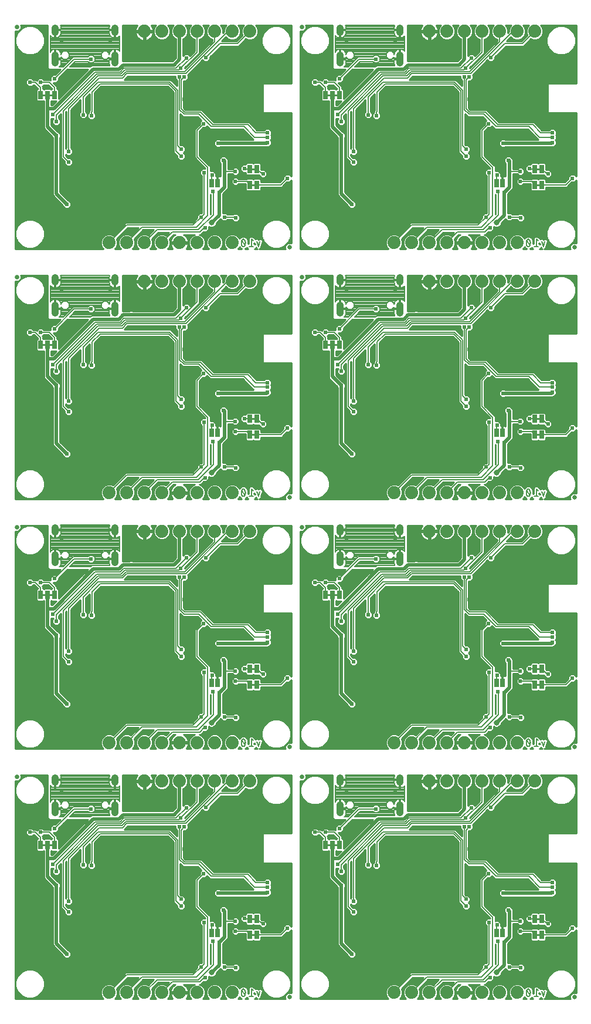
<source format=gbl>
G75*
%MOIN*%
%OFA0B0*%
%FSLAX25Y25*%
%IPPOS*%
%LPD*%
%AMOC8*
5,1,8,0,0,1.08239X$1,22.5*
%
%ADD10C,0.00800*%
%ADD11C,0.01000*%
%ADD12R,0.02500X0.05000*%
%ADD13C,0.02500*%
%ADD14C,0.07400*%
%ADD15C,0.03937*%
%ADD16C,0.02000*%
%ADD17C,0.02400*%
%ADD18C,0.03200*%
%ADD19C,0.00600*%
D10*
X0095842Y0151952D02*
X0095842Y0161593D01*
X0096117Y0161181D01*
X0096587Y0160711D01*
X0097138Y0160343D01*
X0097751Y0160089D01*
X0098334Y0159973D01*
X0098334Y0164109D01*
X0099134Y0164109D01*
X0099134Y0164909D01*
X0102102Y0164909D01*
X0102102Y0166022D01*
X0101973Y0166673D01*
X0101734Y0167250D01*
X0129750Y0167250D01*
X0129511Y0166673D01*
X0129381Y0166022D01*
X0129381Y0164909D01*
X0132350Y0164909D01*
X0132350Y0164109D01*
X0133150Y0164109D01*
X0133150Y0159973D01*
X0133732Y0160089D01*
X0134345Y0160343D01*
X0134897Y0160711D01*
X0135342Y0161156D01*
X0135342Y0152389D01*
X0134897Y0152834D01*
X0134345Y0153203D01*
X0133732Y0153457D01*
X0133150Y0153573D01*
X0133150Y0148452D01*
X0132350Y0148452D01*
X0132350Y0147652D01*
X0129381Y0147652D01*
X0129381Y0145555D01*
X0129511Y0144904D01*
X0129765Y0144291D01*
X0129792Y0144250D01*
X0119522Y0144250D01*
X0118822Y0143550D01*
X0106880Y0143550D01*
X0109980Y0146650D01*
X0117331Y0146650D01*
X0118231Y0145750D01*
X0120053Y0145750D01*
X0121342Y0147039D01*
X0121342Y0148861D01*
X0120053Y0150150D01*
X0118231Y0150150D01*
X0117331Y0149250D01*
X0108903Y0149250D01*
X0103203Y0143550D01*
X0101161Y0143550D01*
X0101350Y0143740D01*
X0101719Y0144291D01*
X0101973Y0144904D01*
X0102102Y0145555D01*
X0102102Y0147652D01*
X0099134Y0147652D01*
X0099134Y0148452D01*
X0102102Y0148452D01*
X0102102Y0149177D01*
X0103420Y0147859D01*
X0105308Y0147859D01*
X0106643Y0149195D01*
X0106643Y0151083D01*
X0105308Y0152418D01*
X0103420Y0152418D01*
X0102084Y0151083D01*
X0102084Y0150640D01*
X0101973Y0151200D01*
X0101719Y0151813D01*
X0101350Y0152365D01*
X0100881Y0152834D01*
X0100330Y0153203D01*
X0099716Y0153457D01*
X0099134Y0153573D01*
X0099134Y0148452D01*
X0098334Y0148452D01*
X0098334Y0153573D01*
X0097751Y0153457D01*
X0097138Y0153203D01*
X0096587Y0152834D01*
X0096117Y0152365D01*
X0095842Y0151952D01*
X0095842Y0152139D02*
X0095966Y0152139D01*
X0095842Y0152937D02*
X0096741Y0152937D01*
X0095842Y0153736D02*
X0135342Y0153736D01*
X0135342Y0154534D02*
X0095842Y0154534D01*
X0095842Y0155333D02*
X0135342Y0155333D01*
X0135342Y0156131D02*
X0095842Y0156131D01*
X0095842Y0156930D02*
X0135342Y0156930D01*
X0135342Y0157728D02*
X0095842Y0157728D01*
X0095842Y0158527D02*
X0135342Y0158527D01*
X0135342Y0159325D02*
X0095842Y0159325D01*
X0095842Y0160124D02*
X0097667Y0160124D01*
X0098334Y0160124D02*
X0099134Y0160124D01*
X0099134Y0159973D02*
X0099716Y0160089D01*
X0100330Y0160343D01*
X0100881Y0160711D01*
X0101350Y0161181D01*
X0101719Y0161732D01*
X0101973Y0162345D01*
X0102102Y0162996D01*
X0102102Y0164109D01*
X0099134Y0164109D01*
X0099134Y0159973D01*
X0099801Y0160124D02*
X0131683Y0160124D01*
X0131767Y0160089D02*
X0132350Y0159973D01*
X0132350Y0164109D01*
X0129381Y0164109D01*
X0129381Y0162996D01*
X0129511Y0162345D01*
X0129765Y0161732D01*
X0130133Y0161181D01*
X0130602Y0160711D01*
X0131154Y0160343D01*
X0131767Y0160089D01*
X0132350Y0160124D02*
X0133150Y0160124D01*
X0133816Y0160124D02*
X0135342Y0160124D01*
X0135342Y0160922D02*
X0135108Y0160922D01*
X0133150Y0160922D02*
X0132350Y0160922D01*
X0132350Y0161721D02*
X0133150Y0161721D01*
X0133150Y0162519D02*
X0132350Y0162519D01*
X0132350Y0163318D02*
X0133150Y0163318D01*
X0132350Y0164116D02*
X0099134Y0164116D01*
X0099134Y0163318D02*
X0098334Y0163318D01*
X0098334Y0162519D02*
X0099134Y0162519D01*
X0099134Y0161721D02*
X0098334Y0161721D01*
X0098334Y0160922D02*
X0099134Y0160922D01*
X0101092Y0160922D02*
X0130392Y0160922D01*
X0129772Y0161721D02*
X0101711Y0161721D01*
X0102008Y0162519D02*
X0129476Y0162519D01*
X0129381Y0163318D02*
X0102102Y0163318D01*
X0102102Y0164915D02*
X0129381Y0164915D01*
X0129381Y0165713D02*
X0102102Y0165713D01*
X0102005Y0166512D02*
X0129479Y0166512D01*
X0132350Y0153573D02*
X0131767Y0153457D01*
X0131154Y0153203D01*
X0130602Y0152834D01*
X0130133Y0152365D01*
X0129765Y0151813D01*
X0129511Y0151200D01*
X0129399Y0150640D01*
X0129399Y0151083D01*
X0128064Y0152418D01*
X0126176Y0152418D01*
X0124840Y0151083D01*
X0124840Y0149195D01*
X0126176Y0147859D01*
X0128064Y0147859D01*
X0129381Y0149177D01*
X0129381Y0148452D01*
X0132350Y0148452D01*
X0132350Y0153573D01*
X0132350Y0152937D02*
X0133150Y0152937D01*
X0133150Y0152139D02*
X0132350Y0152139D01*
X0132350Y0151340D02*
X0133150Y0151340D01*
X0133150Y0150542D02*
X0132350Y0150542D01*
X0132350Y0149743D02*
X0133150Y0149743D01*
X0133150Y0148945D02*
X0132350Y0148945D01*
X0132350Y0148146D02*
X0128351Y0148146D01*
X0129149Y0148945D02*
X0129381Y0148945D01*
X0129381Y0147348D02*
X0121342Y0147348D01*
X0121342Y0148146D02*
X0125889Y0148146D01*
X0125090Y0148945D02*
X0121259Y0148945D01*
X0120460Y0149743D02*
X0124840Y0149743D01*
X0124840Y0150542D02*
X0106643Y0150542D01*
X0106643Y0149743D02*
X0117824Y0149743D01*
X0117431Y0146549D02*
X0109879Y0146549D01*
X0109081Y0145751D02*
X0118230Y0145751D01*
X0120054Y0145751D02*
X0129381Y0145751D01*
X0129381Y0146549D02*
X0120852Y0146549D01*
X0119426Y0144153D02*
X0107484Y0144153D01*
X0108282Y0144952D02*
X0129501Y0144952D01*
X0129569Y0151340D02*
X0129142Y0151340D01*
X0128344Y0152139D02*
X0129982Y0152139D01*
X0130756Y0152937D02*
X0100727Y0152937D01*
X0101502Y0152139D02*
X0103140Y0152139D01*
X0102341Y0151340D02*
X0101915Y0151340D01*
X0102102Y0148945D02*
X0102335Y0148945D01*
X0103133Y0148146D02*
X0099134Y0148146D01*
X0099134Y0148945D02*
X0098334Y0148945D01*
X0098334Y0149743D02*
X0099134Y0149743D01*
X0099134Y0150542D02*
X0098334Y0150542D01*
X0098334Y0151340D02*
X0099134Y0151340D01*
X0099134Y0152139D02*
X0098334Y0152139D01*
X0098334Y0152937D02*
X0099134Y0152937D01*
X0102102Y0147348D02*
X0107001Y0147348D01*
X0107799Y0148146D02*
X0105595Y0148146D01*
X0106393Y0148945D02*
X0108598Y0148945D01*
X0106386Y0151340D02*
X0125097Y0151340D01*
X0125896Y0152139D02*
X0105588Y0152139D01*
X0106202Y0146549D02*
X0102102Y0146549D01*
X0102102Y0145751D02*
X0105404Y0145751D01*
X0104605Y0144952D02*
X0101982Y0144952D01*
X0101627Y0144153D02*
X0103807Y0144153D01*
X0096376Y0160922D02*
X0095842Y0160922D01*
X0134743Y0152937D02*
X0135342Y0152937D01*
X0206500Y0184133D02*
X0206548Y0184235D01*
X0206592Y0184338D01*
X0206633Y0184442D01*
X0206670Y0184548D01*
X0206704Y0184655D01*
X0206734Y0184763D01*
X0206761Y0184872D01*
X0206785Y0184981D01*
X0206805Y0185092D01*
X0206821Y0185203D01*
X0206834Y0185314D01*
X0206843Y0185426D01*
X0206848Y0185538D01*
X0206850Y0185650D01*
X0204517Y0185650D02*
X0204519Y0185762D01*
X0204524Y0185874D01*
X0204533Y0185986D01*
X0204546Y0186097D01*
X0204562Y0186208D01*
X0204582Y0186319D01*
X0204606Y0186428D01*
X0204633Y0186537D01*
X0204663Y0186645D01*
X0204697Y0186752D01*
X0204734Y0186858D01*
X0204775Y0186962D01*
X0204819Y0187065D01*
X0204867Y0187167D01*
X0204750Y0186817D02*
X0206617Y0184483D01*
X0205683Y0183550D02*
X0205627Y0183552D01*
X0205571Y0183557D01*
X0205515Y0183567D01*
X0205460Y0183579D01*
X0205406Y0183596D01*
X0205354Y0183615D01*
X0205302Y0183639D01*
X0205252Y0183665D01*
X0205205Y0183695D01*
X0205159Y0183727D01*
X0205115Y0183763D01*
X0205074Y0183802D01*
X0205035Y0183843D01*
X0205000Y0183886D01*
X0204967Y0183932D01*
X0204937Y0183980D01*
X0204910Y0184029D01*
X0204887Y0184080D01*
X0204867Y0184133D01*
X0205683Y0183550D02*
X0205739Y0183552D01*
X0205795Y0183557D01*
X0205851Y0183567D01*
X0205906Y0183579D01*
X0205960Y0183596D01*
X0206012Y0183615D01*
X0206064Y0183639D01*
X0206114Y0183665D01*
X0206161Y0183695D01*
X0206207Y0183727D01*
X0206251Y0183763D01*
X0206292Y0183802D01*
X0206331Y0183843D01*
X0206366Y0183886D01*
X0206399Y0183932D01*
X0206429Y0183980D01*
X0206456Y0184029D01*
X0206479Y0184080D01*
X0206499Y0184133D01*
X0204867Y0184133D02*
X0204819Y0184235D01*
X0204775Y0184338D01*
X0204734Y0184442D01*
X0204697Y0184548D01*
X0204663Y0184655D01*
X0204633Y0184763D01*
X0204606Y0184872D01*
X0204582Y0184981D01*
X0204562Y0185092D01*
X0204546Y0185203D01*
X0204533Y0185314D01*
X0204524Y0185426D01*
X0204519Y0185538D01*
X0204517Y0185650D01*
X0206850Y0185650D02*
X0206848Y0185762D01*
X0206843Y0185874D01*
X0206834Y0185986D01*
X0206821Y0186097D01*
X0206805Y0186208D01*
X0206785Y0186319D01*
X0206761Y0186428D01*
X0206734Y0186537D01*
X0206704Y0186645D01*
X0206670Y0186752D01*
X0206633Y0186858D01*
X0206592Y0186962D01*
X0206548Y0187065D01*
X0206500Y0187167D01*
X0206499Y0187167D02*
X0206479Y0187220D01*
X0206456Y0187271D01*
X0206429Y0187320D01*
X0206399Y0187368D01*
X0206366Y0187414D01*
X0206331Y0187457D01*
X0206292Y0187498D01*
X0206251Y0187537D01*
X0206207Y0187572D01*
X0206161Y0187605D01*
X0206114Y0187635D01*
X0206064Y0187661D01*
X0206012Y0187685D01*
X0205960Y0187704D01*
X0205906Y0187721D01*
X0205851Y0187733D01*
X0205795Y0187743D01*
X0205739Y0187748D01*
X0205683Y0187750D01*
X0205627Y0187748D01*
X0205571Y0187743D01*
X0205515Y0187733D01*
X0205460Y0187721D01*
X0205406Y0187704D01*
X0205354Y0187685D01*
X0205302Y0187661D01*
X0205252Y0187635D01*
X0205205Y0187605D01*
X0205159Y0187573D01*
X0205115Y0187537D01*
X0205074Y0187498D01*
X0205035Y0187457D01*
X0205000Y0187414D01*
X0204967Y0187368D01*
X0204937Y0187320D01*
X0204910Y0187271D01*
X0204887Y0187220D01*
X0204867Y0187167D01*
X0210183Y0187750D02*
X0210183Y0183550D01*
X0209017Y0183550D02*
X0211350Y0183550D01*
X0214233Y0183550D02*
X0213300Y0186350D01*
X0215167Y0186350D02*
X0214233Y0183550D01*
X0211350Y0186817D02*
X0210183Y0187750D01*
X0257842Y0161593D02*
X0257842Y0151952D01*
X0258117Y0152365D01*
X0258587Y0152834D01*
X0259138Y0153203D01*
X0259751Y0153457D01*
X0260334Y0153573D01*
X0260334Y0148452D01*
X0261134Y0148452D01*
X0264102Y0148452D01*
X0264102Y0149177D01*
X0265420Y0147859D01*
X0267308Y0147859D01*
X0268643Y0149195D01*
X0268643Y0151083D01*
X0267308Y0152418D01*
X0265420Y0152418D01*
X0264084Y0151083D01*
X0264084Y0150640D01*
X0263973Y0151200D01*
X0263719Y0151813D01*
X0263350Y0152365D01*
X0262881Y0152834D01*
X0262330Y0153203D01*
X0261716Y0153457D01*
X0261134Y0153573D01*
X0261134Y0148452D01*
X0261134Y0147652D01*
X0264102Y0147652D01*
X0264102Y0145555D01*
X0263973Y0144904D01*
X0263719Y0144291D01*
X0263350Y0143740D01*
X0263161Y0143550D01*
X0265203Y0143550D01*
X0270903Y0149250D01*
X0279331Y0149250D01*
X0280231Y0150150D01*
X0282053Y0150150D01*
X0283342Y0148861D01*
X0283342Y0147039D01*
X0282053Y0145750D01*
X0280231Y0145750D01*
X0279331Y0146650D01*
X0271980Y0146650D01*
X0268880Y0143550D01*
X0280822Y0143550D01*
X0281522Y0144250D01*
X0291792Y0144250D01*
X0291765Y0144291D01*
X0291511Y0144904D01*
X0291381Y0145555D01*
X0291381Y0147652D01*
X0294350Y0147652D01*
X0294350Y0148452D01*
X0291381Y0148452D01*
X0291381Y0149177D01*
X0290064Y0147859D01*
X0288176Y0147859D01*
X0286840Y0149195D01*
X0286840Y0151083D01*
X0288176Y0152418D01*
X0290064Y0152418D01*
X0291399Y0151083D01*
X0291399Y0150640D01*
X0291511Y0151200D01*
X0291765Y0151813D01*
X0292133Y0152365D01*
X0292602Y0152834D01*
X0293154Y0153203D01*
X0293767Y0153457D01*
X0294350Y0153573D01*
X0294350Y0148452D01*
X0295150Y0148452D01*
X0295150Y0153573D01*
X0295732Y0153457D01*
X0296345Y0153203D01*
X0296897Y0152834D01*
X0297342Y0152389D01*
X0297342Y0161156D01*
X0296897Y0160711D01*
X0296345Y0160343D01*
X0295732Y0160089D01*
X0295150Y0159973D01*
X0295150Y0164109D01*
X0294350Y0164109D01*
X0294350Y0159973D01*
X0293767Y0160089D01*
X0293154Y0160343D01*
X0292602Y0160711D01*
X0292133Y0161181D01*
X0291765Y0161732D01*
X0291511Y0162345D01*
X0291381Y0162996D01*
X0291381Y0164109D01*
X0294350Y0164109D01*
X0294350Y0164909D01*
X0291381Y0164909D01*
X0291381Y0166022D01*
X0291511Y0166673D01*
X0291750Y0167250D01*
X0263734Y0167250D01*
X0263973Y0166673D01*
X0264102Y0166022D01*
X0264102Y0164909D01*
X0261134Y0164909D01*
X0261134Y0164109D01*
X0264102Y0164109D01*
X0264102Y0162996D01*
X0263973Y0162345D01*
X0263719Y0161732D01*
X0263350Y0161181D01*
X0262881Y0160711D01*
X0262330Y0160343D01*
X0261716Y0160089D01*
X0261134Y0159973D01*
X0261134Y0164109D01*
X0260334Y0164109D01*
X0260334Y0159973D01*
X0259751Y0160089D01*
X0259138Y0160343D01*
X0258587Y0160711D01*
X0258117Y0161181D01*
X0257842Y0161593D01*
X0257842Y0160922D02*
X0258376Y0160922D01*
X0257842Y0160124D02*
X0259667Y0160124D01*
X0260334Y0160124D02*
X0261134Y0160124D01*
X0261801Y0160124D02*
X0293683Y0160124D01*
X0294350Y0160124D02*
X0295150Y0160124D01*
X0295816Y0160124D02*
X0297342Y0160124D01*
X0297342Y0160922D02*
X0297108Y0160922D01*
X0297342Y0159325D02*
X0257842Y0159325D01*
X0257842Y0158527D02*
X0297342Y0158527D01*
X0297342Y0157728D02*
X0257842Y0157728D01*
X0257842Y0156930D02*
X0297342Y0156930D01*
X0297342Y0156131D02*
X0257842Y0156131D01*
X0257842Y0155333D02*
X0297342Y0155333D01*
X0297342Y0154534D02*
X0257842Y0154534D01*
X0257842Y0153736D02*
X0297342Y0153736D01*
X0297342Y0152937D02*
X0296743Y0152937D01*
X0295150Y0152937D02*
X0294350Y0152937D01*
X0294350Y0152139D02*
X0295150Y0152139D01*
X0295150Y0151340D02*
X0294350Y0151340D01*
X0294350Y0150542D02*
X0295150Y0150542D01*
X0295150Y0149743D02*
X0294350Y0149743D01*
X0294350Y0148945D02*
X0295150Y0148945D01*
X0294350Y0148146D02*
X0290351Y0148146D01*
X0291149Y0148945D02*
X0291381Y0148945D01*
X0291381Y0147348D02*
X0283342Y0147348D01*
X0283342Y0148146D02*
X0287889Y0148146D01*
X0287090Y0148945D02*
X0283259Y0148945D01*
X0282460Y0149743D02*
X0286840Y0149743D01*
X0286840Y0150542D02*
X0268643Y0150542D01*
X0268643Y0149743D02*
X0279824Y0149743D01*
X0279431Y0146549D02*
X0271879Y0146549D01*
X0271081Y0145751D02*
X0280230Y0145751D01*
X0282054Y0145751D02*
X0291381Y0145751D01*
X0291381Y0146549D02*
X0282852Y0146549D01*
X0281426Y0144153D02*
X0269484Y0144153D01*
X0270282Y0144952D02*
X0291501Y0144952D01*
X0291569Y0151340D02*
X0291142Y0151340D01*
X0290344Y0152139D02*
X0291982Y0152139D01*
X0292756Y0152937D02*
X0262727Y0152937D01*
X0263502Y0152139D02*
X0265140Y0152139D01*
X0264341Y0151340D02*
X0263915Y0151340D01*
X0264102Y0148945D02*
X0264335Y0148945D01*
X0265133Y0148146D02*
X0261134Y0148146D01*
X0261134Y0148945D02*
X0260334Y0148945D01*
X0260334Y0149743D02*
X0261134Y0149743D01*
X0261134Y0150542D02*
X0260334Y0150542D01*
X0260334Y0151340D02*
X0261134Y0151340D01*
X0261134Y0152139D02*
X0260334Y0152139D01*
X0260334Y0152937D02*
X0261134Y0152937D01*
X0258741Y0152937D02*
X0257842Y0152937D01*
X0257842Y0152139D02*
X0257966Y0152139D01*
X0264102Y0147348D02*
X0269001Y0147348D01*
X0269799Y0148146D02*
X0267595Y0148146D01*
X0268393Y0148945D02*
X0270598Y0148945D01*
X0268386Y0151340D02*
X0287097Y0151340D01*
X0287896Y0152139D02*
X0267588Y0152139D01*
X0268202Y0146549D02*
X0264102Y0146549D01*
X0264102Y0145751D02*
X0267404Y0145751D01*
X0266605Y0144952D02*
X0263982Y0144952D01*
X0263627Y0144153D02*
X0265807Y0144153D01*
X0263092Y0160922D02*
X0292392Y0160922D01*
X0291772Y0161721D02*
X0263711Y0161721D01*
X0264008Y0162519D02*
X0291476Y0162519D01*
X0291381Y0163318D02*
X0264102Y0163318D01*
X0264102Y0164915D02*
X0291381Y0164915D01*
X0291381Y0165713D02*
X0264102Y0165713D01*
X0264005Y0166512D02*
X0291479Y0166512D01*
X0294350Y0164116D02*
X0261134Y0164116D01*
X0261134Y0163318D02*
X0260334Y0163318D01*
X0260334Y0162519D02*
X0261134Y0162519D01*
X0261134Y0161721D02*
X0260334Y0161721D01*
X0260334Y0160922D02*
X0261134Y0160922D01*
X0294350Y0160922D02*
X0295150Y0160922D01*
X0295150Y0161721D02*
X0294350Y0161721D01*
X0294350Y0162519D02*
X0295150Y0162519D01*
X0295150Y0163318D02*
X0294350Y0163318D01*
X0368500Y0184133D02*
X0368548Y0184235D01*
X0368592Y0184338D01*
X0368633Y0184442D01*
X0368670Y0184548D01*
X0368704Y0184655D01*
X0368734Y0184763D01*
X0368761Y0184872D01*
X0368785Y0184981D01*
X0368805Y0185092D01*
X0368821Y0185203D01*
X0368834Y0185314D01*
X0368843Y0185426D01*
X0368848Y0185538D01*
X0368850Y0185650D01*
X0366517Y0185650D02*
X0366519Y0185762D01*
X0366524Y0185874D01*
X0366533Y0185986D01*
X0366546Y0186097D01*
X0366562Y0186208D01*
X0366582Y0186319D01*
X0366606Y0186428D01*
X0366633Y0186537D01*
X0366663Y0186645D01*
X0366697Y0186752D01*
X0366734Y0186858D01*
X0366775Y0186962D01*
X0366819Y0187065D01*
X0366867Y0187167D01*
X0366750Y0186817D02*
X0368617Y0184483D01*
X0367683Y0183550D02*
X0367627Y0183552D01*
X0367571Y0183557D01*
X0367515Y0183567D01*
X0367460Y0183579D01*
X0367406Y0183596D01*
X0367354Y0183615D01*
X0367302Y0183639D01*
X0367252Y0183665D01*
X0367205Y0183695D01*
X0367159Y0183727D01*
X0367115Y0183763D01*
X0367074Y0183802D01*
X0367035Y0183843D01*
X0367000Y0183886D01*
X0366967Y0183932D01*
X0366937Y0183980D01*
X0366910Y0184029D01*
X0366887Y0184080D01*
X0366867Y0184133D01*
X0367683Y0183550D02*
X0367739Y0183552D01*
X0367795Y0183557D01*
X0367851Y0183567D01*
X0367906Y0183579D01*
X0367960Y0183596D01*
X0368012Y0183615D01*
X0368064Y0183639D01*
X0368114Y0183665D01*
X0368161Y0183695D01*
X0368207Y0183727D01*
X0368251Y0183763D01*
X0368292Y0183802D01*
X0368331Y0183843D01*
X0368366Y0183886D01*
X0368399Y0183932D01*
X0368429Y0183980D01*
X0368456Y0184029D01*
X0368479Y0184080D01*
X0368499Y0184133D01*
X0366867Y0184133D02*
X0366819Y0184235D01*
X0366775Y0184338D01*
X0366734Y0184442D01*
X0366697Y0184548D01*
X0366663Y0184655D01*
X0366633Y0184763D01*
X0366606Y0184872D01*
X0366582Y0184981D01*
X0366562Y0185092D01*
X0366546Y0185203D01*
X0366533Y0185314D01*
X0366524Y0185426D01*
X0366519Y0185538D01*
X0366517Y0185650D01*
X0368850Y0185650D02*
X0368848Y0185762D01*
X0368843Y0185874D01*
X0368834Y0185986D01*
X0368821Y0186097D01*
X0368805Y0186208D01*
X0368785Y0186319D01*
X0368761Y0186428D01*
X0368734Y0186537D01*
X0368704Y0186645D01*
X0368670Y0186752D01*
X0368633Y0186858D01*
X0368592Y0186962D01*
X0368548Y0187065D01*
X0368500Y0187167D01*
X0368499Y0187167D02*
X0368479Y0187220D01*
X0368456Y0187271D01*
X0368429Y0187320D01*
X0368399Y0187368D01*
X0368366Y0187414D01*
X0368331Y0187457D01*
X0368292Y0187498D01*
X0368251Y0187537D01*
X0368207Y0187572D01*
X0368161Y0187605D01*
X0368114Y0187635D01*
X0368064Y0187661D01*
X0368012Y0187685D01*
X0367960Y0187704D01*
X0367906Y0187721D01*
X0367851Y0187733D01*
X0367795Y0187743D01*
X0367739Y0187748D01*
X0367683Y0187750D01*
X0367627Y0187748D01*
X0367571Y0187743D01*
X0367515Y0187733D01*
X0367460Y0187721D01*
X0367406Y0187704D01*
X0367354Y0187685D01*
X0367302Y0187661D01*
X0367252Y0187635D01*
X0367205Y0187605D01*
X0367159Y0187573D01*
X0367115Y0187537D01*
X0367074Y0187498D01*
X0367035Y0187457D01*
X0367000Y0187414D01*
X0366967Y0187368D01*
X0366937Y0187320D01*
X0366910Y0187271D01*
X0366887Y0187220D01*
X0366867Y0187167D01*
X0372183Y0187750D02*
X0372183Y0183550D01*
X0371017Y0183550D02*
X0373350Y0183550D01*
X0376233Y0183550D02*
X0375300Y0186350D01*
X0377167Y0186350D02*
X0376233Y0183550D01*
X0373350Y0186817D02*
X0372183Y0187750D01*
X0294350Y0289552D02*
X0291381Y0289552D01*
X0291381Y0287455D01*
X0291511Y0286804D01*
X0291765Y0286191D01*
X0291792Y0286150D01*
X0281522Y0286150D01*
X0280822Y0285450D01*
X0268880Y0285450D01*
X0271980Y0288550D01*
X0279331Y0288550D01*
X0280231Y0287650D01*
X0282053Y0287650D01*
X0283342Y0288939D01*
X0283342Y0290761D01*
X0282053Y0292050D01*
X0280231Y0292050D01*
X0279331Y0291150D01*
X0270903Y0291150D01*
X0265203Y0285450D01*
X0263161Y0285450D01*
X0263350Y0285640D01*
X0263719Y0286191D01*
X0263973Y0286804D01*
X0264102Y0287455D01*
X0264102Y0289552D01*
X0261134Y0289552D01*
X0261134Y0290352D01*
X0264102Y0290352D01*
X0264102Y0291077D01*
X0265420Y0289759D01*
X0267308Y0289759D01*
X0268643Y0291095D01*
X0268643Y0292983D01*
X0267308Y0294318D01*
X0265420Y0294318D01*
X0264084Y0292983D01*
X0264084Y0292540D01*
X0263973Y0293100D01*
X0263719Y0293713D01*
X0263350Y0294265D01*
X0262881Y0294734D01*
X0262330Y0295103D01*
X0261716Y0295357D01*
X0261134Y0295473D01*
X0261134Y0290352D01*
X0260334Y0290352D01*
X0260334Y0295473D01*
X0259751Y0295357D01*
X0259138Y0295103D01*
X0258587Y0294734D01*
X0258117Y0294265D01*
X0257842Y0293852D01*
X0257842Y0303493D01*
X0258117Y0303081D01*
X0258587Y0302611D01*
X0259138Y0302243D01*
X0259751Y0301989D01*
X0260334Y0301873D01*
X0260334Y0306009D01*
X0261134Y0306009D01*
X0261134Y0306809D01*
X0264102Y0306809D01*
X0264102Y0307922D01*
X0263973Y0308573D01*
X0263734Y0309150D01*
X0291750Y0309150D01*
X0291511Y0308573D01*
X0291381Y0307922D01*
X0291381Y0306809D01*
X0294350Y0306809D01*
X0294350Y0306009D01*
X0295150Y0306009D01*
X0295150Y0301873D01*
X0295732Y0301989D01*
X0296345Y0302243D01*
X0296897Y0302611D01*
X0297342Y0303056D01*
X0297342Y0294289D01*
X0296897Y0294734D01*
X0296345Y0295103D01*
X0295732Y0295357D01*
X0295150Y0295473D01*
X0295150Y0290352D01*
X0294350Y0290352D01*
X0294350Y0289552D01*
X0294350Y0290281D02*
X0290586Y0290281D01*
X0290064Y0289759D02*
X0291381Y0291077D01*
X0291381Y0290352D01*
X0294350Y0290352D01*
X0294350Y0295473D01*
X0293767Y0295357D01*
X0293154Y0295103D01*
X0292602Y0294734D01*
X0292133Y0294265D01*
X0291765Y0293713D01*
X0291511Y0293100D01*
X0291399Y0292540D01*
X0291399Y0292983D01*
X0290064Y0294318D01*
X0288176Y0294318D01*
X0286840Y0292983D01*
X0286840Y0291095D01*
X0288176Y0289759D01*
X0290064Y0289759D01*
X0291381Y0289483D02*
X0283342Y0289483D01*
X0283342Y0290281D02*
X0287654Y0290281D01*
X0286855Y0291080D02*
X0283023Y0291080D01*
X0282225Y0291878D02*
X0286840Y0291878D01*
X0286840Y0292677D02*
X0268643Y0292677D01*
X0268643Y0291878D02*
X0280059Y0291878D01*
X0279995Y0287886D02*
X0271316Y0287886D01*
X0270517Y0287087D02*
X0291454Y0287087D01*
X0291381Y0287886D02*
X0282289Y0287886D01*
X0283087Y0288684D02*
X0291381Y0288684D01*
X0291724Y0286289D02*
X0269719Y0286289D01*
X0268920Y0285490D02*
X0280862Y0285490D01*
X0287332Y0293475D02*
X0268151Y0293475D01*
X0267353Y0294274D02*
X0288131Y0294274D01*
X0290109Y0294274D02*
X0292142Y0294274D01*
X0291666Y0293475D02*
X0290907Y0293475D01*
X0291399Y0292677D02*
X0291426Y0292677D01*
X0294350Y0292677D02*
X0295150Y0292677D01*
X0295150Y0293475D02*
X0294350Y0293475D01*
X0294350Y0294274D02*
X0295150Y0294274D01*
X0295150Y0295072D02*
X0294350Y0295072D01*
X0293108Y0295072D02*
X0262375Y0295072D01*
X0261134Y0295072D02*
X0260334Y0295072D01*
X0260334Y0294274D02*
X0261134Y0294274D01*
X0261134Y0293475D02*
X0260334Y0293475D01*
X0260334Y0292677D02*
X0261134Y0292677D01*
X0261134Y0291878D02*
X0260334Y0291878D01*
X0260334Y0291080D02*
X0261134Y0291080D01*
X0261134Y0290281D02*
X0264898Y0290281D01*
X0264102Y0289483D02*
X0269236Y0289483D01*
X0270034Y0290281D02*
X0267830Y0290281D01*
X0268628Y0291080D02*
X0270833Y0291080D01*
X0268437Y0288684D02*
X0264102Y0288684D01*
X0264102Y0287886D02*
X0267639Y0287886D01*
X0266840Y0287087D02*
X0264029Y0287087D01*
X0263759Y0286289D02*
X0266042Y0286289D01*
X0265243Y0285490D02*
X0263201Y0285490D01*
X0264057Y0292677D02*
X0264084Y0292677D01*
X0263818Y0293475D02*
X0264576Y0293475D01*
X0265375Y0294274D02*
X0263342Y0294274D01*
X0259092Y0295072D02*
X0257842Y0295072D01*
X0257842Y0294274D02*
X0258126Y0294274D01*
X0257842Y0295871D02*
X0297342Y0295871D01*
X0297342Y0296669D02*
X0257842Y0296669D01*
X0257842Y0297468D02*
X0297342Y0297468D01*
X0297342Y0298266D02*
X0257842Y0298266D01*
X0257842Y0299065D02*
X0297342Y0299065D01*
X0297342Y0299863D02*
X0257842Y0299863D01*
X0257842Y0300662D02*
X0297342Y0300662D01*
X0297342Y0301460D02*
X0257842Y0301460D01*
X0257842Y0302259D02*
X0259115Y0302259D01*
X0260334Y0302259D02*
X0261134Y0302259D01*
X0261134Y0301873D02*
X0261716Y0301989D01*
X0262330Y0302243D01*
X0262881Y0302611D01*
X0263350Y0303081D01*
X0263719Y0303632D01*
X0263973Y0304245D01*
X0264102Y0304896D01*
X0264102Y0306009D01*
X0261134Y0306009D01*
X0261134Y0301873D01*
X0261134Y0303057D02*
X0260334Y0303057D01*
X0260334Y0303856D02*
X0261134Y0303856D01*
X0261134Y0304654D02*
X0260334Y0304654D01*
X0260334Y0305453D02*
X0261134Y0305453D01*
X0261134Y0306251D02*
X0294350Y0306251D01*
X0294350Y0306009D02*
X0291381Y0306009D01*
X0291381Y0304896D01*
X0291511Y0304245D01*
X0291765Y0303632D01*
X0292133Y0303081D01*
X0292602Y0302611D01*
X0293154Y0302243D01*
X0293767Y0301989D01*
X0294350Y0301873D01*
X0294350Y0306009D01*
X0294350Y0305453D02*
X0295150Y0305453D01*
X0295150Y0304654D02*
X0294350Y0304654D01*
X0294350Y0303856D02*
X0295150Y0303856D01*
X0295150Y0303057D02*
X0294350Y0303057D01*
X0294350Y0302259D02*
X0295150Y0302259D01*
X0296369Y0302259D02*
X0297342Y0302259D01*
X0293130Y0302259D02*
X0262353Y0302259D01*
X0263327Y0303057D02*
X0292157Y0303057D01*
X0291672Y0303856D02*
X0263812Y0303856D01*
X0264054Y0304654D02*
X0291429Y0304654D01*
X0291381Y0305453D02*
X0264102Y0305453D01*
X0264102Y0307050D02*
X0291381Y0307050D01*
X0291381Y0307848D02*
X0264102Y0307848D01*
X0263942Y0308647D02*
X0291541Y0308647D01*
X0296391Y0295072D02*
X0297342Y0295072D01*
X0295150Y0291878D02*
X0294350Y0291878D01*
X0294350Y0291080D02*
X0295150Y0291080D01*
X0258141Y0303057D02*
X0257842Y0303057D01*
X0214233Y0325450D02*
X0213300Y0328250D01*
X0215167Y0328250D02*
X0214233Y0325450D01*
X0211350Y0325450D02*
X0209017Y0325450D01*
X0210183Y0325450D02*
X0210183Y0329650D01*
X0211350Y0328717D01*
X0204517Y0327550D02*
X0204519Y0327438D01*
X0204524Y0327326D01*
X0204533Y0327214D01*
X0204546Y0327103D01*
X0204562Y0326992D01*
X0204582Y0326881D01*
X0204606Y0326772D01*
X0204633Y0326663D01*
X0204663Y0326555D01*
X0204697Y0326448D01*
X0204734Y0326342D01*
X0204775Y0326238D01*
X0204819Y0326135D01*
X0204867Y0326033D01*
X0205683Y0325450D02*
X0205739Y0325452D01*
X0205795Y0325457D01*
X0205851Y0325467D01*
X0205906Y0325479D01*
X0205960Y0325496D01*
X0206012Y0325515D01*
X0206064Y0325539D01*
X0206114Y0325565D01*
X0206161Y0325595D01*
X0206207Y0325627D01*
X0206251Y0325663D01*
X0206292Y0325702D01*
X0206331Y0325743D01*
X0206366Y0325786D01*
X0206399Y0325832D01*
X0206429Y0325880D01*
X0206456Y0325929D01*
X0206479Y0325980D01*
X0206499Y0326033D01*
X0206617Y0326383D02*
X0204750Y0328717D01*
X0204867Y0329067D02*
X0204887Y0329120D01*
X0204910Y0329171D01*
X0204937Y0329220D01*
X0204967Y0329268D01*
X0205000Y0329314D01*
X0205035Y0329357D01*
X0205074Y0329398D01*
X0205115Y0329437D01*
X0205159Y0329473D01*
X0205205Y0329505D01*
X0205252Y0329535D01*
X0205302Y0329561D01*
X0205354Y0329585D01*
X0205406Y0329604D01*
X0205460Y0329621D01*
X0205515Y0329633D01*
X0205571Y0329643D01*
X0205627Y0329648D01*
X0205683Y0329650D01*
X0205739Y0329648D01*
X0205795Y0329643D01*
X0205851Y0329633D01*
X0205906Y0329621D01*
X0205960Y0329604D01*
X0206012Y0329585D01*
X0206064Y0329561D01*
X0206114Y0329535D01*
X0206161Y0329505D01*
X0206207Y0329472D01*
X0206251Y0329437D01*
X0206292Y0329398D01*
X0206331Y0329357D01*
X0206366Y0329314D01*
X0206399Y0329268D01*
X0206429Y0329220D01*
X0206456Y0329171D01*
X0206479Y0329120D01*
X0206499Y0329067D01*
X0204867Y0329067D02*
X0204819Y0328965D01*
X0204775Y0328862D01*
X0204734Y0328758D01*
X0204697Y0328652D01*
X0204663Y0328545D01*
X0204633Y0328437D01*
X0204606Y0328328D01*
X0204582Y0328219D01*
X0204562Y0328108D01*
X0204546Y0327997D01*
X0204533Y0327886D01*
X0204524Y0327774D01*
X0204519Y0327662D01*
X0204517Y0327550D01*
X0206850Y0327550D02*
X0206848Y0327662D01*
X0206843Y0327774D01*
X0206834Y0327886D01*
X0206821Y0327997D01*
X0206805Y0328108D01*
X0206785Y0328219D01*
X0206761Y0328328D01*
X0206734Y0328437D01*
X0206704Y0328545D01*
X0206670Y0328652D01*
X0206633Y0328758D01*
X0206592Y0328862D01*
X0206548Y0328965D01*
X0206500Y0329067D01*
X0204867Y0326033D02*
X0204887Y0325980D01*
X0204910Y0325929D01*
X0204937Y0325880D01*
X0204967Y0325832D01*
X0205000Y0325786D01*
X0205035Y0325743D01*
X0205074Y0325702D01*
X0205115Y0325663D01*
X0205159Y0325627D01*
X0205205Y0325595D01*
X0205252Y0325565D01*
X0205302Y0325539D01*
X0205354Y0325515D01*
X0205406Y0325496D01*
X0205460Y0325479D01*
X0205515Y0325467D01*
X0205571Y0325457D01*
X0205627Y0325452D01*
X0205683Y0325450D01*
X0206500Y0326033D02*
X0206548Y0326135D01*
X0206592Y0326238D01*
X0206633Y0326342D01*
X0206670Y0326448D01*
X0206704Y0326555D01*
X0206734Y0326663D01*
X0206761Y0326772D01*
X0206785Y0326881D01*
X0206805Y0326992D01*
X0206821Y0327103D01*
X0206834Y0327214D01*
X0206843Y0327326D01*
X0206848Y0327438D01*
X0206850Y0327550D01*
X0263161Y0427350D02*
X0263350Y0427540D01*
X0263719Y0428091D01*
X0263973Y0428704D01*
X0264102Y0429355D01*
X0264102Y0431452D01*
X0261134Y0431452D01*
X0261134Y0432252D01*
X0264102Y0432252D01*
X0264102Y0432977D01*
X0265420Y0431659D01*
X0267308Y0431659D01*
X0268643Y0432995D01*
X0268643Y0434883D01*
X0267308Y0436218D01*
X0265420Y0436218D01*
X0264084Y0434883D01*
X0264084Y0434440D01*
X0263973Y0435000D01*
X0263719Y0435613D01*
X0263350Y0436165D01*
X0262881Y0436634D01*
X0262330Y0437003D01*
X0261716Y0437257D01*
X0261134Y0437373D01*
X0261134Y0432252D01*
X0260334Y0432252D01*
X0260334Y0437373D01*
X0259751Y0437257D01*
X0259138Y0437003D01*
X0258587Y0436634D01*
X0258117Y0436165D01*
X0257842Y0435752D01*
X0257842Y0445393D01*
X0258117Y0444981D01*
X0258587Y0444511D01*
X0259138Y0444143D01*
X0259751Y0443889D01*
X0260334Y0443773D01*
X0260334Y0447909D01*
X0261134Y0447909D01*
X0261134Y0448709D01*
X0264102Y0448709D01*
X0264102Y0449822D01*
X0263973Y0450473D01*
X0263734Y0451050D01*
X0291750Y0451050D01*
X0291511Y0450473D01*
X0291381Y0449822D01*
X0291381Y0448709D01*
X0294350Y0448709D01*
X0294350Y0447909D01*
X0295150Y0447909D01*
X0295150Y0443773D01*
X0295732Y0443889D01*
X0296345Y0444143D01*
X0296897Y0444511D01*
X0297342Y0444956D01*
X0297342Y0436189D01*
X0296897Y0436634D01*
X0296345Y0437003D01*
X0295732Y0437257D01*
X0295150Y0437373D01*
X0295150Y0432252D01*
X0294350Y0432252D01*
X0294350Y0431452D01*
X0291381Y0431452D01*
X0291381Y0429355D01*
X0291511Y0428704D01*
X0291765Y0428091D01*
X0291792Y0428050D01*
X0281522Y0428050D01*
X0280822Y0427350D01*
X0268880Y0427350D01*
X0271980Y0430450D01*
X0279331Y0430450D01*
X0280231Y0429550D01*
X0282053Y0429550D01*
X0283342Y0430839D01*
X0283342Y0432661D01*
X0282053Y0433950D01*
X0280231Y0433950D01*
X0279331Y0433050D01*
X0270903Y0433050D01*
X0265203Y0427350D01*
X0263161Y0427350D01*
X0263407Y0427625D02*
X0265478Y0427625D01*
X0266277Y0428424D02*
X0263857Y0428424D01*
X0264076Y0429222D02*
X0267075Y0429222D01*
X0267874Y0430021D02*
X0264102Y0430021D01*
X0264102Y0430819D02*
X0268672Y0430819D01*
X0269471Y0431618D02*
X0261134Y0431618D01*
X0261134Y0432416D02*
X0260334Y0432416D01*
X0260334Y0433215D02*
X0261134Y0433215D01*
X0261134Y0434013D02*
X0260334Y0434013D01*
X0260334Y0434812D02*
X0261134Y0434812D01*
X0261134Y0435610D02*
X0260334Y0435610D01*
X0260334Y0436409D02*
X0261134Y0436409D01*
X0261134Y0437207D02*
X0260334Y0437207D01*
X0259632Y0437207D02*
X0257842Y0437207D01*
X0257842Y0436409D02*
X0258361Y0436409D01*
X0257842Y0438006D02*
X0297342Y0438006D01*
X0297342Y0438804D02*
X0257842Y0438804D01*
X0257842Y0439603D02*
X0297342Y0439603D01*
X0297342Y0440401D02*
X0257842Y0440401D01*
X0257842Y0441200D02*
X0297342Y0441200D01*
X0297342Y0441998D02*
X0257842Y0441998D01*
X0257842Y0442797D02*
X0297342Y0442797D01*
X0297342Y0443595D02*
X0257842Y0443595D01*
X0257842Y0444394D02*
X0258763Y0444394D01*
X0257976Y0445192D02*
X0257842Y0445192D01*
X0260334Y0445192D02*
X0261134Y0445192D01*
X0261134Y0444394D02*
X0260334Y0444394D01*
X0261134Y0443773D02*
X0261134Y0447909D01*
X0264102Y0447909D01*
X0264102Y0446796D01*
X0263973Y0446145D01*
X0263719Y0445532D01*
X0263350Y0444981D01*
X0262881Y0444511D01*
X0262330Y0444143D01*
X0261716Y0443889D01*
X0261134Y0443773D01*
X0262705Y0444394D02*
X0292779Y0444394D01*
X0292602Y0444511D02*
X0293154Y0444143D01*
X0293767Y0443889D01*
X0294350Y0443773D01*
X0294350Y0447909D01*
X0291381Y0447909D01*
X0291381Y0446796D01*
X0291511Y0446145D01*
X0291765Y0445532D01*
X0292133Y0444981D01*
X0292602Y0444511D01*
X0291992Y0445192D02*
X0263492Y0445192D01*
X0263909Y0445991D02*
X0291575Y0445991D01*
X0291383Y0446789D02*
X0264101Y0446789D01*
X0264102Y0447588D02*
X0291381Y0447588D01*
X0291381Y0449185D02*
X0264102Y0449185D01*
X0264070Y0449983D02*
X0291413Y0449983D01*
X0291639Y0450782D02*
X0263845Y0450782D01*
X0261134Y0448386D02*
X0294350Y0448386D01*
X0294350Y0447588D02*
X0295150Y0447588D01*
X0295150Y0446789D02*
X0294350Y0446789D01*
X0294350Y0445991D02*
X0295150Y0445991D01*
X0295150Y0445192D02*
X0294350Y0445192D01*
X0294350Y0444394D02*
X0295150Y0444394D01*
X0296721Y0444394D02*
X0297342Y0444394D01*
X0297342Y0437207D02*
X0295852Y0437207D01*
X0295150Y0437207D02*
X0294350Y0437207D01*
X0294350Y0437373D02*
X0293767Y0437257D01*
X0293154Y0437003D01*
X0292602Y0436634D01*
X0292133Y0436165D01*
X0291765Y0435613D01*
X0291511Y0435000D01*
X0291399Y0434440D01*
X0291399Y0434883D01*
X0290064Y0436218D01*
X0288176Y0436218D01*
X0286840Y0434883D01*
X0286840Y0432995D01*
X0288176Y0431659D01*
X0290064Y0431659D01*
X0291381Y0432977D01*
X0291381Y0432252D01*
X0294350Y0432252D01*
X0294350Y0437373D01*
X0293647Y0437207D02*
X0261836Y0437207D01*
X0263107Y0436409D02*
X0292377Y0436409D01*
X0291763Y0435610D02*
X0290672Y0435610D01*
X0291399Y0434812D02*
X0291473Y0434812D01*
X0291381Y0432416D02*
X0290821Y0432416D01*
X0291381Y0430819D02*
X0283322Y0430819D01*
X0283342Y0431618D02*
X0294350Y0431618D01*
X0294350Y0432416D02*
X0295150Y0432416D01*
X0295150Y0433215D02*
X0294350Y0433215D01*
X0294350Y0434013D02*
X0295150Y0434013D01*
X0295150Y0434812D02*
X0294350Y0434812D01*
X0294350Y0435610D02*
X0295150Y0435610D01*
X0295150Y0436409D02*
X0294350Y0436409D01*
X0297123Y0436409D02*
X0297342Y0436409D01*
X0291381Y0430021D02*
X0282524Y0430021D01*
X0283342Y0432416D02*
X0287419Y0432416D01*
X0286840Y0433215D02*
X0282788Y0433215D01*
X0279495Y0433215D02*
X0268643Y0433215D01*
X0268643Y0434013D02*
X0286840Y0434013D01*
X0286840Y0434812D02*
X0268643Y0434812D01*
X0267916Y0435610D02*
X0287567Y0435610D01*
X0291408Y0429222D02*
X0270752Y0429222D01*
X0269954Y0428424D02*
X0291627Y0428424D01*
X0281097Y0427625D02*
X0269155Y0427625D01*
X0271551Y0430021D02*
X0279760Y0430021D01*
X0270269Y0432416D02*
X0268065Y0432416D01*
X0264663Y0432416D02*
X0264102Y0432416D01*
X0264084Y0434812D02*
X0264011Y0434812D01*
X0263720Y0435610D02*
X0264811Y0435610D01*
X0261134Y0445991D02*
X0260334Y0445991D01*
X0260334Y0446789D02*
X0261134Y0446789D01*
X0261134Y0447588D02*
X0260334Y0447588D01*
X0214233Y0467350D02*
X0213300Y0470150D01*
X0215167Y0470150D02*
X0214233Y0467350D01*
X0211350Y0467350D02*
X0209017Y0467350D01*
X0210183Y0467350D02*
X0210183Y0471550D01*
X0211350Y0470617D01*
X0204517Y0469450D02*
X0204519Y0469338D01*
X0204524Y0469226D01*
X0204533Y0469114D01*
X0204546Y0469003D01*
X0204562Y0468892D01*
X0204582Y0468781D01*
X0204606Y0468672D01*
X0204633Y0468563D01*
X0204663Y0468455D01*
X0204697Y0468348D01*
X0204734Y0468242D01*
X0204775Y0468138D01*
X0204819Y0468035D01*
X0204867Y0467933D01*
X0205683Y0467350D02*
X0205739Y0467352D01*
X0205795Y0467357D01*
X0205851Y0467367D01*
X0205906Y0467379D01*
X0205960Y0467396D01*
X0206012Y0467415D01*
X0206064Y0467439D01*
X0206114Y0467465D01*
X0206161Y0467495D01*
X0206207Y0467527D01*
X0206251Y0467563D01*
X0206292Y0467602D01*
X0206331Y0467643D01*
X0206366Y0467686D01*
X0206399Y0467732D01*
X0206429Y0467780D01*
X0206456Y0467829D01*
X0206479Y0467880D01*
X0206499Y0467933D01*
X0206617Y0468283D02*
X0204750Y0470617D01*
X0204867Y0470967D02*
X0204887Y0471020D01*
X0204910Y0471071D01*
X0204937Y0471120D01*
X0204967Y0471168D01*
X0205000Y0471214D01*
X0205035Y0471257D01*
X0205074Y0471298D01*
X0205115Y0471337D01*
X0205159Y0471373D01*
X0205205Y0471405D01*
X0205252Y0471435D01*
X0205302Y0471461D01*
X0205354Y0471485D01*
X0205406Y0471504D01*
X0205460Y0471521D01*
X0205515Y0471533D01*
X0205571Y0471543D01*
X0205627Y0471548D01*
X0205683Y0471550D01*
X0205739Y0471548D01*
X0205795Y0471543D01*
X0205851Y0471533D01*
X0205906Y0471521D01*
X0205960Y0471504D01*
X0206012Y0471485D01*
X0206064Y0471461D01*
X0206114Y0471435D01*
X0206161Y0471405D01*
X0206207Y0471372D01*
X0206251Y0471337D01*
X0206292Y0471298D01*
X0206331Y0471257D01*
X0206366Y0471214D01*
X0206399Y0471168D01*
X0206429Y0471120D01*
X0206456Y0471071D01*
X0206479Y0471020D01*
X0206499Y0470967D01*
X0204867Y0470967D02*
X0204819Y0470865D01*
X0204775Y0470762D01*
X0204734Y0470658D01*
X0204697Y0470552D01*
X0204663Y0470445D01*
X0204633Y0470337D01*
X0204606Y0470228D01*
X0204582Y0470119D01*
X0204562Y0470008D01*
X0204546Y0469897D01*
X0204533Y0469786D01*
X0204524Y0469674D01*
X0204519Y0469562D01*
X0204517Y0469450D01*
X0206850Y0469450D02*
X0206848Y0469562D01*
X0206843Y0469674D01*
X0206834Y0469786D01*
X0206821Y0469897D01*
X0206805Y0470008D01*
X0206785Y0470119D01*
X0206761Y0470228D01*
X0206734Y0470337D01*
X0206704Y0470445D01*
X0206670Y0470552D01*
X0206633Y0470658D01*
X0206592Y0470762D01*
X0206548Y0470865D01*
X0206500Y0470967D01*
X0204867Y0467933D02*
X0204887Y0467880D01*
X0204910Y0467829D01*
X0204937Y0467780D01*
X0204967Y0467732D01*
X0205000Y0467686D01*
X0205035Y0467643D01*
X0205074Y0467602D01*
X0205115Y0467563D01*
X0205159Y0467527D01*
X0205205Y0467495D01*
X0205252Y0467465D01*
X0205302Y0467439D01*
X0205354Y0467415D01*
X0205406Y0467396D01*
X0205460Y0467379D01*
X0205515Y0467367D01*
X0205571Y0467357D01*
X0205627Y0467352D01*
X0205683Y0467350D01*
X0206500Y0467933D02*
X0206548Y0468035D01*
X0206592Y0468138D01*
X0206633Y0468242D01*
X0206670Y0468348D01*
X0206704Y0468455D01*
X0206734Y0468563D01*
X0206761Y0468672D01*
X0206785Y0468781D01*
X0206805Y0468892D01*
X0206821Y0469003D01*
X0206834Y0469114D01*
X0206843Y0469226D01*
X0206848Y0469338D01*
X0206850Y0469450D01*
X0263161Y0569250D02*
X0263350Y0569440D01*
X0263719Y0569991D01*
X0263973Y0570604D01*
X0264102Y0571255D01*
X0264102Y0573352D01*
X0261134Y0573352D01*
X0261134Y0574152D01*
X0264102Y0574152D01*
X0264102Y0574877D01*
X0265420Y0573559D01*
X0267308Y0573559D01*
X0268643Y0574895D01*
X0268643Y0576783D01*
X0267308Y0578118D01*
X0265420Y0578118D01*
X0264084Y0576783D01*
X0264084Y0576340D01*
X0263973Y0576900D01*
X0263719Y0577513D01*
X0263350Y0578065D01*
X0262881Y0578534D01*
X0262330Y0578903D01*
X0261716Y0579157D01*
X0261134Y0579273D01*
X0261134Y0574152D01*
X0260334Y0574152D01*
X0260334Y0579273D01*
X0259751Y0579157D01*
X0259138Y0578903D01*
X0258587Y0578534D01*
X0258117Y0578065D01*
X0257842Y0577652D01*
X0257842Y0587293D01*
X0258117Y0586881D01*
X0258587Y0586411D01*
X0259138Y0586043D01*
X0259751Y0585789D01*
X0260334Y0585673D01*
X0260334Y0589809D01*
X0261134Y0589809D01*
X0261134Y0590609D01*
X0264102Y0590609D01*
X0264102Y0591722D01*
X0263973Y0592373D01*
X0263734Y0592950D01*
X0291750Y0592950D01*
X0291511Y0592373D01*
X0291381Y0591722D01*
X0291381Y0590609D01*
X0294350Y0590609D01*
X0294350Y0589809D01*
X0295150Y0589809D01*
X0295150Y0585673D01*
X0295732Y0585789D01*
X0296345Y0586043D01*
X0296897Y0586411D01*
X0297342Y0586856D01*
X0297342Y0578089D01*
X0296897Y0578534D01*
X0296345Y0578903D01*
X0295732Y0579157D01*
X0295150Y0579273D01*
X0295150Y0574152D01*
X0294350Y0574152D01*
X0294350Y0573352D01*
X0291381Y0573352D01*
X0291381Y0571255D01*
X0291511Y0570604D01*
X0291765Y0569991D01*
X0291792Y0569950D01*
X0281522Y0569950D01*
X0280822Y0569250D01*
X0268880Y0569250D01*
X0271980Y0572350D01*
X0279331Y0572350D01*
X0280231Y0571450D01*
X0282053Y0571450D01*
X0283342Y0572739D01*
X0283342Y0574561D01*
X0282053Y0575850D01*
X0280231Y0575850D01*
X0279331Y0574950D01*
X0270903Y0574950D01*
X0265203Y0569250D01*
X0263161Y0569250D01*
X0263564Y0569760D02*
X0265713Y0569760D01*
X0266512Y0570559D02*
X0263954Y0570559D01*
X0264102Y0571357D02*
X0267310Y0571357D01*
X0268109Y0572156D02*
X0264102Y0572156D01*
X0264102Y0572954D02*
X0268907Y0572954D01*
X0269706Y0573753D02*
X0267501Y0573753D01*
X0268300Y0574551D02*
X0270504Y0574551D01*
X0268643Y0575350D02*
X0279730Y0575350D01*
X0282553Y0575350D02*
X0286840Y0575350D01*
X0286840Y0574895D02*
X0288176Y0573559D01*
X0290064Y0573559D01*
X0291381Y0574877D01*
X0291381Y0574152D01*
X0294350Y0574152D01*
X0294350Y0579273D01*
X0293767Y0579157D01*
X0293154Y0578903D01*
X0292602Y0578534D01*
X0292133Y0578065D01*
X0291765Y0577513D01*
X0291511Y0576900D01*
X0291399Y0576340D01*
X0291399Y0576783D01*
X0290064Y0578118D01*
X0288176Y0578118D01*
X0286840Y0576783D01*
X0286840Y0574895D01*
X0287184Y0574551D02*
X0283342Y0574551D01*
X0283342Y0573753D02*
X0287982Y0573753D01*
X0290257Y0573753D02*
X0294350Y0573753D01*
X0294350Y0574551D02*
X0295150Y0574551D01*
X0295150Y0575350D02*
X0294350Y0575350D01*
X0294350Y0576148D02*
X0295150Y0576148D01*
X0295150Y0576947D02*
X0294350Y0576947D01*
X0294350Y0577745D02*
X0295150Y0577745D01*
X0295150Y0578544D02*
X0294350Y0578544D01*
X0292617Y0578544D02*
X0262867Y0578544D01*
X0263564Y0577745D02*
X0265046Y0577745D01*
X0264248Y0576947D02*
X0263954Y0576947D01*
X0264102Y0574551D02*
X0264428Y0574551D01*
X0265227Y0573753D02*
X0261134Y0573753D01*
X0261134Y0574551D02*
X0260334Y0574551D01*
X0260334Y0575350D02*
X0261134Y0575350D01*
X0261134Y0576148D02*
X0260334Y0576148D01*
X0260334Y0576947D02*
X0261134Y0576947D01*
X0261134Y0577745D02*
X0260334Y0577745D01*
X0260334Y0578544D02*
X0261134Y0578544D01*
X0258601Y0578544D02*
X0257842Y0578544D01*
X0257842Y0579342D02*
X0297342Y0579342D01*
X0297342Y0578544D02*
X0296883Y0578544D01*
X0297342Y0580141D02*
X0257842Y0580141D01*
X0257842Y0580939D02*
X0297342Y0580939D01*
X0297342Y0581738D02*
X0257842Y0581738D01*
X0257842Y0582536D02*
X0297342Y0582536D01*
X0297342Y0583335D02*
X0257842Y0583335D01*
X0257842Y0584133D02*
X0297342Y0584133D01*
X0297342Y0584932D02*
X0257842Y0584932D01*
X0257842Y0585730D02*
X0260046Y0585730D01*
X0260334Y0585730D02*
X0261134Y0585730D01*
X0261134Y0585673D02*
X0261716Y0585789D01*
X0262330Y0586043D01*
X0262881Y0586411D01*
X0263350Y0586881D01*
X0263719Y0587432D01*
X0263973Y0588045D01*
X0264102Y0588696D01*
X0264102Y0589809D01*
X0261134Y0589809D01*
X0261134Y0585673D01*
X0261422Y0585730D02*
X0294062Y0585730D01*
X0294350Y0585730D02*
X0295150Y0585730D01*
X0295437Y0585730D02*
X0297342Y0585730D01*
X0297342Y0586529D02*
X0297014Y0586529D01*
X0295150Y0586529D02*
X0294350Y0586529D01*
X0294350Y0587327D02*
X0295150Y0587327D01*
X0295150Y0588126D02*
X0294350Y0588126D01*
X0294350Y0588924D02*
X0295150Y0588924D01*
X0295150Y0589723D02*
X0294350Y0589723D01*
X0294350Y0589809D02*
X0294350Y0585673D01*
X0293767Y0585789D01*
X0293154Y0586043D01*
X0292602Y0586411D01*
X0292133Y0586881D01*
X0291765Y0587432D01*
X0291511Y0588045D01*
X0291381Y0588696D01*
X0291381Y0589809D01*
X0294350Y0589809D01*
X0294350Y0590521D02*
X0261134Y0590521D01*
X0261134Y0589723D02*
X0260334Y0589723D01*
X0260334Y0588924D02*
X0261134Y0588924D01*
X0261134Y0588126D02*
X0260334Y0588126D01*
X0260334Y0587327D02*
X0261134Y0587327D01*
X0261134Y0586529D02*
X0260334Y0586529D01*
X0258469Y0586529D02*
X0257842Y0586529D01*
X0262999Y0586529D02*
X0292485Y0586529D01*
X0291835Y0587327D02*
X0263649Y0587327D01*
X0263989Y0588126D02*
X0291495Y0588126D01*
X0291381Y0588924D02*
X0264102Y0588924D01*
X0264102Y0589723D02*
X0291381Y0589723D01*
X0291381Y0591320D02*
X0264102Y0591320D01*
X0264024Y0592118D02*
X0291460Y0592118D01*
X0291736Y0592917D02*
X0263748Y0592917D01*
X0267681Y0577745D02*
X0287802Y0577745D01*
X0287004Y0576947D02*
X0268480Y0576947D01*
X0268643Y0576148D02*
X0286840Y0576148D01*
X0290437Y0577745D02*
X0291919Y0577745D01*
X0291530Y0576947D02*
X0291236Y0576947D01*
X0291381Y0574551D02*
X0291056Y0574551D01*
X0291381Y0572954D02*
X0283342Y0572954D01*
X0282759Y0572156D02*
X0291381Y0572156D01*
X0291381Y0571357D02*
X0270987Y0571357D01*
X0270189Y0570559D02*
X0291530Y0570559D01*
X0281332Y0569760D02*
X0269390Y0569760D01*
X0271786Y0572156D02*
X0279525Y0572156D01*
X0257904Y0577745D02*
X0257842Y0577745D01*
X0368850Y0469450D02*
X0368848Y0469338D01*
X0368843Y0469226D01*
X0368834Y0469114D01*
X0368821Y0469003D01*
X0368805Y0468892D01*
X0368785Y0468781D01*
X0368761Y0468672D01*
X0368734Y0468563D01*
X0368704Y0468455D01*
X0368670Y0468348D01*
X0368633Y0468242D01*
X0368592Y0468138D01*
X0368548Y0468035D01*
X0368500Y0467933D01*
X0368617Y0468283D02*
X0366750Y0470617D01*
X0366867Y0470967D02*
X0366887Y0471020D01*
X0366910Y0471071D01*
X0366937Y0471120D01*
X0366967Y0471168D01*
X0367000Y0471214D01*
X0367035Y0471257D01*
X0367074Y0471298D01*
X0367115Y0471337D01*
X0367159Y0471373D01*
X0367205Y0471405D01*
X0367252Y0471435D01*
X0367302Y0471461D01*
X0367354Y0471485D01*
X0367406Y0471504D01*
X0367460Y0471521D01*
X0367515Y0471533D01*
X0367571Y0471543D01*
X0367627Y0471548D01*
X0367683Y0471550D01*
X0367739Y0471548D01*
X0367795Y0471543D01*
X0367851Y0471533D01*
X0367906Y0471521D01*
X0367960Y0471504D01*
X0368012Y0471485D01*
X0368064Y0471461D01*
X0368114Y0471435D01*
X0368161Y0471405D01*
X0368207Y0471372D01*
X0368251Y0471337D01*
X0368292Y0471298D01*
X0368331Y0471257D01*
X0368366Y0471214D01*
X0368399Y0471168D01*
X0368429Y0471120D01*
X0368456Y0471071D01*
X0368479Y0471020D01*
X0368499Y0470967D01*
X0366867Y0470967D02*
X0366819Y0470865D01*
X0366775Y0470762D01*
X0366734Y0470658D01*
X0366697Y0470552D01*
X0366663Y0470445D01*
X0366633Y0470337D01*
X0366606Y0470228D01*
X0366582Y0470119D01*
X0366562Y0470008D01*
X0366546Y0469897D01*
X0366533Y0469786D01*
X0366524Y0469674D01*
X0366519Y0469562D01*
X0366517Y0469450D01*
X0368850Y0469450D02*
X0368848Y0469562D01*
X0368843Y0469674D01*
X0368834Y0469786D01*
X0368821Y0469897D01*
X0368805Y0470008D01*
X0368785Y0470119D01*
X0368761Y0470228D01*
X0368734Y0470337D01*
X0368704Y0470445D01*
X0368670Y0470552D01*
X0368633Y0470658D01*
X0368592Y0470762D01*
X0368548Y0470865D01*
X0368500Y0470967D01*
X0366517Y0469450D02*
X0366519Y0469338D01*
X0366524Y0469226D01*
X0366533Y0469114D01*
X0366546Y0469003D01*
X0366562Y0468892D01*
X0366582Y0468781D01*
X0366606Y0468672D01*
X0366633Y0468563D01*
X0366663Y0468455D01*
X0366697Y0468348D01*
X0366734Y0468242D01*
X0366775Y0468138D01*
X0366819Y0468035D01*
X0366867Y0467933D01*
X0367683Y0467350D02*
X0367739Y0467352D01*
X0367795Y0467357D01*
X0367851Y0467367D01*
X0367906Y0467379D01*
X0367960Y0467396D01*
X0368012Y0467415D01*
X0368064Y0467439D01*
X0368114Y0467465D01*
X0368161Y0467495D01*
X0368207Y0467527D01*
X0368251Y0467563D01*
X0368292Y0467602D01*
X0368331Y0467643D01*
X0368366Y0467686D01*
X0368399Y0467732D01*
X0368429Y0467780D01*
X0368456Y0467829D01*
X0368479Y0467880D01*
X0368499Y0467933D01*
X0367683Y0467350D02*
X0367627Y0467352D01*
X0367571Y0467357D01*
X0367515Y0467367D01*
X0367460Y0467379D01*
X0367406Y0467396D01*
X0367354Y0467415D01*
X0367302Y0467439D01*
X0367252Y0467465D01*
X0367205Y0467495D01*
X0367159Y0467527D01*
X0367115Y0467563D01*
X0367074Y0467602D01*
X0367035Y0467643D01*
X0367000Y0467686D01*
X0366967Y0467732D01*
X0366937Y0467780D01*
X0366910Y0467829D01*
X0366887Y0467880D01*
X0366867Y0467933D01*
X0371017Y0467350D02*
X0373350Y0467350D01*
X0372183Y0467350D02*
X0372183Y0471550D01*
X0373350Y0470617D01*
X0375300Y0470150D02*
X0376233Y0467350D01*
X0377167Y0470150D01*
X0372183Y0329650D02*
X0372183Y0325450D01*
X0371017Y0325450D02*
X0373350Y0325450D01*
X0376233Y0325450D02*
X0375300Y0328250D01*
X0377167Y0328250D02*
X0376233Y0325450D01*
X0373350Y0328717D02*
X0372183Y0329650D01*
X0366517Y0327550D02*
X0366519Y0327438D01*
X0366524Y0327326D01*
X0366533Y0327214D01*
X0366546Y0327103D01*
X0366562Y0326992D01*
X0366582Y0326881D01*
X0366606Y0326772D01*
X0366633Y0326663D01*
X0366663Y0326555D01*
X0366697Y0326448D01*
X0366734Y0326342D01*
X0366775Y0326238D01*
X0366819Y0326135D01*
X0366867Y0326033D01*
X0367683Y0325450D02*
X0367739Y0325452D01*
X0367795Y0325457D01*
X0367851Y0325467D01*
X0367906Y0325479D01*
X0367960Y0325496D01*
X0368012Y0325515D01*
X0368064Y0325539D01*
X0368114Y0325565D01*
X0368161Y0325595D01*
X0368207Y0325627D01*
X0368251Y0325663D01*
X0368292Y0325702D01*
X0368331Y0325743D01*
X0368366Y0325786D01*
X0368399Y0325832D01*
X0368429Y0325880D01*
X0368456Y0325929D01*
X0368479Y0325980D01*
X0368499Y0326033D01*
X0368617Y0326383D02*
X0366750Y0328717D01*
X0366867Y0329067D02*
X0366887Y0329120D01*
X0366910Y0329171D01*
X0366937Y0329220D01*
X0366967Y0329268D01*
X0367000Y0329314D01*
X0367035Y0329357D01*
X0367074Y0329398D01*
X0367115Y0329437D01*
X0367159Y0329473D01*
X0367205Y0329505D01*
X0367252Y0329535D01*
X0367302Y0329561D01*
X0367354Y0329585D01*
X0367406Y0329604D01*
X0367460Y0329621D01*
X0367515Y0329633D01*
X0367571Y0329643D01*
X0367627Y0329648D01*
X0367683Y0329650D01*
X0367739Y0329648D01*
X0367795Y0329643D01*
X0367851Y0329633D01*
X0367906Y0329621D01*
X0367960Y0329604D01*
X0368012Y0329585D01*
X0368064Y0329561D01*
X0368114Y0329535D01*
X0368161Y0329505D01*
X0368207Y0329472D01*
X0368251Y0329437D01*
X0368292Y0329398D01*
X0368331Y0329357D01*
X0368366Y0329314D01*
X0368399Y0329268D01*
X0368429Y0329220D01*
X0368456Y0329171D01*
X0368479Y0329120D01*
X0368499Y0329067D01*
X0366867Y0329067D02*
X0366819Y0328965D01*
X0366775Y0328862D01*
X0366734Y0328758D01*
X0366697Y0328652D01*
X0366663Y0328545D01*
X0366633Y0328437D01*
X0366606Y0328328D01*
X0366582Y0328219D01*
X0366562Y0328108D01*
X0366546Y0327997D01*
X0366533Y0327886D01*
X0366524Y0327774D01*
X0366519Y0327662D01*
X0366517Y0327550D01*
X0368850Y0327550D02*
X0368848Y0327662D01*
X0368843Y0327774D01*
X0368834Y0327886D01*
X0368821Y0327997D01*
X0368805Y0328108D01*
X0368785Y0328219D01*
X0368761Y0328328D01*
X0368734Y0328437D01*
X0368704Y0328545D01*
X0368670Y0328652D01*
X0368633Y0328758D01*
X0368592Y0328862D01*
X0368548Y0328965D01*
X0368500Y0329067D01*
X0366867Y0326033D02*
X0366887Y0325980D01*
X0366910Y0325929D01*
X0366937Y0325880D01*
X0366967Y0325832D01*
X0367000Y0325786D01*
X0367035Y0325743D01*
X0367074Y0325702D01*
X0367115Y0325663D01*
X0367159Y0325627D01*
X0367205Y0325595D01*
X0367252Y0325565D01*
X0367302Y0325539D01*
X0367354Y0325515D01*
X0367406Y0325496D01*
X0367460Y0325479D01*
X0367515Y0325467D01*
X0367571Y0325457D01*
X0367627Y0325452D01*
X0367683Y0325450D01*
X0368500Y0326033D02*
X0368548Y0326135D01*
X0368592Y0326238D01*
X0368633Y0326342D01*
X0368670Y0326448D01*
X0368704Y0326555D01*
X0368734Y0326663D01*
X0368761Y0326772D01*
X0368785Y0326881D01*
X0368805Y0326992D01*
X0368821Y0327103D01*
X0368834Y0327214D01*
X0368843Y0327326D01*
X0368848Y0327438D01*
X0368850Y0327550D01*
X0372183Y0045850D02*
X0372183Y0041650D01*
X0371017Y0041650D02*
X0373350Y0041650D01*
X0376233Y0041650D02*
X0375300Y0044450D01*
X0377167Y0044450D02*
X0376233Y0041650D01*
X0373350Y0044917D02*
X0372183Y0045850D01*
X0366517Y0043750D02*
X0366519Y0043638D01*
X0366524Y0043526D01*
X0366533Y0043414D01*
X0366546Y0043303D01*
X0366562Y0043192D01*
X0366582Y0043081D01*
X0366606Y0042972D01*
X0366633Y0042863D01*
X0366663Y0042755D01*
X0366697Y0042648D01*
X0366734Y0042542D01*
X0366775Y0042438D01*
X0366819Y0042335D01*
X0366867Y0042233D01*
X0367683Y0041650D02*
X0367739Y0041652D01*
X0367795Y0041657D01*
X0367851Y0041667D01*
X0367906Y0041679D01*
X0367960Y0041696D01*
X0368012Y0041715D01*
X0368064Y0041739D01*
X0368114Y0041765D01*
X0368161Y0041795D01*
X0368207Y0041827D01*
X0368251Y0041863D01*
X0368292Y0041902D01*
X0368331Y0041943D01*
X0368366Y0041986D01*
X0368399Y0042032D01*
X0368429Y0042080D01*
X0368456Y0042129D01*
X0368479Y0042180D01*
X0368499Y0042233D01*
X0368617Y0042583D02*
X0366750Y0044917D01*
X0366867Y0045267D02*
X0366887Y0045320D01*
X0366910Y0045371D01*
X0366937Y0045420D01*
X0366967Y0045468D01*
X0367000Y0045514D01*
X0367035Y0045557D01*
X0367074Y0045598D01*
X0367115Y0045637D01*
X0367159Y0045673D01*
X0367205Y0045705D01*
X0367252Y0045735D01*
X0367302Y0045761D01*
X0367354Y0045785D01*
X0367406Y0045804D01*
X0367460Y0045821D01*
X0367515Y0045833D01*
X0367571Y0045843D01*
X0367627Y0045848D01*
X0367683Y0045850D01*
X0367739Y0045848D01*
X0367795Y0045843D01*
X0367851Y0045833D01*
X0367906Y0045821D01*
X0367960Y0045804D01*
X0368012Y0045785D01*
X0368064Y0045761D01*
X0368114Y0045735D01*
X0368161Y0045705D01*
X0368207Y0045672D01*
X0368251Y0045637D01*
X0368292Y0045598D01*
X0368331Y0045557D01*
X0368366Y0045514D01*
X0368399Y0045468D01*
X0368429Y0045420D01*
X0368456Y0045371D01*
X0368479Y0045320D01*
X0368499Y0045267D01*
X0366867Y0045267D02*
X0366819Y0045165D01*
X0366775Y0045062D01*
X0366734Y0044958D01*
X0366697Y0044852D01*
X0366663Y0044745D01*
X0366633Y0044637D01*
X0366606Y0044528D01*
X0366582Y0044419D01*
X0366562Y0044308D01*
X0366546Y0044197D01*
X0366533Y0044086D01*
X0366524Y0043974D01*
X0366519Y0043862D01*
X0366517Y0043750D01*
X0368850Y0043750D02*
X0368848Y0043862D01*
X0368843Y0043974D01*
X0368834Y0044086D01*
X0368821Y0044197D01*
X0368805Y0044308D01*
X0368785Y0044419D01*
X0368761Y0044528D01*
X0368734Y0044637D01*
X0368704Y0044745D01*
X0368670Y0044852D01*
X0368633Y0044958D01*
X0368592Y0045062D01*
X0368548Y0045165D01*
X0368500Y0045267D01*
X0366867Y0042233D02*
X0366887Y0042180D01*
X0366910Y0042129D01*
X0366937Y0042080D01*
X0366967Y0042032D01*
X0367000Y0041986D01*
X0367035Y0041943D01*
X0367074Y0041902D01*
X0367115Y0041863D01*
X0367159Y0041827D01*
X0367205Y0041795D01*
X0367252Y0041765D01*
X0367302Y0041739D01*
X0367354Y0041715D01*
X0367406Y0041696D01*
X0367460Y0041679D01*
X0367515Y0041667D01*
X0367571Y0041657D01*
X0367627Y0041652D01*
X0367683Y0041650D01*
X0368500Y0042233D02*
X0368548Y0042335D01*
X0368592Y0042438D01*
X0368633Y0042542D01*
X0368670Y0042648D01*
X0368704Y0042755D01*
X0368734Y0042863D01*
X0368761Y0042972D01*
X0368785Y0043081D01*
X0368805Y0043192D01*
X0368821Y0043303D01*
X0368834Y0043414D01*
X0368843Y0043526D01*
X0368848Y0043638D01*
X0368850Y0043750D01*
X0215167Y0044450D02*
X0214233Y0041650D01*
X0213300Y0044450D01*
X0211350Y0044917D02*
X0210183Y0045850D01*
X0210183Y0041650D01*
X0209017Y0041650D02*
X0211350Y0041650D01*
X0204867Y0042233D02*
X0204819Y0042335D01*
X0204775Y0042438D01*
X0204734Y0042542D01*
X0204697Y0042648D01*
X0204663Y0042755D01*
X0204633Y0042863D01*
X0204606Y0042972D01*
X0204582Y0043081D01*
X0204562Y0043192D01*
X0204546Y0043303D01*
X0204533Y0043414D01*
X0204524Y0043526D01*
X0204519Y0043638D01*
X0204517Y0043750D01*
X0206850Y0043750D02*
X0206848Y0043862D01*
X0206843Y0043974D01*
X0206834Y0044086D01*
X0206821Y0044197D01*
X0206805Y0044308D01*
X0206785Y0044419D01*
X0206761Y0044528D01*
X0206734Y0044637D01*
X0206704Y0044745D01*
X0206670Y0044852D01*
X0206633Y0044958D01*
X0206592Y0045062D01*
X0206548Y0045165D01*
X0206500Y0045267D01*
X0206499Y0045267D02*
X0206479Y0045320D01*
X0206456Y0045371D01*
X0206429Y0045420D01*
X0206399Y0045468D01*
X0206366Y0045514D01*
X0206331Y0045557D01*
X0206292Y0045598D01*
X0206251Y0045637D01*
X0206207Y0045672D01*
X0206161Y0045705D01*
X0206114Y0045735D01*
X0206064Y0045761D01*
X0206012Y0045785D01*
X0205960Y0045804D01*
X0205906Y0045821D01*
X0205851Y0045833D01*
X0205795Y0045843D01*
X0205739Y0045848D01*
X0205683Y0045850D01*
X0205627Y0045848D01*
X0205571Y0045843D01*
X0205515Y0045833D01*
X0205460Y0045821D01*
X0205406Y0045804D01*
X0205354Y0045785D01*
X0205302Y0045761D01*
X0205252Y0045735D01*
X0205205Y0045705D01*
X0205159Y0045673D01*
X0205115Y0045637D01*
X0205074Y0045598D01*
X0205035Y0045557D01*
X0205000Y0045514D01*
X0204967Y0045468D01*
X0204937Y0045420D01*
X0204910Y0045371D01*
X0204887Y0045320D01*
X0204867Y0045267D01*
X0204750Y0044917D02*
X0206617Y0042583D01*
X0205683Y0041650D02*
X0205627Y0041652D01*
X0205571Y0041657D01*
X0205515Y0041667D01*
X0205460Y0041679D01*
X0205406Y0041696D01*
X0205354Y0041715D01*
X0205302Y0041739D01*
X0205252Y0041765D01*
X0205205Y0041795D01*
X0205159Y0041827D01*
X0205115Y0041863D01*
X0205074Y0041902D01*
X0205035Y0041943D01*
X0205000Y0041986D01*
X0204967Y0042032D01*
X0204937Y0042080D01*
X0204910Y0042129D01*
X0204887Y0042180D01*
X0204867Y0042233D01*
X0205683Y0041650D02*
X0205739Y0041652D01*
X0205795Y0041657D01*
X0205851Y0041667D01*
X0205906Y0041679D01*
X0205960Y0041696D01*
X0206012Y0041715D01*
X0206064Y0041739D01*
X0206114Y0041765D01*
X0206161Y0041795D01*
X0206207Y0041827D01*
X0206251Y0041863D01*
X0206292Y0041902D01*
X0206331Y0041943D01*
X0206366Y0041986D01*
X0206399Y0042032D01*
X0206429Y0042080D01*
X0206456Y0042129D01*
X0206479Y0042180D01*
X0206499Y0042233D01*
X0204517Y0043750D02*
X0204519Y0043862D01*
X0204524Y0043974D01*
X0204533Y0044086D01*
X0204546Y0044197D01*
X0204562Y0044308D01*
X0204582Y0044419D01*
X0204606Y0044528D01*
X0204633Y0044637D01*
X0204663Y0044745D01*
X0204697Y0044852D01*
X0204734Y0044958D01*
X0204775Y0045062D01*
X0204819Y0045165D01*
X0204867Y0045267D01*
X0206850Y0043750D02*
X0206848Y0043638D01*
X0206843Y0043526D01*
X0206834Y0043414D01*
X0206821Y0043303D01*
X0206805Y0043192D01*
X0206785Y0043081D01*
X0206761Y0042972D01*
X0206734Y0042863D01*
X0206704Y0042755D01*
X0206670Y0042648D01*
X0206633Y0042542D01*
X0206592Y0042438D01*
X0206548Y0042335D01*
X0206500Y0042233D01*
X0129792Y0286150D02*
X0119522Y0286150D01*
X0118822Y0285450D01*
X0106880Y0285450D01*
X0109980Y0288550D01*
X0117331Y0288550D01*
X0118231Y0287650D01*
X0120053Y0287650D01*
X0121342Y0288939D01*
X0121342Y0290761D01*
X0120053Y0292050D01*
X0118231Y0292050D01*
X0117331Y0291150D01*
X0108903Y0291150D01*
X0103203Y0285450D01*
X0101161Y0285450D01*
X0101350Y0285640D01*
X0101719Y0286191D01*
X0101973Y0286804D01*
X0102102Y0287455D01*
X0102102Y0289552D01*
X0099134Y0289552D01*
X0099134Y0290352D01*
X0102102Y0290352D01*
X0102102Y0291077D01*
X0103420Y0289759D01*
X0105308Y0289759D01*
X0106643Y0291095D01*
X0106643Y0292983D01*
X0105308Y0294318D01*
X0103420Y0294318D01*
X0102084Y0292983D01*
X0102084Y0292540D01*
X0101973Y0293100D01*
X0101719Y0293713D01*
X0101350Y0294265D01*
X0100881Y0294734D01*
X0100330Y0295103D01*
X0099716Y0295357D01*
X0099134Y0295473D01*
X0099134Y0290352D01*
X0098334Y0290352D01*
X0098334Y0295473D01*
X0097751Y0295357D01*
X0097138Y0295103D01*
X0096587Y0294734D01*
X0096117Y0294265D01*
X0095842Y0293852D01*
X0095842Y0303493D01*
X0096117Y0303081D01*
X0096587Y0302611D01*
X0097138Y0302243D01*
X0097751Y0301989D01*
X0098334Y0301873D01*
X0098334Y0306009D01*
X0099134Y0306009D01*
X0099134Y0306809D01*
X0102102Y0306809D01*
X0102102Y0307922D01*
X0101973Y0308573D01*
X0101734Y0309150D01*
X0129750Y0309150D01*
X0129511Y0308573D01*
X0129381Y0307922D01*
X0129381Y0306809D01*
X0132350Y0306809D01*
X0132350Y0306009D01*
X0133150Y0306009D01*
X0133150Y0301873D01*
X0133732Y0301989D01*
X0134345Y0302243D01*
X0134897Y0302611D01*
X0135342Y0303056D01*
X0135342Y0294289D01*
X0134897Y0294734D01*
X0134345Y0295103D01*
X0133732Y0295357D01*
X0133150Y0295473D01*
X0133150Y0290352D01*
X0132350Y0290352D01*
X0132350Y0289552D01*
X0129381Y0289552D01*
X0129381Y0287455D01*
X0129511Y0286804D01*
X0129765Y0286191D01*
X0129792Y0286150D01*
X0129724Y0286289D02*
X0107719Y0286289D01*
X0108517Y0287087D02*
X0129454Y0287087D01*
X0129381Y0287886D02*
X0120289Y0287886D01*
X0121087Y0288684D02*
X0129381Y0288684D01*
X0129381Y0289483D02*
X0121342Y0289483D01*
X0121342Y0290281D02*
X0125654Y0290281D01*
X0126176Y0289759D02*
X0128064Y0289759D01*
X0129381Y0291077D01*
X0129381Y0290352D01*
X0132350Y0290352D01*
X0132350Y0295473D01*
X0131767Y0295357D01*
X0131154Y0295103D01*
X0130602Y0294734D01*
X0130133Y0294265D01*
X0129765Y0293713D01*
X0129511Y0293100D01*
X0129399Y0292540D01*
X0129399Y0292983D01*
X0128064Y0294318D01*
X0126176Y0294318D01*
X0124840Y0292983D01*
X0124840Y0291095D01*
X0126176Y0289759D01*
X0124855Y0291080D02*
X0121023Y0291080D01*
X0120225Y0291878D02*
X0124840Y0291878D01*
X0124840Y0292677D02*
X0106643Y0292677D01*
X0106643Y0291878D02*
X0118059Y0291878D01*
X0117995Y0287886D02*
X0109316Y0287886D01*
X0107236Y0289483D02*
X0102102Y0289483D01*
X0102102Y0288684D02*
X0106437Y0288684D01*
X0105639Y0287886D02*
X0102102Y0287886D01*
X0102029Y0287087D02*
X0104840Y0287087D01*
X0104042Y0286289D02*
X0101759Y0286289D01*
X0101201Y0285490D02*
X0103243Y0285490D01*
X0106920Y0285490D02*
X0118862Y0285490D01*
X0125332Y0293475D02*
X0106151Y0293475D01*
X0105353Y0294274D02*
X0126131Y0294274D01*
X0128109Y0294274D02*
X0130142Y0294274D01*
X0129666Y0293475D02*
X0128907Y0293475D01*
X0129399Y0292677D02*
X0129426Y0292677D01*
X0128586Y0290281D02*
X0132350Y0290281D01*
X0132350Y0291080D02*
X0133150Y0291080D01*
X0133150Y0291878D02*
X0132350Y0291878D01*
X0132350Y0292677D02*
X0133150Y0292677D01*
X0133150Y0293475D02*
X0132350Y0293475D01*
X0132350Y0294274D02*
X0133150Y0294274D01*
X0133150Y0295072D02*
X0132350Y0295072D01*
X0131108Y0295072D02*
X0100375Y0295072D01*
X0099134Y0295072D02*
X0098334Y0295072D01*
X0098334Y0294274D02*
X0099134Y0294274D01*
X0099134Y0293475D02*
X0098334Y0293475D01*
X0098334Y0292677D02*
X0099134Y0292677D01*
X0099134Y0291878D02*
X0098334Y0291878D01*
X0098334Y0291080D02*
X0099134Y0291080D01*
X0099134Y0290281D02*
X0102898Y0290281D01*
X0102084Y0292677D02*
X0102057Y0292677D01*
X0101818Y0293475D02*
X0102576Y0293475D01*
X0103375Y0294274D02*
X0101342Y0294274D01*
X0097092Y0295072D02*
X0095842Y0295072D01*
X0095842Y0294274D02*
X0096126Y0294274D01*
X0095842Y0295871D02*
X0135342Y0295871D01*
X0135342Y0296669D02*
X0095842Y0296669D01*
X0095842Y0297468D02*
X0135342Y0297468D01*
X0135342Y0298266D02*
X0095842Y0298266D01*
X0095842Y0299065D02*
X0135342Y0299065D01*
X0135342Y0299863D02*
X0095842Y0299863D01*
X0095842Y0300662D02*
X0135342Y0300662D01*
X0135342Y0301460D02*
X0095842Y0301460D01*
X0095842Y0302259D02*
X0097115Y0302259D01*
X0098334Y0302259D02*
X0099134Y0302259D01*
X0099134Y0301873D02*
X0099716Y0301989D01*
X0100330Y0302243D01*
X0100881Y0302611D01*
X0101350Y0303081D01*
X0101719Y0303632D01*
X0101973Y0304245D01*
X0102102Y0304896D01*
X0102102Y0306009D01*
X0099134Y0306009D01*
X0099134Y0301873D01*
X0099134Y0303057D02*
X0098334Y0303057D01*
X0098334Y0303856D02*
X0099134Y0303856D01*
X0099134Y0304654D02*
X0098334Y0304654D01*
X0098334Y0305453D02*
X0099134Y0305453D01*
X0099134Y0306251D02*
X0132350Y0306251D01*
X0132350Y0306009D02*
X0129381Y0306009D01*
X0129381Y0304896D01*
X0129511Y0304245D01*
X0129765Y0303632D01*
X0130133Y0303081D01*
X0130602Y0302611D01*
X0131154Y0302243D01*
X0131767Y0301989D01*
X0132350Y0301873D01*
X0132350Y0306009D01*
X0132350Y0305453D02*
X0133150Y0305453D01*
X0133150Y0304654D02*
X0132350Y0304654D01*
X0132350Y0303856D02*
X0133150Y0303856D01*
X0133150Y0303057D02*
X0132350Y0303057D01*
X0132350Y0302259D02*
X0133150Y0302259D01*
X0134369Y0302259D02*
X0135342Y0302259D01*
X0131130Y0302259D02*
X0100353Y0302259D01*
X0101327Y0303057D02*
X0130157Y0303057D01*
X0129672Y0303856D02*
X0101812Y0303856D01*
X0102054Y0304654D02*
X0129429Y0304654D01*
X0129381Y0305453D02*
X0102102Y0305453D01*
X0102102Y0307050D02*
X0129381Y0307050D01*
X0129381Y0307848D02*
X0102102Y0307848D01*
X0101942Y0308647D02*
X0129541Y0308647D01*
X0134391Y0295072D02*
X0135342Y0295072D01*
X0108833Y0291080D02*
X0106628Y0291080D01*
X0105830Y0290281D02*
X0108034Y0290281D01*
X0096141Y0303057D02*
X0095842Y0303057D01*
X0101161Y0427350D02*
X0101350Y0427540D01*
X0101719Y0428091D01*
X0101973Y0428704D01*
X0102102Y0429355D01*
X0102102Y0431452D01*
X0099134Y0431452D01*
X0099134Y0432252D01*
X0102102Y0432252D01*
X0102102Y0432977D01*
X0103420Y0431659D01*
X0105308Y0431659D01*
X0106643Y0432995D01*
X0106643Y0434883D01*
X0105308Y0436218D01*
X0103420Y0436218D01*
X0102084Y0434883D01*
X0102084Y0434440D01*
X0101973Y0435000D01*
X0101719Y0435613D01*
X0101350Y0436165D01*
X0100881Y0436634D01*
X0100330Y0437003D01*
X0099716Y0437257D01*
X0099134Y0437373D01*
X0099134Y0432252D01*
X0098334Y0432252D01*
X0098334Y0437373D01*
X0097751Y0437257D01*
X0097138Y0437003D01*
X0096587Y0436634D01*
X0096117Y0436165D01*
X0095842Y0435752D01*
X0095842Y0445393D01*
X0096117Y0444981D01*
X0096587Y0444511D01*
X0097138Y0444143D01*
X0097751Y0443889D01*
X0098334Y0443773D01*
X0098334Y0447909D01*
X0099134Y0447909D01*
X0099134Y0448709D01*
X0102102Y0448709D01*
X0102102Y0449822D01*
X0101973Y0450473D01*
X0101734Y0451050D01*
X0129750Y0451050D01*
X0129511Y0450473D01*
X0129381Y0449822D01*
X0129381Y0448709D01*
X0132350Y0448709D01*
X0132350Y0447909D01*
X0133150Y0447909D01*
X0133150Y0443773D01*
X0133732Y0443889D01*
X0134345Y0444143D01*
X0134897Y0444511D01*
X0135342Y0444956D01*
X0135342Y0436189D01*
X0134897Y0436634D01*
X0134345Y0437003D01*
X0133732Y0437257D01*
X0133150Y0437373D01*
X0133150Y0432252D01*
X0132350Y0432252D01*
X0132350Y0431452D01*
X0129381Y0431452D01*
X0129381Y0429355D01*
X0129511Y0428704D01*
X0129765Y0428091D01*
X0129792Y0428050D01*
X0119522Y0428050D01*
X0118822Y0427350D01*
X0106880Y0427350D01*
X0109980Y0430450D01*
X0117331Y0430450D01*
X0118231Y0429550D01*
X0120053Y0429550D01*
X0121342Y0430839D01*
X0121342Y0432661D01*
X0120053Y0433950D01*
X0118231Y0433950D01*
X0117331Y0433050D01*
X0108903Y0433050D01*
X0103203Y0427350D01*
X0101161Y0427350D01*
X0101407Y0427625D02*
X0103478Y0427625D01*
X0104277Y0428424D02*
X0101857Y0428424D01*
X0102076Y0429222D02*
X0105075Y0429222D01*
X0105874Y0430021D02*
X0102102Y0430021D01*
X0102102Y0430819D02*
X0106672Y0430819D01*
X0107471Y0431618D02*
X0099134Y0431618D01*
X0099134Y0432416D02*
X0098334Y0432416D01*
X0098334Y0433215D02*
X0099134Y0433215D01*
X0099134Y0434013D02*
X0098334Y0434013D01*
X0098334Y0434812D02*
X0099134Y0434812D01*
X0099134Y0435610D02*
X0098334Y0435610D01*
X0098334Y0436409D02*
X0099134Y0436409D01*
X0099134Y0437207D02*
X0098334Y0437207D01*
X0097632Y0437207D02*
X0095842Y0437207D01*
X0095842Y0436409D02*
X0096361Y0436409D01*
X0095842Y0438006D02*
X0135342Y0438006D01*
X0135342Y0438804D02*
X0095842Y0438804D01*
X0095842Y0439603D02*
X0135342Y0439603D01*
X0135342Y0440401D02*
X0095842Y0440401D01*
X0095842Y0441200D02*
X0135342Y0441200D01*
X0135342Y0441998D02*
X0095842Y0441998D01*
X0095842Y0442797D02*
X0135342Y0442797D01*
X0135342Y0443595D02*
X0095842Y0443595D01*
X0095842Y0444394D02*
X0096763Y0444394D01*
X0095976Y0445192D02*
X0095842Y0445192D01*
X0098334Y0445192D02*
X0099134Y0445192D01*
X0099134Y0444394D02*
X0098334Y0444394D01*
X0099134Y0443773D02*
X0099134Y0447909D01*
X0102102Y0447909D01*
X0102102Y0446796D01*
X0101973Y0446145D01*
X0101719Y0445532D01*
X0101350Y0444981D01*
X0100881Y0444511D01*
X0100330Y0444143D01*
X0099716Y0443889D01*
X0099134Y0443773D01*
X0100705Y0444394D02*
X0130779Y0444394D01*
X0130602Y0444511D02*
X0131154Y0444143D01*
X0131767Y0443889D01*
X0132350Y0443773D01*
X0132350Y0447909D01*
X0129381Y0447909D01*
X0129381Y0446796D01*
X0129511Y0446145D01*
X0129765Y0445532D01*
X0130133Y0444981D01*
X0130602Y0444511D01*
X0129992Y0445192D02*
X0101492Y0445192D01*
X0101909Y0445991D02*
X0129575Y0445991D01*
X0129383Y0446789D02*
X0102101Y0446789D01*
X0102102Y0447588D02*
X0129381Y0447588D01*
X0129381Y0449185D02*
X0102102Y0449185D01*
X0102070Y0449983D02*
X0129413Y0449983D01*
X0129639Y0450782D02*
X0101845Y0450782D01*
X0099134Y0448386D02*
X0132350Y0448386D01*
X0132350Y0447588D02*
X0133150Y0447588D01*
X0133150Y0446789D02*
X0132350Y0446789D01*
X0132350Y0445991D02*
X0133150Y0445991D01*
X0133150Y0445192D02*
X0132350Y0445192D01*
X0132350Y0444394D02*
X0133150Y0444394D01*
X0134721Y0444394D02*
X0135342Y0444394D01*
X0135342Y0437207D02*
X0133852Y0437207D01*
X0133150Y0437207D02*
X0132350Y0437207D01*
X0132350Y0437373D02*
X0131767Y0437257D01*
X0131154Y0437003D01*
X0130602Y0436634D01*
X0130133Y0436165D01*
X0129765Y0435613D01*
X0129511Y0435000D01*
X0129399Y0434440D01*
X0129399Y0434883D01*
X0128064Y0436218D01*
X0126176Y0436218D01*
X0124840Y0434883D01*
X0124840Y0432995D01*
X0126176Y0431659D01*
X0128064Y0431659D01*
X0129381Y0432977D01*
X0129381Y0432252D01*
X0132350Y0432252D01*
X0132350Y0437373D01*
X0131647Y0437207D02*
X0099836Y0437207D01*
X0101107Y0436409D02*
X0130377Y0436409D01*
X0129763Y0435610D02*
X0128672Y0435610D01*
X0129399Y0434812D02*
X0129473Y0434812D01*
X0129381Y0432416D02*
X0128821Y0432416D01*
X0129381Y0430819D02*
X0121322Y0430819D01*
X0121342Y0431618D02*
X0132350Y0431618D01*
X0132350Y0432416D02*
X0133150Y0432416D01*
X0133150Y0433215D02*
X0132350Y0433215D01*
X0132350Y0434013D02*
X0133150Y0434013D01*
X0133150Y0434812D02*
X0132350Y0434812D01*
X0132350Y0435610D02*
X0133150Y0435610D01*
X0133150Y0436409D02*
X0132350Y0436409D01*
X0135123Y0436409D02*
X0135342Y0436409D01*
X0129381Y0430021D02*
X0120524Y0430021D01*
X0121342Y0432416D02*
X0125419Y0432416D01*
X0124840Y0433215D02*
X0120788Y0433215D01*
X0117495Y0433215D02*
X0106643Y0433215D01*
X0106643Y0434013D02*
X0124840Y0434013D01*
X0124840Y0434812D02*
X0106643Y0434812D01*
X0105916Y0435610D02*
X0125567Y0435610D01*
X0129408Y0429222D02*
X0108752Y0429222D01*
X0107954Y0428424D02*
X0129627Y0428424D01*
X0119097Y0427625D02*
X0107155Y0427625D01*
X0109551Y0430021D02*
X0117760Y0430021D01*
X0108269Y0432416D02*
X0106065Y0432416D01*
X0102663Y0432416D02*
X0102102Y0432416D01*
X0102084Y0434812D02*
X0102010Y0434812D01*
X0101720Y0435610D02*
X0102811Y0435610D01*
X0099134Y0445991D02*
X0098334Y0445991D01*
X0098334Y0446789D02*
X0099134Y0446789D01*
X0099134Y0447588D02*
X0098334Y0447588D01*
X0101161Y0569250D02*
X0101350Y0569440D01*
X0101719Y0569991D01*
X0101973Y0570604D01*
X0102102Y0571255D01*
X0102102Y0573352D01*
X0099134Y0573352D01*
X0099134Y0574152D01*
X0102102Y0574152D01*
X0102102Y0574877D01*
X0103420Y0573559D01*
X0105308Y0573559D01*
X0106643Y0574895D01*
X0106643Y0576783D01*
X0105308Y0578118D01*
X0103420Y0578118D01*
X0102084Y0576783D01*
X0102084Y0576340D01*
X0101973Y0576900D01*
X0101719Y0577513D01*
X0101350Y0578065D01*
X0100881Y0578534D01*
X0100330Y0578903D01*
X0099716Y0579157D01*
X0099134Y0579273D01*
X0099134Y0574152D01*
X0098334Y0574152D01*
X0098334Y0579273D01*
X0097751Y0579157D01*
X0097138Y0578903D01*
X0096587Y0578534D01*
X0096117Y0578065D01*
X0095842Y0577652D01*
X0095842Y0587293D01*
X0096117Y0586881D01*
X0096587Y0586411D01*
X0097138Y0586043D01*
X0097751Y0585789D01*
X0098334Y0585673D01*
X0098334Y0589809D01*
X0099134Y0589809D01*
X0099134Y0590609D01*
X0102102Y0590609D01*
X0102102Y0591722D01*
X0101973Y0592373D01*
X0101734Y0592950D01*
X0129750Y0592950D01*
X0129511Y0592373D01*
X0129381Y0591722D01*
X0129381Y0590609D01*
X0132350Y0590609D01*
X0132350Y0589809D01*
X0133150Y0589809D01*
X0133150Y0585673D01*
X0133732Y0585789D01*
X0134345Y0586043D01*
X0134897Y0586411D01*
X0135342Y0586856D01*
X0135342Y0578089D01*
X0134897Y0578534D01*
X0134345Y0578903D01*
X0133732Y0579157D01*
X0133150Y0579273D01*
X0133150Y0574152D01*
X0132350Y0574152D01*
X0132350Y0573352D01*
X0129381Y0573352D01*
X0129381Y0571255D01*
X0129511Y0570604D01*
X0129765Y0569991D01*
X0129792Y0569950D01*
X0119522Y0569950D01*
X0118822Y0569250D01*
X0106880Y0569250D01*
X0109980Y0572350D01*
X0117331Y0572350D01*
X0118231Y0571450D01*
X0120053Y0571450D01*
X0121342Y0572739D01*
X0121342Y0574561D01*
X0120053Y0575850D01*
X0118231Y0575850D01*
X0117331Y0574950D01*
X0108903Y0574950D01*
X0103203Y0569250D01*
X0101161Y0569250D01*
X0101564Y0569760D02*
X0103713Y0569760D01*
X0104512Y0570559D02*
X0101954Y0570559D01*
X0102102Y0571357D02*
X0105310Y0571357D01*
X0106109Y0572156D02*
X0102102Y0572156D01*
X0102102Y0572954D02*
X0106907Y0572954D01*
X0107706Y0573753D02*
X0105501Y0573753D01*
X0106300Y0574551D02*
X0108504Y0574551D01*
X0106643Y0575350D02*
X0117730Y0575350D01*
X0120553Y0575350D02*
X0124840Y0575350D01*
X0124840Y0574895D02*
X0126176Y0573559D01*
X0128064Y0573559D01*
X0129381Y0574877D01*
X0129381Y0574152D01*
X0132350Y0574152D01*
X0132350Y0579273D01*
X0131767Y0579157D01*
X0131154Y0578903D01*
X0130602Y0578534D01*
X0130133Y0578065D01*
X0129765Y0577513D01*
X0129511Y0576900D01*
X0129399Y0576340D01*
X0129399Y0576783D01*
X0128064Y0578118D01*
X0126176Y0578118D01*
X0124840Y0576783D01*
X0124840Y0574895D01*
X0125184Y0574551D02*
X0121342Y0574551D01*
X0121342Y0573753D02*
X0125982Y0573753D01*
X0128257Y0573753D02*
X0132350Y0573753D01*
X0132350Y0574551D02*
X0133150Y0574551D01*
X0133150Y0575350D02*
X0132350Y0575350D01*
X0132350Y0576148D02*
X0133150Y0576148D01*
X0133150Y0576947D02*
X0132350Y0576947D01*
X0132350Y0577745D02*
X0133150Y0577745D01*
X0133150Y0578544D02*
X0132350Y0578544D01*
X0130617Y0578544D02*
X0100867Y0578544D01*
X0101564Y0577745D02*
X0103046Y0577745D01*
X0102248Y0576947D02*
X0101954Y0576947D01*
X0102102Y0574551D02*
X0102428Y0574551D01*
X0103227Y0573753D02*
X0099134Y0573753D01*
X0099134Y0574551D02*
X0098334Y0574551D01*
X0098334Y0575350D02*
X0099134Y0575350D01*
X0099134Y0576148D02*
X0098334Y0576148D01*
X0098334Y0576947D02*
X0099134Y0576947D01*
X0099134Y0577745D02*
X0098334Y0577745D01*
X0098334Y0578544D02*
X0099134Y0578544D01*
X0096601Y0578544D02*
X0095842Y0578544D01*
X0095842Y0579342D02*
X0135342Y0579342D01*
X0135342Y0578544D02*
X0134883Y0578544D01*
X0135342Y0580141D02*
X0095842Y0580141D01*
X0095842Y0580939D02*
X0135342Y0580939D01*
X0135342Y0581738D02*
X0095842Y0581738D01*
X0095842Y0582536D02*
X0135342Y0582536D01*
X0135342Y0583335D02*
X0095842Y0583335D01*
X0095842Y0584133D02*
X0135342Y0584133D01*
X0135342Y0584932D02*
X0095842Y0584932D01*
X0095842Y0585730D02*
X0098046Y0585730D01*
X0098334Y0585730D02*
X0099134Y0585730D01*
X0099134Y0585673D02*
X0099716Y0585789D01*
X0100330Y0586043D01*
X0100881Y0586411D01*
X0101350Y0586881D01*
X0101719Y0587432D01*
X0101973Y0588045D01*
X0102102Y0588696D01*
X0102102Y0589809D01*
X0099134Y0589809D01*
X0099134Y0585673D01*
X0099422Y0585730D02*
X0132062Y0585730D01*
X0132350Y0585730D02*
X0133150Y0585730D01*
X0133437Y0585730D02*
X0135342Y0585730D01*
X0135342Y0586529D02*
X0135014Y0586529D01*
X0133150Y0586529D02*
X0132350Y0586529D01*
X0132350Y0587327D02*
X0133150Y0587327D01*
X0133150Y0588126D02*
X0132350Y0588126D01*
X0132350Y0588924D02*
X0133150Y0588924D01*
X0133150Y0589723D02*
X0132350Y0589723D01*
X0132350Y0589809D02*
X0132350Y0585673D01*
X0131767Y0585789D01*
X0131154Y0586043D01*
X0130602Y0586411D01*
X0130133Y0586881D01*
X0129765Y0587432D01*
X0129511Y0588045D01*
X0129381Y0588696D01*
X0129381Y0589809D01*
X0132350Y0589809D01*
X0132350Y0590521D02*
X0099134Y0590521D01*
X0099134Y0589723D02*
X0098334Y0589723D01*
X0098334Y0588924D02*
X0099134Y0588924D01*
X0099134Y0588126D02*
X0098334Y0588126D01*
X0098334Y0587327D02*
X0099134Y0587327D01*
X0099134Y0586529D02*
X0098334Y0586529D01*
X0096469Y0586529D02*
X0095842Y0586529D01*
X0100999Y0586529D02*
X0130485Y0586529D01*
X0129835Y0587327D02*
X0101649Y0587327D01*
X0101989Y0588126D02*
X0129495Y0588126D01*
X0129381Y0588924D02*
X0102102Y0588924D01*
X0102102Y0589723D02*
X0129381Y0589723D01*
X0129381Y0591320D02*
X0102102Y0591320D01*
X0102024Y0592118D02*
X0129460Y0592118D01*
X0129736Y0592917D02*
X0101748Y0592917D01*
X0105681Y0577745D02*
X0125802Y0577745D01*
X0125004Y0576947D02*
X0106480Y0576947D01*
X0106643Y0576148D02*
X0124840Y0576148D01*
X0128437Y0577745D02*
X0129919Y0577745D01*
X0129530Y0576947D02*
X0129236Y0576947D01*
X0129381Y0574551D02*
X0129056Y0574551D01*
X0129381Y0572954D02*
X0121342Y0572954D01*
X0120759Y0572156D02*
X0129381Y0572156D01*
X0129381Y0571357D02*
X0108987Y0571357D01*
X0108189Y0570559D02*
X0129530Y0570559D01*
X0119332Y0569760D02*
X0107390Y0569760D01*
X0109786Y0572156D02*
X0117525Y0572156D01*
X0095904Y0577745D02*
X0095842Y0577745D01*
D11*
X0075842Y0163827D02*
X0075842Y0040250D01*
X0126054Y0040250D01*
X0125273Y0041031D01*
X0124542Y0042795D01*
X0124542Y0044705D01*
X0125273Y0046469D01*
X0126623Y0047819D01*
X0128387Y0048550D01*
X0130297Y0048550D01*
X0131616Y0048004D01*
X0137942Y0054330D01*
X0138762Y0055150D01*
X0176589Y0055150D01*
X0179405Y0057966D01*
X0179405Y0059239D01*
X0180753Y0060586D01*
X0181942Y0060586D01*
X0181942Y0081797D01*
X0181042Y0082697D01*
X0181042Y0084603D01*
X0182389Y0085950D01*
X0184042Y0085950D01*
X0184042Y0085970D01*
X0177942Y0092070D01*
X0177942Y0108130D01*
X0180842Y0111030D01*
X0180842Y0112303D01*
X0181826Y0113286D01*
X0179762Y0115350D01*
X0171262Y0115350D01*
X0169742Y0116870D01*
X0169742Y0099330D01*
X0170022Y0099050D01*
X0171294Y0099050D01*
X0172642Y0097703D01*
X0172642Y0095797D01*
X0171594Y0094750D01*
X0172642Y0093703D01*
X0172642Y0091797D01*
X0171294Y0090450D01*
X0169389Y0090450D01*
X0168042Y0091797D01*
X0168042Y0093070D01*
X0166762Y0094350D01*
X0165942Y0095170D01*
X0165942Y0129270D01*
X0162710Y0132501D01*
X0124764Y0132501D01*
X0121037Y0128774D01*
X0121037Y0117666D01*
X0121008Y0117636D01*
X0121742Y0116903D01*
X0121742Y0114997D01*
X0120394Y0113650D01*
X0118489Y0113650D01*
X0117142Y0114997D01*
X0117142Y0116903D01*
X0118042Y0117803D01*
X0118042Y0118630D01*
X0118237Y0118826D01*
X0118237Y0128172D01*
X0115942Y0125876D01*
X0115942Y0118203D01*
X0116842Y0117303D01*
X0116842Y0115397D01*
X0115494Y0114050D01*
X0113589Y0114050D01*
X0112242Y0115397D01*
X0112242Y0117303D01*
X0113142Y0118203D01*
X0113142Y0124773D01*
X0107742Y0119373D01*
X0107742Y0097503D01*
X0108642Y0096603D01*
X0108642Y0094697D01*
X0107294Y0093350D01*
X0105389Y0093350D01*
X0104742Y0093997D01*
X0104742Y0093230D01*
X0106022Y0091950D01*
X0107294Y0091950D01*
X0108642Y0090603D01*
X0108642Y0088697D01*
X0107294Y0087350D01*
X0105389Y0087350D01*
X0104042Y0088697D01*
X0104042Y0089970D01*
X0101942Y0092070D01*
X0101942Y0116967D01*
X0100742Y0115767D01*
X0100742Y0114503D01*
X0101642Y0113603D01*
X0101642Y0111697D01*
X0100294Y0110350D01*
X0098389Y0110350D01*
X0097042Y0111697D01*
X0097042Y0113603D01*
X0097689Y0114250D01*
X0096442Y0114250D01*
X0096442Y0110488D01*
X0100012Y0106918D01*
X0100294Y0106918D01*
X0101642Y0105571D01*
X0101642Y0103666D01*
X0101442Y0103466D01*
X0101442Y0072520D01*
X0106012Y0067950D01*
X0106294Y0067950D01*
X0107642Y0066603D01*
X0107642Y0064697D01*
X0106294Y0063350D01*
X0104389Y0063350D01*
X0103042Y0064697D01*
X0103042Y0064980D01*
X0097242Y0070780D01*
X0097242Y0103466D01*
X0097042Y0103666D01*
X0097042Y0103949D01*
X0092242Y0108749D01*
X0092242Y0124244D01*
X0092047Y0124050D01*
X0088636Y0124050D01*
X0087992Y0124694D01*
X0087992Y0130606D01*
X0088636Y0131250D01*
X0088862Y0131250D01*
X0086762Y0133350D01*
X0086194Y0133350D01*
X0085294Y0132450D01*
X0083389Y0132450D01*
X0082042Y0133797D01*
X0082042Y0135703D01*
X0083389Y0137050D01*
X0085294Y0137050D01*
X0086194Y0136150D01*
X0087922Y0136150D01*
X0088205Y0135866D01*
X0089389Y0137050D01*
X0091294Y0137050D01*
X0092194Y0136150D01*
X0095922Y0136150D01*
X0096042Y0136030D01*
X0096042Y0137803D01*
X0097389Y0139150D01*
X0098662Y0139150D01*
X0101562Y0142050D01*
X0095220Y0142050D01*
X0094342Y0142929D01*
X0094342Y0167150D01*
X0079165Y0167150D01*
X0079192Y0167123D01*
X0079192Y0165177D01*
X0077815Y0163800D01*
X0075868Y0163800D01*
X0075842Y0163827D01*
X0075842Y0163564D02*
X0077659Y0163564D01*
X0077390Y0163295D02*
X0077390Y0163295D01*
X0079697Y0165602D01*
X0079697Y0165602D01*
X0082711Y0166850D01*
X0085973Y0166850D01*
X0088987Y0165602D01*
X0088987Y0165602D01*
X0091293Y0163295D01*
X0091293Y0163295D01*
X0092542Y0160281D01*
X0092542Y0157019D01*
X0091293Y0154005D01*
X0091293Y0154005D01*
X0088987Y0151698D01*
X0088987Y0151698D01*
X0085973Y0150450D01*
X0083969Y0150450D01*
X0082711Y0150450D01*
X0079697Y0151698D01*
X0079697Y0151698D01*
X0077390Y0154005D01*
X0077390Y0154005D01*
X0076142Y0157019D01*
X0076142Y0160281D01*
X0077390Y0163295D01*
X0077088Y0162565D02*
X0075842Y0162565D01*
X0075842Y0161567D02*
X0076674Y0161567D01*
X0076261Y0160568D02*
X0075842Y0160568D01*
X0075842Y0159570D02*
X0076142Y0159570D01*
X0076142Y0158571D02*
X0075842Y0158571D01*
X0075842Y0157573D02*
X0076142Y0157573D01*
X0076326Y0156574D02*
X0075842Y0156574D01*
X0075842Y0155576D02*
X0076740Y0155576D01*
X0077153Y0154577D02*
X0075842Y0154577D01*
X0075842Y0153579D02*
X0077816Y0153579D01*
X0078815Y0152580D02*
X0075842Y0152580D01*
X0075842Y0151582D02*
X0079978Y0151582D01*
X0082389Y0150583D02*
X0075842Y0150583D01*
X0075842Y0149585D02*
X0094342Y0149585D01*
X0094342Y0150583D02*
X0086295Y0150583D01*
X0088705Y0151582D02*
X0094342Y0151582D01*
X0094342Y0152580D02*
X0089869Y0152580D01*
X0090867Y0153579D02*
X0094342Y0153579D01*
X0094342Y0154577D02*
X0091530Y0154577D01*
X0091944Y0155576D02*
X0094342Y0155576D01*
X0094342Y0156574D02*
X0092358Y0156574D01*
X0092542Y0157573D02*
X0094342Y0157573D01*
X0094342Y0158571D02*
X0092542Y0158571D01*
X0092542Y0159570D02*
X0094342Y0159570D01*
X0094342Y0160568D02*
X0092423Y0160568D01*
X0092009Y0161567D02*
X0094342Y0161567D01*
X0094342Y0162565D02*
X0091596Y0162565D01*
X0091024Y0163564D02*
X0094342Y0163564D01*
X0094342Y0164562D02*
X0090026Y0164562D01*
X0089027Y0165561D02*
X0094342Y0165561D01*
X0094342Y0166559D02*
X0086674Y0166559D01*
X0082009Y0166559D02*
X0079192Y0166559D01*
X0079192Y0165561D02*
X0079656Y0165561D01*
X0078658Y0164562D02*
X0078578Y0164562D01*
X0075842Y0148586D02*
X0094342Y0148586D01*
X0094342Y0147588D02*
X0075842Y0147588D01*
X0075842Y0146589D02*
X0094342Y0146589D01*
X0094342Y0145591D02*
X0075842Y0145591D01*
X0075842Y0144592D02*
X0094342Y0144592D01*
X0094342Y0143594D02*
X0075842Y0143594D01*
X0075842Y0142595D02*
X0094675Y0142595D01*
X0096840Y0138601D02*
X0075842Y0138601D01*
X0075842Y0137603D02*
X0096042Y0137603D01*
X0096042Y0136604D02*
X0091740Y0136604D01*
X0088943Y0136604D02*
X0085740Y0136604D01*
X0082943Y0136604D02*
X0075842Y0136604D01*
X0075842Y0135606D02*
X0082042Y0135606D01*
X0082042Y0134607D02*
X0075842Y0134607D01*
X0075842Y0133609D02*
X0082231Y0133609D01*
X0083229Y0132610D02*
X0075842Y0132610D01*
X0075842Y0131612D02*
X0088500Y0131612D01*
X0087999Y0130613D02*
X0075842Y0130613D01*
X0075842Y0129615D02*
X0087992Y0129615D01*
X0087992Y0128616D02*
X0075842Y0128616D01*
X0075842Y0127618D02*
X0087992Y0127618D01*
X0087992Y0126619D02*
X0075842Y0126619D01*
X0075842Y0125620D02*
X0087992Y0125620D01*
X0088064Y0124622D02*
X0075842Y0124622D01*
X0075842Y0123623D02*
X0092242Y0123623D01*
X0092242Y0122625D02*
X0075842Y0122625D01*
X0075842Y0121626D02*
X0092242Y0121626D01*
X0092242Y0120628D02*
X0075842Y0120628D01*
X0075842Y0119629D02*
X0092242Y0119629D01*
X0092242Y0118631D02*
X0075842Y0118631D01*
X0075842Y0117632D02*
X0092242Y0117632D01*
X0092242Y0116634D02*
X0075842Y0116634D01*
X0075842Y0115635D02*
X0092242Y0115635D01*
X0092242Y0114637D02*
X0075842Y0114637D01*
X0075842Y0113638D02*
X0092242Y0113638D01*
X0092242Y0112640D02*
X0075842Y0112640D01*
X0075842Y0111641D02*
X0092242Y0111641D01*
X0092242Y0110643D02*
X0075842Y0110643D01*
X0075842Y0109644D02*
X0092242Y0109644D01*
X0092345Y0108646D02*
X0075842Y0108646D01*
X0075842Y0107647D02*
X0093343Y0107647D01*
X0094342Y0106649D02*
X0075842Y0106649D01*
X0075842Y0105650D02*
X0095340Y0105650D01*
X0096339Y0104652D02*
X0075842Y0104652D01*
X0075842Y0103653D02*
X0097054Y0103653D01*
X0097242Y0102655D02*
X0075842Y0102655D01*
X0075842Y0101656D02*
X0097242Y0101656D01*
X0097242Y0100658D02*
X0075842Y0100658D01*
X0075842Y0099659D02*
X0097242Y0099659D01*
X0097242Y0098661D02*
X0075842Y0098661D01*
X0075842Y0097662D02*
X0097242Y0097662D01*
X0097242Y0096664D02*
X0075842Y0096664D01*
X0075842Y0095665D02*
X0097242Y0095665D01*
X0097242Y0094667D02*
X0075842Y0094667D01*
X0075842Y0093668D02*
X0097242Y0093668D01*
X0097242Y0092670D02*
X0075842Y0092670D01*
X0075842Y0091671D02*
X0097242Y0091671D01*
X0097242Y0090673D02*
X0075842Y0090673D01*
X0075842Y0089674D02*
X0097242Y0089674D01*
X0097242Y0088676D02*
X0075842Y0088676D01*
X0075842Y0087677D02*
X0097242Y0087677D01*
X0097242Y0086679D02*
X0075842Y0086679D01*
X0075842Y0085680D02*
X0097242Y0085680D01*
X0097242Y0084682D02*
X0075842Y0084682D01*
X0075842Y0083683D02*
X0097242Y0083683D01*
X0097242Y0082684D02*
X0075842Y0082684D01*
X0075842Y0081686D02*
X0097242Y0081686D01*
X0097242Y0080687D02*
X0075842Y0080687D01*
X0075842Y0079689D02*
X0097242Y0079689D01*
X0097242Y0078690D02*
X0075842Y0078690D01*
X0075842Y0077692D02*
X0097242Y0077692D01*
X0097242Y0076693D02*
X0075842Y0076693D01*
X0075842Y0075695D02*
X0097242Y0075695D01*
X0097242Y0074696D02*
X0075842Y0074696D01*
X0075842Y0073698D02*
X0097242Y0073698D01*
X0097242Y0072699D02*
X0075842Y0072699D01*
X0075842Y0071701D02*
X0097242Y0071701D01*
X0097320Y0070702D02*
X0075842Y0070702D01*
X0075842Y0069704D02*
X0098318Y0069704D01*
X0099317Y0068705D02*
X0075842Y0068705D01*
X0075842Y0067707D02*
X0100315Y0067707D01*
X0101314Y0066708D02*
X0075842Y0066708D01*
X0075842Y0065710D02*
X0102312Y0065710D01*
X0103042Y0064711D02*
X0075842Y0064711D01*
X0075842Y0063713D02*
X0104026Y0063713D01*
X0106657Y0063713D02*
X0181942Y0063713D01*
X0181942Y0064711D02*
X0107642Y0064711D01*
X0107642Y0065710D02*
X0181942Y0065710D01*
X0181942Y0066708D02*
X0107536Y0066708D01*
X0106538Y0067707D02*
X0181942Y0067707D01*
X0181942Y0068705D02*
X0105256Y0068705D01*
X0104258Y0069704D02*
X0181942Y0069704D01*
X0181942Y0070702D02*
X0103259Y0070702D01*
X0102261Y0071701D02*
X0181942Y0071701D01*
X0181942Y0072699D02*
X0101442Y0072699D01*
X0101442Y0073698D02*
X0181942Y0073698D01*
X0181942Y0074696D02*
X0101442Y0074696D01*
X0101442Y0075695D02*
X0181942Y0075695D01*
X0181942Y0076693D02*
X0101442Y0076693D01*
X0101442Y0077692D02*
X0181942Y0077692D01*
X0181942Y0078690D02*
X0101442Y0078690D01*
X0101442Y0079689D02*
X0181942Y0079689D01*
X0181942Y0080687D02*
X0101442Y0080687D01*
X0101442Y0081686D02*
X0181942Y0081686D01*
X0181055Y0082684D02*
X0101442Y0082684D01*
X0101442Y0083683D02*
X0181042Y0083683D01*
X0181121Y0084682D02*
X0101442Y0084682D01*
X0101442Y0085680D02*
X0182119Y0085680D01*
X0183333Y0086679D02*
X0101442Y0086679D01*
X0101442Y0087677D02*
X0105062Y0087677D01*
X0104064Y0088676D02*
X0101442Y0088676D01*
X0101442Y0089674D02*
X0104042Y0089674D01*
X0103339Y0090673D02*
X0101442Y0090673D01*
X0101442Y0091671D02*
X0102341Y0091671D01*
X0101942Y0092670D02*
X0101442Y0092670D01*
X0101442Y0093668D02*
X0101942Y0093668D01*
X0101942Y0094667D02*
X0101442Y0094667D01*
X0101442Y0095665D02*
X0101942Y0095665D01*
X0101942Y0096664D02*
X0101442Y0096664D01*
X0101442Y0097662D02*
X0101942Y0097662D01*
X0101942Y0098661D02*
X0101442Y0098661D01*
X0101442Y0099659D02*
X0101942Y0099659D01*
X0101942Y0100658D02*
X0101442Y0100658D01*
X0101442Y0101656D02*
X0101942Y0101656D01*
X0101942Y0102655D02*
X0101442Y0102655D01*
X0101629Y0103653D02*
X0101942Y0103653D01*
X0101942Y0104652D02*
X0101642Y0104652D01*
X0101563Y0105650D02*
X0101942Y0105650D01*
X0101942Y0106649D02*
X0100564Y0106649D01*
X0099283Y0107647D02*
X0101942Y0107647D01*
X0101942Y0108646D02*
X0098284Y0108646D01*
X0097286Y0109644D02*
X0101942Y0109644D01*
X0101942Y0110643D02*
X0100587Y0110643D01*
X0101586Y0111641D02*
X0101942Y0111641D01*
X0101942Y0112640D02*
X0101642Y0112640D01*
X0101606Y0113638D02*
X0101942Y0113638D01*
X0101942Y0114637D02*
X0100742Y0114637D01*
X0100742Y0115635D02*
X0101942Y0115635D01*
X0101942Y0116634D02*
X0101609Y0116634D01*
X0104742Y0116634D02*
X0104942Y0116634D01*
X0104942Y0117632D02*
X0104742Y0117632D01*
X0104742Y0118070D02*
X0104942Y0118270D01*
X0104942Y0097503D01*
X0104742Y0097303D01*
X0104742Y0118070D01*
X0104742Y0115635D02*
X0104942Y0115635D01*
X0104942Y0114637D02*
X0104742Y0114637D01*
X0104742Y0113638D02*
X0104942Y0113638D01*
X0104942Y0112640D02*
X0104742Y0112640D01*
X0104742Y0111641D02*
X0104942Y0111641D01*
X0104942Y0110643D02*
X0104742Y0110643D01*
X0104742Y0109644D02*
X0104942Y0109644D01*
X0104942Y0108646D02*
X0104742Y0108646D01*
X0104742Y0107647D02*
X0104942Y0107647D01*
X0104942Y0106649D02*
X0104742Y0106649D01*
X0104742Y0105650D02*
X0104942Y0105650D01*
X0104942Y0104652D02*
X0104742Y0104652D01*
X0104742Y0103653D02*
X0104942Y0103653D01*
X0104942Y0102655D02*
X0104742Y0102655D01*
X0104742Y0101656D02*
X0104942Y0101656D01*
X0104942Y0100658D02*
X0104742Y0100658D01*
X0104742Y0099659D02*
X0104942Y0099659D01*
X0104942Y0098661D02*
X0104742Y0098661D01*
X0104742Y0097662D02*
X0104942Y0097662D01*
X0107742Y0097662D02*
X0165942Y0097662D01*
X0165942Y0096664D02*
X0108581Y0096664D01*
X0108642Y0095665D02*
X0165942Y0095665D01*
X0166445Y0094667D02*
X0108611Y0094667D01*
X0107613Y0093668D02*
X0167444Y0093668D01*
X0168042Y0092670D02*
X0105302Y0092670D01*
X0105071Y0093668D02*
X0104742Y0093668D01*
X0107573Y0091671D02*
X0168168Y0091671D01*
X0169167Y0090673D02*
X0108572Y0090673D01*
X0108642Y0089674D02*
X0180338Y0089674D01*
X0181336Y0088676D02*
X0108620Y0088676D01*
X0107622Y0087677D02*
X0182335Y0087677D01*
X0184298Y0089674D02*
X0192042Y0089674D01*
X0192042Y0089597D02*
X0192742Y0088897D01*
X0192742Y0081556D01*
X0192389Y0081650D01*
X0191067Y0081650D01*
X0191067Y0077775D01*
X0190817Y0077775D01*
X0190817Y0081650D01*
X0190142Y0081650D01*
X0190142Y0083103D01*
X0188794Y0084450D01*
X0186889Y0084450D01*
X0186842Y0084403D01*
X0186842Y0087130D01*
X0186022Y0087950D01*
X0180742Y0093230D01*
X0180742Y0106970D01*
X0182822Y0109050D01*
X0184094Y0109050D01*
X0185078Y0110034D01*
X0186762Y0108350D01*
X0205262Y0108350D01*
X0211362Y0102250D01*
X0192494Y0102250D01*
X0192294Y0102450D01*
X0190389Y0102450D01*
X0189042Y0101103D01*
X0189042Y0099197D01*
X0190389Y0097850D01*
X0192294Y0097850D01*
X0192494Y0098050D01*
X0219712Y0098050D01*
X0220012Y0098350D01*
X0220294Y0098350D01*
X0221642Y0099697D01*
X0221642Y0101603D01*
X0221110Y0102134D01*
X0221642Y0102666D01*
X0221642Y0104571D01*
X0221276Y0104937D01*
X0221642Y0105303D01*
X0221642Y0107208D01*
X0220294Y0108555D01*
X0218389Y0108555D01*
X0217489Y0107655D01*
X0213416Y0107655D01*
X0208922Y0112150D01*
X0188922Y0112150D01*
X0182642Y0118430D01*
X0181822Y0119250D01*
X0172822Y0119250D01*
X0171742Y0120330D01*
X0171742Y0135450D01*
X0172994Y0135450D01*
X0174342Y0136797D01*
X0174342Y0138703D01*
X0174058Y0138986D01*
X0174242Y0139170D01*
X0182505Y0147434D01*
X0183489Y0146450D01*
X0185394Y0146450D01*
X0186742Y0147797D01*
X0186742Y0149070D01*
X0193022Y0155350D01*
X0202922Y0155350D01*
X0207068Y0159496D01*
X0208387Y0158950D01*
X0210297Y0158950D01*
X0212061Y0159681D01*
X0213411Y0161031D01*
X0214142Y0162795D01*
X0214142Y0164705D01*
X0213411Y0166469D01*
X0212730Y0167150D01*
X0232842Y0167150D01*
X0232842Y0134124D01*
X0217127Y0134124D01*
X0216834Y0133831D01*
X0216834Y0117669D01*
X0217127Y0117376D01*
X0232842Y0117376D01*
X0232842Y0081403D01*
X0231594Y0082650D01*
X0229689Y0082650D01*
X0228342Y0081303D01*
X0228342Y0080030D01*
X0226362Y0078050D01*
X0215792Y0078050D01*
X0215792Y0079606D01*
X0215147Y0080250D01*
X0211736Y0080250D01*
X0211442Y0079956D01*
X0211147Y0080250D01*
X0207736Y0080250D01*
X0207436Y0079950D01*
X0202994Y0079950D01*
X0202094Y0080850D01*
X0200189Y0080850D01*
X0198842Y0079503D01*
X0198842Y0077597D01*
X0200189Y0076250D01*
X0202094Y0076250D01*
X0202994Y0077150D01*
X0206962Y0077150D01*
X0207092Y0077020D01*
X0207092Y0073694D01*
X0207736Y0073050D01*
X0211147Y0073050D01*
X0211442Y0073344D01*
X0211736Y0073050D01*
X0215147Y0073050D01*
X0215792Y0073694D01*
X0215792Y0075250D01*
X0227522Y0075250D01*
X0228342Y0076070D01*
X0230322Y0078050D01*
X0231594Y0078050D01*
X0232842Y0079297D01*
X0232842Y0043573D01*
X0232815Y0043600D01*
X0230868Y0043600D01*
X0229492Y0042223D01*
X0229492Y0040277D01*
X0229518Y0040250D01*
X0214788Y0040250D01*
X0214809Y0040261D01*
X0215297Y0040423D01*
X0215351Y0040532D01*
X0215460Y0040586D01*
X0215623Y0041075D01*
X0215853Y0041535D01*
X0215815Y0041650D01*
X0216786Y0044565D01*
X0216231Y0045677D01*
X0215052Y0046069D01*
X0214233Y0045660D01*
X0213415Y0046069D01*
X0212635Y0045809D01*
X0211185Y0046969D01*
X0210805Y0047350D01*
X0210710Y0047350D01*
X0210635Y0047409D01*
X0210100Y0047350D01*
X0209562Y0047350D01*
X0209495Y0047283D01*
X0209400Y0047272D01*
X0209064Y0046852D01*
X0208683Y0046471D01*
X0208683Y0046376D01*
X0208624Y0046302D01*
X0208683Y0045767D01*
X0208683Y0043150D01*
X0208395Y0043150D01*
X0208350Y0043105D01*
X0208350Y0044895D01*
X0207889Y0045841D01*
X0207673Y0046470D01*
X0206441Y0047350D01*
X0204926Y0047350D01*
X0203694Y0046470D01*
X0203694Y0046470D01*
X0203694Y0046470D01*
X0203565Y0046096D01*
X0203411Y0046469D01*
X0202061Y0047819D01*
X0200297Y0048550D01*
X0198387Y0048550D01*
X0196623Y0047819D01*
X0195273Y0046469D01*
X0194542Y0044705D01*
X0194542Y0042795D01*
X0195273Y0041031D01*
X0196054Y0040250D01*
X0192630Y0040250D01*
X0193411Y0041031D01*
X0194142Y0042795D01*
X0194142Y0044705D01*
X0193411Y0046469D01*
X0192061Y0047819D01*
X0190297Y0048550D01*
X0188387Y0048550D01*
X0186623Y0047819D01*
X0185273Y0046469D01*
X0184542Y0044705D01*
X0184542Y0042795D01*
X0185273Y0041031D01*
X0186054Y0040250D01*
X0182630Y0040250D01*
X0183411Y0041031D01*
X0184142Y0042795D01*
X0184142Y0044705D01*
X0183411Y0046469D01*
X0182061Y0047819D01*
X0180779Y0048350D01*
X0181422Y0048350D01*
X0182242Y0049170D01*
X0183022Y0049950D01*
X0184794Y0049950D01*
X0186142Y0051297D01*
X0186142Y0052849D01*
X0187105Y0052450D01*
X0188179Y0052450D01*
X0189171Y0052861D01*
X0189931Y0053621D01*
X0190342Y0054613D01*
X0190342Y0054780D01*
X0192750Y0057189D01*
X0193889Y0056050D01*
X0195794Y0056050D01*
X0196666Y0056921D01*
X0199018Y0056921D01*
X0200318Y0055621D01*
X0202223Y0055621D01*
X0203570Y0056969D01*
X0203570Y0058874D01*
X0202223Y0060221D01*
X0200318Y0060221D01*
X0199818Y0059721D01*
X0196723Y0059721D01*
X0195794Y0060650D01*
X0193942Y0060650D01*
X0193942Y0070997D01*
X0194142Y0071197D01*
X0194142Y0071480D01*
X0196819Y0074157D01*
X0196942Y0074280D01*
X0196942Y0082850D01*
X0199289Y0082850D01*
X0200189Y0081950D01*
X0202094Y0081950D01*
X0203442Y0083297D01*
X0203442Y0085203D01*
X0202094Y0086550D01*
X0200189Y0086550D01*
X0199289Y0085650D01*
X0196942Y0085650D01*
X0196942Y0090920D01*
X0196642Y0091220D01*
X0196642Y0091503D01*
X0195294Y0092850D01*
X0193389Y0092850D01*
X0192042Y0091503D01*
X0192042Y0089597D01*
X0192042Y0090673D02*
X0183299Y0090673D01*
X0182301Y0091671D02*
X0192210Y0091671D01*
X0193209Y0092670D02*
X0181302Y0092670D01*
X0180742Y0093668D02*
X0232842Y0093668D01*
X0232842Y0092670D02*
X0195475Y0092670D01*
X0196473Y0091671D02*
X0232842Y0091671D01*
X0232842Y0090673D02*
X0196942Y0090673D01*
X0196942Y0089674D02*
X0232842Y0089674D01*
X0232842Y0088676D02*
X0215622Y0088676D01*
X0215692Y0088606D02*
X0215047Y0089250D01*
X0211636Y0089250D01*
X0211342Y0088956D01*
X0211047Y0089250D01*
X0207636Y0089250D01*
X0206992Y0088606D01*
X0206992Y0088050D01*
X0205389Y0088050D01*
X0204042Y0086703D01*
X0204042Y0084797D01*
X0205389Y0083450D01*
X0206992Y0083450D01*
X0206992Y0082694D01*
X0207636Y0082050D01*
X0211047Y0082050D01*
X0211342Y0082344D01*
X0211636Y0082050D01*
X0214542Y0082050D01*
X0214542Y0081797D01*
X0215889Y0080450D01*
X0217794Y0080450D01*
X0219142Y0081797D01*
X0219142Y0083703D01*
X0217794Y0085050D01*
X0215922Y0085050D01*
X0215692Y0085280D01*
X0215692Y0088606D01*
X0215692Y0087677D02*
X0232842Y0087677D01*
X0232842Y0086679D02*
X0215692Y0086679D01*
X0215692Y0085680D02*
X0232842Y0085680D01*
X0232842Y0084682D02*
X0218163Y0084682D01*
X0219142Y0083683D02*
X0232842Y0083683D01*
X0232842Y0082684D02*
X0219142Y0082684D01*
X0219030Y0081686D02*
X0228725Y0081686D01*
X0228342Y0080687D02*
X0218032Y0080687D01*
X0215652Y0080687D02*
X0202257Y0080687D01*
X0202829Y0082684D02*
X0207002Y0082684D01*
X0205156Y0083683D02*
X0203442Y0083683D01*
X0203442Y0084682D02*
X0204158Y0084682D01*
X0204042Y0085680D02*
X0202964Y0085680D01*
X0204042Y0086679D02*
X0196942Y0086679D01*
X0196942Y0087677D02*
X0205016Y0087677D01*
X0207062Y0088676D02*
X0196942Y0088676D01*
X0196942Y0085680D02*
X0199319Y0085680D01*
X0199455Y0082684D02*
X0196942Y0082684D01*
X0196942Y0081686D02*
X0214653Y0081686D01*
X0215708Y0079689D02*
X0228001Y0079689D01*
X0227002Y0078690D02*
X0215792Y0078690D01*
X0213442Y0076650D02*
X0209442Y0076650D01*
X0207092Y0076693D02*
X0202538Y0076693D01*
X0199746Y0076693D02*
X0196942Y0076693D01*
X0196942Y0075695D02*
X0207092Y0075695D01*
X0207092Y0074696D02*
X0196942Y0074696D01*
X0196360Y0073698D02*
X0207092Y0073698D01*
X0215792Y0073698D02*
X0232842Y0073698D01*
X0232842Y0074696D02*
X0215792Y0074696D01*
X0213342Y0085650D02*
X0209342Y0085650D01*
X0220605Y0098661D02*
X0232842Y0098661D01*
X0232842Y0099659D02*
X0221604Y0099659D01*
X0221642Y0100658D02*
X0232842Y0100658D01*
X0232842Y0101656D02*
X0221588Y0101656D01*
X0221631Y0102655D02*
X0232842Y0102655D01*
X0232842Y0103653D02*
X0221642Y0103653D01*
X0221561Y0104652D02*
X0232842Y0104652D01*
X0232842Y0105650D02*
X0221642Y0105650D01*
X0221642Y0106649D02*
X0232842Y0106649D01*
X0232842Y0107647D02*
X0221203Y0107647D01*
X0212426Y0108646D02*
X0232842Y0108646D01*
X0232842Y0109644D02*
X0211427Y0109644D01*
X0210429Y0110643D02*
X0232842Y0110643D01*
X0232842Y0111641D02*
X0209430Y0111641D01*
X0205965Y0107647D02*
X0181419Y0107647D01*
X0180742Y0106649D02*
X0206963Y0106649D01*
X0207962Y0105650D02*
X0180742Y0105650D01*
X0180742Y0104652D02*
X0208960Y0104652D01*
X0209959Y0103653D02*
X0180742Y0103653D01*
X0180742Y0102655D02*
X0210957Y0102655D01*
X0216870Y0117632D02*
X0183439Y0117632D01*
X0184438Y0116634D02*
X0232842Y0116634D01*
X0232842Y0115635D02*
X0185436Y0115635D01*
X0186435Y0114637D02*
X0232842Y0114637D01*
X0232842Y0113638D02*
X0187433Y0113638D01*
X0188432Y0112640D02*
X0232842Y0112640D01*
X0237842Y0112640D02*
X0254242Y0112640D01*
X0254242Y0113638D02*
X0237842Y0113638D01*
X0237842Y0114637D02*
X0254242Y0114637D01*
X0254242Y0115635D02*
X0237842Y0115635D01*
X0237842Y0116634D02*
X0254242Y0116634D01*
X0254242Y0117632D02*
X0237842Y0117632D01*
X0237842Y0118631D02*
X0254242Y0118631D01*
X0254242Y0119629D02*
X0237842Y0119629D01*
X0237842Y0120628D02*
X0254242Y0120628D01*
X0254242Y0121626D02*
X0237842Y0121626D01*
X0237842Y0122625D02*
X0254242Y0122625D01*
X0254242Y0123623D02*
X0237842Y0123623D01*
X0237842Y0124622D02*
X0250064Y0124622D01*
X0249992Y0124694D02*
X0250636Y0124050D01*
X0254047Y0124050D01*
X0254242Y0124244D01*
X0254242Y0108749D01*
X0259042Y0103949D01*
X0259042Y0103666D01*
X0259242Y0103466D01*
X0259242Y0070780D01*
X0265042Y0064980D01*
X0265042Y0064697D01*
X0266389Y0063350D01*
X0268294Y0063350D01*
X0269642Y0064697D01*
X0269642Y0066603D01*
X0268294Y0067950D01*
X0268012Y0067950D01*
X0263442Y0072520D01*
X0263442Y0103466D01*
X0263642Y0103666D01*
X0263642Y0105571D01*
X0262294Y0106918D01*
X0262012Y0106918D01*
X0258442Y0110488D01*
X0258442Y0114250D01*
X0259689Y0114250D01*
X0259042Y0113603D01*
X0259042Y0111697D01*
X0260389Y0110350D01*
X0262294Y0110350D01*
X0263642Y0111697D01*
X0263642Y0113603D01*
X0262742Y0114503D01*
X0262742Y0115767D01*
X0263942Y0116967D01*
X0263942Y0092070D01*
X0266042Y0089970D01*
X0266042Y0088697D01*
X0267389Y0087350D01*
X0269294Y0087350D01*
X0270642Y0088697D01*
X0270642Y0090603D01*
X0269294Y0091950D01*
X0268022Y0091950D01*
X0266742Y0093230D01*
X0266742Y0093997D01*
X0267389Y0093350D01*
X0269294Y0093350D01*
X0270642Y0094697D01*
X0270642Y0096603D01*
X0269742Y0097503D01*
X0269742Y0119373D01*
X0275142Y0124773D01*
X0275142Y0118203D01*
X0274242Y0117303D01*
X0274242Y0115397D01*
X0275589Y0114050D01*
X0277494Y0114050D01*
X0278842Y0115397D01*
X0278842Y0117303D01*
X0277942Y0118203D01*
X0277942Y0125876D01*
X0280237Y0128172D01*
X0280237Y0118826D01*
X0280042Y0118630D01*
X0280042Y0117803D01*
X0279142Y0116903D01*
X0279142Y0114997D01*
X0280489Y0113650D01*
X0282394Y0113650D01*
X0283742Y0114997D01*
X0283742Y0116903D01*
X0283008Y0117636D01*
X0283037Y0117666D01*
X0283037Y0128774D01*
X0286764Y0132501D01*
X0324710Y0132501D01*
X0327942Y0129270D01*
X0327942Y0095170D01*
X0328762Y0094350D01*
X0330042Y0093070D01*
X0330042Y0091797D01*
X0331389Y0090450D01*
X0333294Y0090450D01*
X0334642Y0091797D01*
X0334642Y0093703D01*
X0333594Y0094750D01*
X0334642Y0095797D01*
X0334642Y0097703D01*
X0333294Y0099050D01*
X0332022Y0099050D01*
X0331742Y0099330D01*
X0331742Y0116870D01*
X0333262Y0115350D01*
X0341762Y0115350D01*
X0343826Y0113286D01*
X0342842Y0112303D01*
X0342842Y0111030D01*
X0339942Y0108130D01*
X0339942Y0092070D01*
X0346042Y0085970D01*
X0346042Y0085950D01*
X0344389Y0085950D01*
X0343042Y0084603D01*
X0343042Y0082697D01*
X0343942Y0081797D01*
X0343942Y0060586D01*
X0342753Y0060586D01*
X0341405Y0059239D01*
X0341405Y0057966D01*
X0338589Y0055150D01*
X0300762Y0055150D01*
X0299942Y0054330D01*
X0293616Y0048004D01*
X0292297Y0048550D01*
X0290387Y0048550D01*
X0288623Y0047819D01*
X0287273Y0046469D01*
X0286542Y0044705D01*
X0286542Y0042795D01*
X0287273Y0041031D01*
X0288054Y0040250D01*
X0237842Y0040250D01*
X0237842Y0163827D01*
X0237868Y0163800D01*
X0239815Y0163800D01*
X0241192Y0165177D01*
X0241192Y0167123D01*
X0241165Y0167150D01*
X0256342Y0167150D01*
X0256342Y0142929D01*
X0257220Y0142050D01*
X0263562Y0142050D01*
X0260662Y0139150D01*
X0259389Y0139150D01*
X0258042Y0137803D01*
X0258042Y0136030D01*
X0257922Y0136150D01*
X0254194Y0136150D01*
X0253294Y0137050D01*
X0251389Y0137050D01*
X0250205Y0135866D01*
X0249922Y0136150D01*
X0248194Y0136150D01*
X0247294Y0137050D01*
X0245389Y0137050D01*
X0244042Y0135703D01*
X0244042Y0133797D01*
X0245389Y0132450D01*
X0247294Y0132450D01*
X0248194Y0133350D01*
X0248762Y0133350D01*
X0250862Y0131250D01*
X0250636Y0131250D01*
X0249992Y0130606D01*
X0249992Y0124694D01*
X0249992Y0125620D02*
X0237842Y0125620D01*
X0237842Y0126619D02*
X0249992Y0126619D01*
X0249992Y0127618D02*
X0237842Y0127618D01*
X0237842Y0128616D02*
X0249992Y0128616D01*
X0249992Y0129615D02*
X0237842Y0129615D01*
X0237842Y0130613D02*
X0249999Y0130613D01*
X0250500Y0131612D02*
X0237842Y0131612D01*
X0237842Y0132610D02*
X0245229Y0132610D01*
X0244231Y0133609D02*
X0237842Y0133609D01*
X0237842Y0134607D02*
X0244042Y0134607D01*
X0244042Y0135606D02*
X0237842Y0135606D01*
X0237842Y0136604D02*
X0244943Y0136604D01*
X0247740Y0136604D02*
X0250943Y0136604D01*
X0253740Y0136604D02*
X0258042Y0136604D01*
X0258042Y0137603D02*
X0237842Y0137603D01*
X0237842Y0138601D02*
X0258840Y0138601D01*
X0261112Y0139600D02*
X0237842Y0139600D01*
X0237842Y0140598D02*
X0262110Y0140598D01*
X0263109Y0141597D02*
X0237842Y0141597D01*
X0237842Y0142595D02*
X0256675Y0142595D01*
X0256342Y0143594D02*
X0237842Y0143594D01*
X0237842Y0144592D02*
X0256342Y0144592D01*
X0256342Y0145591D02*
X0237842Y0145591D01*
X0237842Y0146589D02*
X0256342Y0146589D01*
X0256342Y0147588D02*
X0237842Y0147588D01*
X0237842Y0148586D02*
X0256342Y0148586D01*
X0256342Y0149585D02*
X0237842Y0149585D01*
X0237842Y0150583D02*
X0244389Y0150583D01*
X0244711Y0150450D02*
X0245969Y0150450D01*
X0247973Y0150450D01*
X0250987Y0151698D01*
X0253293Y0154005D01*
X0254542Y0157019D01*
X0254542Y0160281D01*
X0253293Y0163295D01*
X0250987Y0165602D01*
X0250987Y0165602D01*
X0247973Y0166850D01*
X0244711Y0166850D01*
X0241697Y0165602D01*
X0239390Y0163295D01*
X0239390Y0163295D01*
X0238142Y0160281D01*
X0238142Y0157019D01*
X0239390Y0154005D01*
X0241697Y0151698D01*
X0244711Y0150450D01*
X0241978Y0151582D02*
X0237842Y0151582D01*
X0237842Y0152580D02*
X0240815Y0152580D01*
X0241697Y0151698D02*
X0241697Y0151698D01*
X0239816Y0153579D02*
X0237842Y0153579D01*
X0237842Y0154577D02*
X0239153Y0154577D01*
X0238740Y0155576D02*
X0237842Y0155576D01*
X0237842Y0156574D02*
X0238326Y0156574D01*
X0238142Y0157019D02*
X0238142Y0157019D01*
X0238142Y0157573D02*
X0237842Y0157573D01*
X0237842Y0158571D02*
X0238142Y0158571D01*
X0238142Y0159570D02*
X0237842Y0159570D01*
X0237842Y0160568D02*
X0238261Y0160568D01*
X0238674Y0161567D02*
X0237842Y0161567D01*
X0237842Y0162565D02*
X0239088Y0162565D01*
X0239659Y0163564D02*
X0237842Y0163564D01*
X0240578Y0164562D02*
X0240658Y0164562D01*
X0241192Y0165561D02*
X0241656Y0165561D01*
X0241697Y0165602D02*
X0241697Y0165602D01*
X0241192Y0166559D02*
X0244009Y0166559D01*
X0248674Y0166559D02*
X0256342Y0166559D01*
X0256342Y0165561D02*
X0251027Y0165561D01*
X0252026Y0164562D02*
X0256342Y0164562D01*
X0256342Y0163564D02*
X0253024Y0163564D01*
X0253293Y0163295D02*
X0253293Y0163295D01*
X0253596Y0162565D02*
X0256342Y0162565D01*
X0256342Y0161567D02*
X0254009Y0161567D01*
X0254423Y0160568D02*
X0256342Y0160568D01*
X0256342Y0159570D02*
X0254542Y0159570D01*
X0254542Y0158571D02*
X0256342Y0158571D01*
X0256342Y0157573D02*
X0254542Y0157573D01*
X0254358Y0156574D02*
X0256342Y0156574D01*
X0256342Y0155576D02*
X0253944Y0155576D01*
X0253530Y0154577D02*
X0256342Y0154577D01*
X0256342Y0153579D02*
X0252867Y0153579D01*
X0253293Y0154005D02*
X0253293Y0154005D01*
X0251869Y0152580D02*
X0256342Y0152580D01*
X0256342Y0151582D02*
X0250705Y0151582D01*
X0250987Y0151698D02*
X0250987Y0151698D01*
X0248295Y0150583D02*
X0256342Y0150583D01*
X0266070Y0140598D02*
X0277729Y0140598D01*
X0276730Y0139600D02*
X0265071Y0139600D01*
X0264073Y0138601D02*
X0275732Y0138601D01*
X0274733Y0137603D02*
X0263074Y0137603D01*
X0262642Y0137170D02*
X0267522Y0142050D01*
X0279181Y0142050D01*
X0262692Y0125561D01*
X0262692Y0130606D01*
X0262047Y0131250D01*
X0261742Y0131250D01*
X0261742Y0132330D01*
X0260922Y0133150D01*
X0259522Y0134550D01*
X0261294Y0134550D01*
X0262642Y0135897D01*
X0262642Y0137170D01*
X0262642Y0136604D02*
X0273735Y0136604D01*
X0272736Y0135606D02*
X0262350Y0135606D01*
X0261352Y0134607D02*
X0271738Y0134607D01*
X0270739Y0133609D02*
X0260463Y0133609D01*
X0261462Y0132610D02*
X0269741Y0132610D01*
X0268742Y0131612D02*
X0261742Y0131612D01*
X0262684Y0130613D02*
X0267744Y0130613D01*
X0266745Y0129615D02*
X0262692Y0129615D01*
X0262692Y0128616D02*
X0265747Y0128616D01*
X0264748Y0127618D02*
X0262692Y0127618D01*
X0262692Y0126619D02*
X0263750Y0126619D01*
X0262751Y0125620D02*
X0262692Y0125620D01*
X0261181Y0124050D02*
X0258981Y0121850D01*
X0258442Y0121850D01*
X0258442Y0124244D01*
X0258636Y0124050D01*
X0261181Y0124050D01*
X0260754Y0123623D02*
X0258442Y0123623D01*
X0258442Y0122625D02*
X0259756Y0122625D01*
X0260342Y0127650D02*
X0256342Y0127650D01*
X0252342Y0127650D01*
X0253742Y0131250D02*
X0253742Y0132330D01*
X0253458Y0132614D01*
X0254194Y0133350D01*
X0256762Y0133350D01*
X0258862Y0131250D01*
X0258636Y0131250D01*
X0258342Y0130956D01*
X0258047Y0131250D01*
X0254636Y0131250D01*
X0254342Y0130956D01*
X0254047Y0131250D01*
X0253742Y0131250D01*
X0253742Y0131612D02*
X0258500Y0131612D01*
X0257502Y0132610D02*
X0253462Y0132610D01*
X0249502Y0132610D02*
X0247455Y0132610D01*
X0258442Y0113638D02*
X0259077Y0113638D01*
X0259042Y0112640D02*
X0258442Y0112640D01*
X0258442Y0111641D02*
X0259098Y0111641D01*
X0258442Y0110643D02*
X0260096Y0110643D01*
X0259286Y0109644D02*
X0263942Y0109644D01*
X0263942Y0108646D02*
X0260284Y0108646D01*
X0261283Y0107647D02*
X0263942Y0107647D01*
X0263942Y0106649D02*
X0262564Y0106649D01*
X0263563Y0105650D02*
X0263942Y0105650D01*
X0263942Y0104652D02*
X0263642Y0104652D01*
X0263629Y0103653D02*
X0263942Y0103653D01*
X0263942Y0102655D02*
X0263442Y0102655D01*
X0263442Y0101656D02*
X0263942Y0101656D01*
X0263942Y0100658D02*
X0263442Y0100658D01*
X0263442Y0099659D02*
X0263942Y0099659D01*
X0263942Y0098661D02*
X0263442Y0098661D01*
X0263442Y0097662D02*
X0263942Y0097662D01*
X0263942Y0096664D02*
X0263442Y0096664D01*
X0263442Y0095665D02*
X0263942Y0095665D01*
X0263942Y0094667D02*
X0263442Y0094667D01*
X0263442Y0093668D02*
X0263942Y0093668D01*
X0263942Y0092670D02*
X0263442Y0092670D01*
X0263442Y0091671D02*
X0264341Y0091671D01*
X0263442Y0090673D02*
X0265339Y0090673D01*
X0266042Y0089674D02*
X0263442Y0089674D01*
X0263442Y0088676D02*
X0266064Y0088676D01*
X0267062Y0087677D02*
X0263442Y0087677D01*
X0263442Y0086679D02*
X0345333Y0086679D01*
X0344335Y0087677D02*
X0269622Y0087677D01*
X0270620Y0088676D02*
X0343336Y0088676D01*
X0342338Y0089674D02*
X0270642Y0089674D01*
X0270572Y0090673D02*
X0331167Y0090673D01*
X0330168Y0091671D02*
X0269573Y0091671D01*
X0269613Y0093668D02*
X0329444Y0093668D01*
X0330042Y0092670D02*
X0267302Y0092670D01*
X0267071Y0093668D02*
X0266742Y0093668D01*
X0266742Y0097303D02*
X0266942Y0097503D01*
X0266942Y0118270D01*
X0266742Y0118070D01*
X0266742Y0097303D01*
X0266742Y0097662D02*
X0266942Y0097662D01*
X0266942Y0098661D02*
X0266742Y0098661D01*
X0266742Y0099659D02*
X0266942Y0099659D01*
X0266942Y0100658D02*
X0266742Y0100658D01*
X0266742Y0101656D02*
X0266942Y0101656D01*
X0266942Y0102655D02*
X0266742Y0102655D01*
X0266742Y0103653D02*
X0266942Y0103653D01*
X0266942Y0104652D02*
X0266742Y0104652D01*
X0266742Y0105650D02*
X0266942Y0105650D01*
X0266942Y0106649D02*
X0266742Y0106649D01*
X0266742Y0107647D02*
X0266942Y0107647D01*
X0266942Y0108646D02*
X0266742Y0108646D01*
X0266742Y0109644D02*
X0266942Y0109644D01*
X0266942Y0110643D02*
X0266742Y0110643D01*
X0266742Y0111641D02*
X0266942Y0111641D01*
X0266942Y0112640D02*
X0266742Y0112640D01*
X0266742Y0113638D02*
X0266942Y0113638D01*
X0266942Y0114637D02*
X0266742Y0114637D01*
X0266742Y0115635D02*
X0266942Y0115635D01*
X0266942Y0116634D02*
X0266742Y0116634D01*
X0266742Y0117632D02*
X0266942Y0117632D01*
X0269742Y0117632D02*
X0274572Y0117632D01*
X0274242Y0116634D02*
X0269742Y0116634D01*
X0269742Y0115635D02*
X0274242Y0115635D01*
X0275002Y0114637D02*
X0269742Y0114637D01*
X0269742Y0113638D02*
X0327942Y0113638D01*
X0327942Y0112640D02*
X0269742Y0112640D01*
X0269742Y0111641D02*
X0327942Y0111641D01*
X0327942Y0110643D02*
X0269742Y0110643D01*
X0269742Y0109644D02*
X0327942Y0109644D01*
X0327942Y0108646D02*
X0269742Y0108646D01*
X0269742Y0107647D02*
X0327942Y0107647D01*
X0327942Y0106649D02*
X0269742Y0106649D01*
X0269742Y0105650D02*
X0327942Y0105650D01*
X0327942Y0104652D02*
X0269742Y0104652D01*
X0269742Y0103653D02*
X0327942Y0103653D01*
X0327942Y0102655D02*
X0269742Y0102655D01*
X0269742Y0101656D02*
X0327942Y0101656D01*
X0327942Y0100658D02*
X0269742Y0100658D01*
X0269742Y0099659D02*
X0327942Y0099659D01*
X0327942Y0098661D02*
X0269742Y0098661D01*
X0269742Y0097662D02*
X0327942Y0097662D01*
X0327942Y0096664D02*
X0270581Y0096664D01*
X0270642Y0095665D02*
X0327942Y0095665D01*
X0328445Y0094667D02*
X0270611Y0094667D01*
X0263442Y0085680D02*
X0344119Y0085680D01*
X0343121Y0084682D02*
X0263442Y0084682D01*
X0263442Y0083683D02*
X0343042Y0083683D01*
X0343055Y0082684D02*
X0263442Y0082684D01*
X0263442Y0081686D02*
X0343942Y0081686D01*
X0343942Y0080687D02*
X0263442Y0080687D01*
X0263442Y0079689D02*
X0343942Y0079689D01*
X0343942Y0078690D02*
X0263442Y0078690D01*
X0263442Y0077692D02*
X0343942Y0077692D01*
X0343942Y0076693D02*
X0263442Y0076693D01*
X0263442Y0075695D02*
X0343942Y0075695D01*
X0343942Y0074696D02*
X0263442Y0074696D01*
X0263442Y0073698D02*
X0343942Y0073698D01*
X0343942Y0072699D02*
X0263442Y0072699D01*
X0264261Y0071701D02*
X0343942Y0071701D01*
X0343942Y0070702D02*
X0265259Y0070702D01*
X0266258Y0069704D02*
X0343942Y0069704D01*
X0343942Y0068705D02*
X0267256Y0068705D01*
X0268538Y0067707D02*
X0343942Y0067707D01*
X0343942Y0066708D02*
X0269536Y0066708D01*
X0269642Y0065710D02*
X0343942Y0065710D01*
X0343942Y0064711D02*
X0269642Y0064711D01*
X0268657Y0063713D02*
X0343942Y0063713D01*
X0343942Y0062714D02*
X0237842Y0062714D01*
X0237842Y0061716D02*
X0343942Y0061716D01*
X0343942Y0060717D02*
X0237842Y0060717D01*
X0237842Y0059719D02*
X0341885Y0059719D01*
X0341405Y0058720D02*
X0237842Y0058720D01*
X0237842Y0057722D02*
X0341161Y0057722D01*
X0340162Y0056723D02*
X0248520Y0056723D01*
X0247973Y0056950D02*
X0244711Y0056950D01*
X0241697Y0055702D01*
X0239390Y0053395D01*
X0239390Y0053395D01*
X0238142Y0050381D01*
X0238142Y0047119D01*
X0239390Y0044105D01*
X0241697Y0041798D01*
X0244711Y0040550D01*
X0246715Y0040550D01*
X0247973Y0040550D01*
X0250987Y0041798D01*
X0253293Y0044105D01*
X0254542Y0047119D01*
X0254542Y0050381D01*
X0253293Y0053395D01*
X0250987Y0055702D01*
X0250987Y0055702D01*
X0247973Y0056950D01*
X0250931Y0055725D02*
X0339164Y0055725D01*
X0339904Y0048350D02*
X0333768Y0048350D01*
X0334067Y0048197D01*
X0334729Y0047716D01*
X0335308Y0047138D01*
X0335789Y0046475D01*
X0336161Y0045746D01*
X0336414Y0044968D01*
X0336527Y0044250D01*
X0331842Y0044250D01*
X0331842Y0043250D01*
X0336527Y0043250D01*
X0336414Y0042532D01*
X0336161Y0041754D01*
X0335789Y0041025D01*
X0335308Y0040362D01*
X0335196Y0040250D01*
X0338054Y0040250D01*
X0337273Y0041031D01*
X0336542Y0042795D01*
X0336542Y0044705D01*
X0337273Y0046469D01*
X0338623Y0047819D01*
X0339904Y0048350D01*
X0338540Y0047737D02*
X0334701Y0047737D01*
X0335598Y0046738D02*
X0337542Y0046738D01*
X0336970Y0045740D02*
X0336163Y0045740D01*
X0336450Y0044741D02*
X0336557Y0044741D01*
X0336542Y0043743D02*
X0331842Y0043743D01*
X0330842Y0043743D02*
X0326142Y0043743D01*
X0326156Y0043250D02*
X0326270Y0042532D01*
X0326523Y0041754D01*
X0326894Y0041025D01*
X0327375Y0040362D01*
X0327488Y0040250D01*
X0324630Y0040250D01*
X0325411Y0041031D01*
X0326142Y0042795D01*
X0326142Y0044705D01*
X0325595Y0046024D01*
X0327922Y0048350D01*
X0328916Y0048350D01*
X0328616Y0048197D01*
X0327954Y0047716D01*
X0327375Y0047138D01*
X0326894Y0046475D01*
X0326523Y0045746D01*
X0326270Y0044968D01*
X0326156Y0044250D01*
X0330842Y0044250D01*
X0330842Y0043250D01*
X0326156Y0043250D01*
X0326121Y0042744D02*
X0326236Y0042744D01*
X0326527Y0041746D02*
X0325707Y0041746D01*
X0325127Y0040747D02*
X0327096Y0040747D01*
X0326234Y0044741D02*
X0326127Y0044741D01*
X0326521Y0045740D02*
X0325713Y0045740D01*
X0326310Y0046738D02*
X0327085Y0046738D01*
X0327308Y0047737D02*
X0327982Y0047737D01*
X0325262Y0049650D02*
X0323616Y0048004D01*
X0322297Y0048550D01*
X0320387Y0048550D01*
X0318623Y0047819D01*
X0317273Y0046469D01*
X0316542Y0044705D01*
X0316542Y0042795D01*
X0317273Y0041031D01*
X0318054Y0040250D01*
X0314630Y0040250D01*
X0315411Y0041031D01*
X0316142Y0042795D01*
X0316142Y0044705D01*
X0315595Y0046024D01*
X0319222Y0049650D01*
X0325262Y0049650D01*
X0324347Y0048735D02*
X0318307Y0048735D01*
X0318540Y0047737D02*
X0317308Y0047737D01*
X0317542Y0046738D02*
X0316310Y0046738D01*
X0315713Y0045740D02*
X0316970Y0045740D01*
X0316557Y0044741D02*
X0316127Y0044741D01*
X0316142Y0043743D02*
X0316542Y0043743D01*
X0316563Y0042744D02*
X0316121Y0042744D01*
X0315707Y0041746D02*
X0316977Y0041746D01*
X0317557Y0040747D02*
X0315127Y0040747D01*
X0308054Y0040250D02*
X0304630Y0040250D01*
X0305411Y0041031D01*
X0306142Y0042795D01*
X0306142Y0044705D01*
X0305595Y0046024D01*
X0310722Y0051150D01*
X0316762Y0051150D01*
X0313616Y0048004D01*
X0312297Y0048550D01*
X0310387Y0048550D01*
X0308623Y0047819D01*
X0307273Y0046469D01*
X0306542Y0044705D01*
X0306542Y0042795D01*
X0307273Y0041031D01*
X0308054Y0040250D01*
X0307557Y0040747D02*
X0305127Y0040747D01*
X0305707Y0041746D02*
X0306977Y0041746D01*
X0306563Y0042744D02*
X0306121Y0042744D01*
X0306142Y0043743D02*
X0306542Y0043743D01*
X0306557Y0044741D02*
X0306127Y0044741D01*
X0305713Y0045740D02*
X0306970Y0045740D01*
X0307542Y0046738D02*
X0306310Y0046738D01*
X0307308Y0047737D02*
X0308540Y0047737D01*
X0308307Y0048735D02*
X0314347Y0048735D01*
X0315346Y0049734D02*
X0309305Y0049734D01*
X0310304Y0050732D02*
X0316344Y0050732D01*
X0307962Y0052350D02*
X0303616Y0048004D01*
X0302297Y0048550D01*
X0300387Y0048550D01*
X0298623Y0047819D01*
X0297273Y0046469D01*
X0296542Y0044705D01*
X0296542Y0042795D01*
X0297273Y0041031D01*
X0298054Y0040250D01*
X0294630Y0040250D01*
X0295411Y0041031D01*
X0296142Y0042795D01*
X0296142Y0044705D01*
X0295595Y0046024D01*
X0301922Y0052350D01*
X0307962Y0052350D01*
X0307343Y0051731D02*
X0301302Y0051731D01*
X0300304Y0050732D02*
X0306344Y0050732D01*
X0305346Y0049734D02*
X0299305Y0049734D01*
X0298307Y0048735D02*
X0304347Y0048735D01*
X0298540Y0047737D02*
X0297308Y0047737D01*
X0297542Y0046738D02*
X0296310Y0046738D01*
X0295713Y0045740D02*
X0296970Y0045740D01*
X0296557Y0044741D02*
X0296127Y0044741D01*
X0296142Y0043743D02*
X0296542Y0043743D01*
X0296563Y0042744D02*
X0296121Y0042744D01*
X0295707Y0041746D02*
X0296977Y0041746D01*
X0297557Y0040747D02*
X0295127Y0040747D01*
X0294347Y0048735D02*
X0254542Y0048735D01*
X0254542Y0047737D02*
X0288540Y0047737D01*
X0287542Y0046738D02*
X0254384Y0046738D01*
X0253970Y0045740D02*
X0286970Y0045740D01*
X0286557Y0044741D02*
X0253557Y0044741D01*
X0253293Y0044105D02*
X0253293Y0044105D01*
X0252931Y0043743D02*
X0286542Y0043743D01*
X0286563Y0042744D02*
X0251932Y0042744D01*
X0250987Y0041798D02*
X0250987Y0041798D01*
X0250859Y0041746D02*
X0286977Y0041746D01*
X0287557Y0040747D02*
X0248449Y0040747D01*
X0247973Y0040550D02*
X0247973Y0040550D01*
X0244235Y0040747D02*
X0237842Y0040747D01*
X0237842Y0041746D02*
X0241824Y0041746D01*
X0241697Y0041798D02*
X0241697Y0041798D01*
X0240751Y0042744D02*
X0237842Y0042744D01*
X0237842Y0043743D02*
X0239753Y0043743D01*
X0239390Y0044105D02*
X0239390Y0044105D01*
X0239127Y0044741D02*
X0237842Y0044741D01*
X0237842Y0045740D02*
X0238713Y0045740D01*
X0238300Y0046738D02*
X0237842Y0046738D01*
X0237842Y0047737D02*
X0238142Y0047737D01*
X0238142Y0048735D02*
X0237842Y0048735D01*
X0237842Y0049734D02*
X0238142Y0049734D01*
X0238287Y0050732D02*
X0237842Y0050732D01*
X0237842Y0051731D02*
X0238701Y0051731D01*
X0239114Y0052729D02*
X0237842Y0052729D01*
X0237842Y0053728D02*
X0239723Y0053728D01*
X0240721Y0054726D02*
X0237842Y0054726D01*
X0237842Y0055725D02*
X0241753Y0055725D01*
X0241697Y0055702D02*
X0241697Y0055702D01*
X0244163Y0056723D02*
X0237842Y0056723D01*
X0232842Y0056723D02*
X0226520Y0056723D01*
X0225973Y0056950D02*
X0222711Y0056950D01*
X0219697Y0055702D01*
X0217390Y0053395D01*
X0217390Y0053395D01*
X0216142Y0050381D01*
X0216142Y0047119D01*
X0217390Y0044105D01*
X0219697Y0041798D01*
X0222711Y0040550D01*
X0224715Y0040550D01*
X0225973Y0040550D01*
X0228987Y0041798D01*
X0231293Y0044105D01*
X0232542Y0047119D01*
X0232542Y0050381D01*
X0231293Y0053395D01*
X0228987Y0055702D01*
X0228987Y0055702D01*
X0225973Y0056950D01*
X0228931Y0055725D02*
X0232842Y0055725D01*
X0232842Y0054726D02*
X0229962Y0054726D01*
X0230961Y0053728D02*
X0232842Y0053728D01*
X0232842Y0052729D02*
X0231569Y0052729D01*
X0231293Y0053395D02*
X0231293Y0053395D01*
X0231983Y0051731D02*
X0232842Y0051731D01*
X0232842Y0050732D02*
X0232396Y0050732D01*
X0232542Y0049734D02*
X0232842Y0049734D01*
X0232842Y0048735D02*
X0232542Y0048735D01*
X0232542Y0047737D02*
X0232842Y0047737D01*
X0232842Y0046738D02*
X0232384Y0046738D01*
X0231970Y0045740D02*
X0232842Y0045740D01*
X0232842Y0044741D02*
X0231557Y0044741D01*
X0231293Y0044105D02*
X0231293Y0044105D01*
X0230931Y0043743D02*
X0232842Y0043743D01*
X0230012Y0042744D02*
X0229932Y0042744D01*
X0229492Y0041746D02*
X0228859Y0041746D01*
X0228987Y0041798D02*
X0228987Y0041798D01*
X0229492Y0040747D02*
X0226449Y0040747D01*
X0225973Y0040550D02*
X0225973Y0040550D01*
X0222235Y0040747D02*
X0215514Y0040747D01*
X0215846Y0041746D02*
X0219824Y0041746D01*
X0219697Y0041798D02*
X0219697Y0041798D01*
X0218751Y0042744D02*
X0216179Y0042744D01*
X0216512Y0043743D02*
X0217753Y0043743D01*
X0217390Y0044105D02*
X0217390Y0044105D01*
X0217127Y0044741D02*
X0216698Y0044741D01*
X0216713Y0045740D02*
X0216041Y0045740D01*
X0216300Y0046738D02*
X0211474Y0046738D01*
X0208950Y0046738D02*
X0207298Y0046738D01*
X0207673Y0046470D02*
X0207673Y0046470D01*
X0207938Y0045740D02*
X0208683Y0045740D01*
X0208683Y0044741D02*
X0208350Y0044741D01*
X0208350Y0043743D02*
X0208683Y0043743D01*
X0207581Y0040964D02*
X0208295Y0040250D01*
X0206581Y0040250D01*
X0207581Y0040964D01*
X0207798Y0040747D02*
X0207277Y0040747D01*
X0204786Y0040250D02*
X0202630Y0040250D01*
X0203411Y0041031D01*
X0203565Y0041404D01*
X0203694Y0041030D01*
X0204786Y0040250D01*
X0204090Y0040747D02*
X0203127Y0040747D01*
X0203694Y0041030D02*
X0203694Y0041030D01*
X0204069Y0046738D02*
X0203142Y0046738D01*
X0202143Y0047737D02*
X0216142Y0047737D01*
X0216142Y0048735D02*
X0181807Y0048735D01*
X0182143Y0047737D02*
X0186540Y0047737D01*
X0185542Y0046738D02*
X0183142Y0046738D01*
X0183713Y0045740D02*
X0184970Y0045740D01*
X0184557Y0044741D02*
X0184127Y0044741D01*
X0184142Y0043743D02*
X0184542Y0043743D01*
X0184563Y0042744D02*
X0184121Y0042744D01*
X0183707Y0041746D02*
X0184977Y0041746D01*
X0185557Y0040747D02*
X0183127Y0040747D01*
X0176054Y0040250D02*
X0173196Y0040250D01*
X0173308Y0040362D01*
X0173789Y0041025D01*
X0174161Y0041754D01*
X0174414Y0042532D01*
X0174527Y0043250D01*
X0169842Y0043250D01*
X0169842Y0044250D01*
X0174527Y0044250D01*
X0174414Y0044968D01*
X0174161Y0045746D01*
X0173789Y0046475D01*
X0173308Y0047138D01*
X0172729Y0047716D01*
X0172067Y0048197D01*
X0171768Y0048350D01*
X0177904Y0048350D01*
X0176623Y0047819D01*
X0175273Y0046469D01*
X0174542Y0044705D01*
X0174542Y0042795D01*
X0175273Y0041031D01*
X0176054Y0040250D01*
X0175557Y0040747D02*
X0173588Y0040747D01*
X0174157Y0041746D02*
X0174977Y0041746D01*
X0174563Y0042744D02*
X0174447Y0042744D01*
X0174542Y0043743D02*
X0169842Y0043743D01*
X0168842Y0043743D02*
X0164142Y0043743D01*
X0164156Y0043250D02*
X0164270Y0042532D01*
X0164523Y0041754D01*
X0164894Y0041025D01*
X0165375Y0040362D01*
X0165488Y0040250D01*
X0162630Y0040250D01*
X0163411Y0041031D01*
X0164142Y0042795D01*
X0164142Y0044705D01*
X0163595Y0046024D01*
X0165922Y0048350D01*
X0166916Y0048350D01*
X0166616Y0048197D01*
X0165954Y0047716D01*
X0165375Y0047138D01*
X0164894Y0046475D01*
X0164523Y0045746D01*
X0164270Y0044968D01*
X0164156Y0044250D01*
X0168842Y0044250D01*
X0168842Y0043250D01*
X0164156Y0043250D01*
X0164121Y0042744D02*
X0164236Y0042744D01*
X0164527Y0041746D02*
X0163707Y0041746D01*
X0163127Y0040747D02*
X0165096Y0040747D01*
X0164234Y0044741D02*
X0164127Y0044741D01*
X0164521Y0045740D02*
X0163713Y0045740D01*
X0164310Y0046738D02*
X0165085Y0046738D01*
X0165308Y0047737D02*
X0165982Y0047737D01*
X0163262Y0049650D02*
X0161616Y0048004D01*
X0160297Y0048550D01*
X0158387Y0048550D01*
X0156623Y0047819D01*
X0155273Y0046469D01*
X0154542Y0044705D01*
X0154542Y0042795D01*
X0155273Y0041031D01*
X0156054Y0040250D01*
X0152630Y0040250D01*
X0153411Y0041031D01*
X0154142Y0042795D01*
X0154142Y0044705D01*
X0153595Y0046024D01*
X0157222Y0049650D01*
X0163262Y0049650D01*
X0162347Y0048735D02*
X0156307Y0048735D01*
X0156540Y0047737D02*
X0155308Y0047737D01*
X0155542Y0046738D02*
X0154310Y0046738D01*
X0153713Y0045740D02*
X0154970Y0045740D01*
X0154557Y0044741D02*
X0154127Y0044741D01*
X0154142Y0043743D02*
X0154542Y0043743D01*
X0154563Y0042744D02*
X0154121Y0042744D01*
X0153707Y0041746D02*
X0154977Y0041746D01*
X0155557Y0040747D02*
X0153127Y0040747D01*
X0146054Y0040250D02*
X0142630Y0040250D01*
X0143411Y0041031D01*
X0144142Y0042795D01*
X0144142Y0044705D01*
X0143595Y0046024D01*
X0148722Y0051150D01*
X0154762Y0051150D01*
X0151616Y0048004D01*
X0150297Y0048550D01*
X0148387Y0048550D01*
X0146623Y0047819D01*
X0145273Y0046469D01*
X0144542Y0044705D01*
X0144542Y0042795D01*
X0145273Y0041031D01*
X0146054Y0040250D01*
X0145557Y0040747D02*
X0143127Y0040747D01*
X0143707Y0041746D02*
X0144977Y0041746D01*
X0144563Y0042744D02*
X0144121Y0042744D01*
X0144142Y0043743D02*
X0144542Y0043743D01*
X0144557Y0044741D02*
X0144127Y0044741D01*
X0143713Y0045740D02*
X0144970Y0045740D01*
X0145542Y0046738D02*
X0144310Y0046738D01*
X0145308Y0047737D02*
X0146540Y0047737D01*
X0146307Y0048735D02*
X0152347Y0048735D01*
X0153346Y0049734D02*
X0147305Y0049734D01*
X0148304Y0050732D02*
X0154344Y0050732D01*
X0145962Y0052350D02*
X0141616Y0048004D01*
X0140297Y0048550D01*
X0138387Y0048550D01*
X0136623Y0047819D01*
X0135273Y0046469D01*
X0134542Y0044705D01*
X0134542Y0042795D01*
X0135273Y0041031D01*
X0136054Y0040250D01*
X0132630Y0040250D01*
X0133411Y0041031D01*
X0134142Y0042795D01*
X0134142Y0044705D01*
X0133595Y0046024D01*
X0139922Y0052350D01*
X0145962Y0052350D01*
X0145343Y0051731D02*
X0139302Y0051731D01*
X0138304Y0050732D02*
X0144344Y0050732D01*
X0143346Y0049734D02*
X0137305Y0049734D01*
X0136307Y0048735D02*
X0142347Y0048735D01*
X0136540Y0047737D02*
X0135308Y0047737D01*
X0135542Y0046738D02*
X0134310Y0046738D01*
X0133713Y0045740D02*
X0134970Y0045740D01*
X0134557Y0044741D02*
X0134127Y0044741D01*
X0134142Y0043743D02*
X0134542Y0043743D01*
X0134563Y0042744D02*
X0134121Y0042744D01*
X0133707Y0041746D02*
X0134977Y0041746D01*
X0135557Y0040747D02*
X0133127Y0040747D01*
X0132347Y0048735D02*
X0092542Y0048735D01*
X0092542Y0047737D02*
X0126540Y0047737D01*
X0125542Y0046738D02*
X0092384Y0046738D01*
X0092542Y0047119D02*
X0091293Y0044105D01*
X0091293Y0044105D01*
X0088987Y0041798D01*
X0088987Y0041798D01*
X0085973Y0040550D01*
X0083969Y0040550D01*
X0082711Y0040550D01*
X0079697Y0041798D01*
X0077390Y0044105D01*
X0077390Y0044105D01*
X0076142Y0047119D01*
X0076142Y0050381D01*
X0077390Y0053395D01*
X0077390Y0053395D01*
X0079697Y0055702D01*
X0079697Y0055702D01*
X0082711Y0056950D01*
X0085973Y0056950D01*
X0088987Y0055702D01*
X0088987Y0055702D01*
X0091293Y0053395D01*
X0091293Y0053395D01*
X0092542Y0050381D01*
X0092542Y0047119D01*
X0091970Y0045740D02*
X0124970Y0045740D01*
X0124557Y0044741D02*
X0091557Y0044741D01*
X0090931Y0043743D02*
X0124542Y0043743D01*
X0124563Y0042744D02*
X0089932Y0042744D01*
X0088859Y0041746D02*
X0124977Y0041746D01*
X0125557Y0040747D02*
X0086449Y0040747D01*
X0082235Y0040747D02*
X0075842Y0040747D01*
X0075842Y0041746D02*
X0079824Y0041746D01*
X0078751Y0042744D02*
X0075842Y0042744D01*
X0075842Y0043743D02*
X0077753Y0043743D01*
X0077127Y0044741D02*
X0075842Y0044741D01*
X0075842Y0045740D02*
X0076713Y0045740D01*
X0076300Y0046738D02*
X0075842Y0046738D01*
X0075842Y0047737D02*
X0076142Y0047737D01*
X0076142Y0048735D02*
X0075842Y0048735D01*
X0075842Y0049734D02*
X0076142Y0049734D01*
X0076287Y0050732D02*
X0075842Y0050732D01*
X0075842Y0051731D02*
X0076701Y0051731D01*
X0077114Y0052729D02*
X0075842Y0052729D01*
X0075842Y0053728D02*
X0077723Y0053728D01*
X0078721Y0054726D02*
X0075842Y0054726D01*
X0075842Y0055725D02*
X0079753Y0055725D01*
X0082163Y0056723D02*
X0075842Y0056723D01*
X0075842Y0057722D02*
X0179161Y0057722D01*
X0179405Y0058720D02*
X0075842Y0058720D01*
X0075842Y0059719D02*
X0179885Y0059719D01*
X0181942Y0060717D02*
X0075842Y0060717D01*
X0075842Y0061716D02*
X0181942Y0061716D01*
X0181942Y0062714D02*
X0075842Y0062714D01*
X0086520Y0056723D02*
X0178162Y0056723D01*
X0177164Y0055725D02*
X0088931Y0055725D01*
X0089962Y0054726D02*
X0138338Y0054726D01*
X0137340Y0053728D02*
X0090961Y0053728D01*
X0091569Y0052729D02*
X0136341Y0052729D01*
X0135343Y0051731D02*
X0091983Y0051731D01*
X0092396Y0050732D02*
X0134344Y0050732D01*
X0133346Y0049734D02*
X0092542Y0049734D01*
X0107742Y0098661D02*
X0165942Y0098661D01*
X0165942Y0099659D02*
X0107742Y0099659D01*
X0107742Y0100658D02*
X0165942Y0100658D01*
X0165942Y0101656D02*
X0107742Y0101656D01*
X0107742Y0102655D02*
X0165942Y0102655D01*
X0165942Y0103653D02*
X0107742Y0103653D01*
X0107742Y0104652D02*
X0165942Y0104652D01*
X0165942Y0105650D02*
X0107742Y0105650D01*
X0107742Y0106649D02*
X0165942Y0106649D01*
X0165942Y0107647D02*
X0107742Y0107647D01*
X0107742Y0108646D02*
X0165942Y0108646D01*
X0165942Y0109644D02*
X0107742Y0109644D01*
X0107742Y0110643D02*
X0165942Y0110643D01*
X0165942Y0111641D02*
X0107742Y0111641D01*
X0107742Y0112640D02*
X0165942Y0112640D01*
X0165942Y0113638D02*
X0107742Y0113638D01*
X0107742Y0114637D02*
X0113002Y0114637D01*
X0112242Y0115635D02*
X0107742Y0115635D01*
X0107742Y0116634D02*
X0112242Y0116634D01*
X0112572Y0117632D02*
X0107742Y0117632D01*
X0107742Y0118631D02*
X0113142Y0118631D01*
X0113142Y0119629D02*
X0107998Y0119629D01*
X0108997Y0120628D02*
X0113142Y0120628D01*
X0113142Y0121626D02*
X0109995Y0121626D01*
X0110994Y0122625D02*
X0113142Y0122625D01*
X0113142Y0123623D02*
X0111992Y0123623D01*
X0112991Y0124622D02*
X0113142Y0124622D01*
X0115942Y0124622D02*
X0118237Y0124622D01*
X0118237Y0125620D02*
X0115942Y0125620D01*
X0116685Y0126619D02*
X0118237Y0126619D01*
X0118237Y0127618D02*
X0117683Y0127618D01*
X0121037Y0127618D02*
X0165942Y0127618D01*
X0165942Y0128616D02*
X0121037Y0128616D01*
X0121877Y0129615D02*
X0165597Y0129615D01*
X0164599Y0130613D02*
X0122876Y0130613D01*
X0123874Y0131612D02*
X0163600Y0131612D01*
X0166065Y0134607D02*
X0167942Y0134607D01*
X0167942Y0133609D02*
X0167063Y0133609D01*
X0167942Y0132730D02*
X0164370Y0136301D01*
X0163210Y0136301D01*
X0137973Y0136301D01*
X0140022Y0138350D01*
X0167042Y0138350D01*
X0167042Y0136797D01*
X0167942Y0135897D01*
X0167942Y0132730D01*
X0167942Y0135606D02*
X0165066Y0135606D01*
X0167235Y0136604D02*
X0138276Y0136604D01*
X0139274Y0137603D02*
X0167042Y0137603D01*
X0171742Y0134607D02*
X0232842Y0134607D01*
X0232842Y0135606D02*
X0173150Y0135606D01*
X0174149Y0136604D02*
X0232842Y0136604D01*
X0232842Y0137603D02*
X0174342Y0137603D01*
X0174342Y0138601D02*
X0232842Y0138601D01*
X0232842Y0139600D02*
X0174671Y0139600D01*
X0175670Y0140598D02*
X0232842Y0140598D01*
X0232842Y0141597D02*
X0176668Y0141597D01*
X0177667Y0142595D02*
X0232842Y0142595D01*
X0232842Y0143594D02*
X0178665Y0143594D01*
X0179664Y0144592D02*
X0232842Y0144592D01*
X0232842Y0145591D02*
X0180662Y0145591D01*
X0181661Y0146589D02*
X0183350Y0146589D01*
X0185534Y0146589D02*
X0232842Y0146589D01*
X0232842Y0147588D02*
X0186532Y0147588D01*
X0186742Y0148586D02*
X0232842Y0148586D01*
X0232842Y0149585D02*
X0187256Y0149585D01*
X0188255Y0150583D02*
X0222389Y0150583D01*
X0222711Y0150450D02*
X0223969Y0150450D01*
X0225973Y0150450D01*
X0228987Y0151698D01*
X0231293Y0154005D01*
X0232542Y0157019D01*
X0232542Y0160281D01*
X0231293Y0163295D01*
X0228987Y0165602D01*
X0228987Y0165602D01*
X0225973Y0166850D01*
X0222711Y0166850D01*
X0219697Y0165602D01*
X0217390Y0163295D01*
X0217390Y0163295D01*
X0216142Y0160281D01*
X0216142Y0157019D01*
X0217390Y0154005D01*
X0219697Y0151698D01*
X0222711Y0150450D01*
X0219978Y0151582D02*
X0189253Y0151582D01*
X0190252Y0152580D02*
X0218815Y0152580D01*
X0219697Y0151698D02*
X0219697Y0151698D01*
X0217816Y0153579D02*
X0191251Y0153579D01*
X0192249Y0154577D02*
X0217153Y0154577D01*
X0217390Y0154005D02*
X0217390Y0154005D01*
X0216740Y0155576D02*
X0203148Y0155576D01*
X0204146Y0156574D02*
X0216326Y0156574D01*
X0216142Y0157573D02*
X0205145Y0157573D01*
X0206143Y0158571D02*
X0216142Y0158571D01*
X0216142Y0159570D02*
X0211793Y0159570D01*
X0212948Y0160568D02*
X0216261Y0160568D01*
X0216674Y0161567D02*
X0213633Y0161567D01*
X0214047Y0162565D02*
X0217088Y0162565D01*
X0217659Y0163564D02*
X0214142Y0163564D01*
X0214142Y0164562D02*
X0218658Y0164562D01*
X0219656Y0165561D02*
X0213787Y0165561D01*
X0213321Y0166559D02*
X0222009Y0166559D01*
X0219697Y0165602D02*
X0219697Y0165602D01*
X0226674Y0166559D02*
X0232842Y0166559D01*
X0232842Y0165561D02*
X0229027Y0165561D01*
X0230026Y0164562D02*
X0232842Y0164562D01*
X0232842Y0163564D02*
X0231024Y0163564D01*
X0231293Y0163295D02*
X0231293Y0163295D01*
X0231596Y0162565D02*
X0232842Y0162565D01*
X0232842Y0161567D02*
X0232009Y0161567D01*
X0232423Y0160568D02*
X0232842Y0160568D01*
X0232842Y0159570D02*
X0232542Y0159570D01*
X0232542Y0158571D02*
X0232842Y0158571D01*
X0232842Y0157573D02*
X0232542Y0157573D01*
X0232358Y0156574D02*
X0232842Y0156574D01*
X0232842Y0155576D02*
X0231944Y0155576D01*
X0231530Y0154577D02*
X0232842Y0154577D01*
X0232842Y0153579D02*
X0230867Y0153579D01*
X0231293Y0154005D02*
X0231293Y0154005D01*
X0229869Y0152580D02*
X0232842Y0152580D01*
X0232842Y0151582D02*
X0228705Y0151582D01*
X0228987Y0151698D02*
X0228987Y0151698D01*
X0226295Y0150583D02*
X0232842Y0150583D01*
X0216834Y0133609D02*
X0171742Y0133609D01*
X0171742Y0132610D02*
X0216834Y0132610D01*
X0216834Y0131612D02*
X0171742Y0131612D01*
X0171742Y0130613D02*
X0216834Y0130613D01*
X0216834Y0129615D02*
X0171742Y0129615D01*
X0171742Y0128616D02*
X0216834Y0128616D01*
X0216834Y0127618D02*
X0171742Y0127618D01*
X0171742Y0126619D02*
X0216834Y0126619D01*
X0216834Y0125620D02*
X0171742Y0125620D01*
X0171742Y0124622D02*
X0216834Y0124622D01*
X0216834Y0123623D02*
X0171742Y0123623D01*
X0171742Y0122625D02*
X0216834Y0122625D01*
X0216834Y0121626D02*
X0171742Y0121626D01*
X0171742Y0120628D02*
X0216834Y0120628D01*
X0216834Y0119629D02*
X0172442Y0119629D01*
X0169978Y0116634D02*
X0169742Y0116634D01*
X0169742Y0115635D02*
X0170977Y0115635D01*
X0169742Y0114637D02*
X0180475Y0114637D01*
X0181474Y0113638D02*
X0169742Y0113638D01*
X0169742Y0112640D02*
X0181179Y0112640D01*
X0180842Y0111641D02*
X0169742Y0111641D01*
X0169742Y0110643D02*
X0180455Y0110643D01*
X0179456Y0109644D02*
X0169742Y0109644D01*
X0169742Y0108646D02*
X0178458Y0108646D01*
X0177942Y0107647D02*
X0169742Y0107647D01*
X0169742Y0106649D02*
X0177942Y0106649D01*
X0177942Y0105650D02*
X0169742Y0105650D01*
X0169742Y0104652D02*
X0177942Y0104652D01*
X0177942Y0103653D02*
X0169742Y0103653D01*
X0169742Y0102655D02*
X0177942Y0102655D01*
X0177942Y0101656D02*
X0169742Y0101656D01*
X0169742Y0100658D02*
X0177942Y0100658D01*
X0177942Y0099659D02*
X0169742Y0099659D01*
X0171684Y0098661D02*
X0177942Y0098661D01*
X0177942Y0097662D02*
X0172642Y0097662D01*
X0172642Y0096664D02*
X0177942Y0096664D01*
X0177942Y0095665D02*
X0172510Y0095665D01*
X0171678Y0094667D02*
X0177942Y0094667D01*
X0177942Y0093668D02*
X0172642Y0093668D01*
X0172642Y0092670D02*
X0177942Y0092670D01*
X0178341Y0091671D02*
X0172516Y0091671D01*
X0171517Y0090673D02*
X0179339Y0090673D01*
X0180742Y0094667D02*
X0232842Y0094667D01*
X0232842Y0095665D02*
X0180742Y0095665D01*
X0180742Y0096664D02*
X0232842Y0096664D01*
X0232842Y0097662D02*
X0180742Y0097662D01*
X0180742Y0098661D02*
X0189578Y0098661D01*
X0189042Y0099659D02*
X0180742Y0099659D01*
X0180742Y0100658D02*
X0189042Y0100658D01*
X0189595Y0101656D02*
X0180742Y0101656D01*
X0182417Y0108646D02*
X0186466Y0108646D01*
X0185468Y0109644D02*
X0184689Y0109644D01*
X0182441Y0118631D02*
X0216834Y0118631D01*
X0237842Y0111641D02*
X0254242Y0111641D01*
X0254242Y0110643D02*
X0237842Y0110643D01*
X0237842Y0109644D02*
X0254242Y0109644D01*
X0254345Y0108646D02*
X0237842Y0108646D01*
X0237842Y0107647D02*
X0255343Y0107647D01*
X0256342Y0106649D02*
X0237842Y0106649D01*
X0237842Y0105650D02*
X0257340Y0105650D01*
X0258339Y0104652D02*
X0237842Y0104652D01*
X0237842Y0103653D02*
X0259054Y0103653D01*
X0259242Y0102655D02*
X0237842Y0102655D01*
X0237842Y0101656D02*
X0259242Y0101656D01*
X0259242Y0100658D02*
X0237842Y0100658D01*
X0237842Y0099659D02*
X0259242Y0099659D01*
X0259242Y0098661D02*
X0237842Y0098661D01*
X0237842Y0097662D02*
X0259242Y0097662D01*
X0259242Y0096664D02*
X0237842Y0096664D01*
X0237842Y0095665D02*
X0259242Y0095665D01*
X0259242Y0094667D02*
X0237842Y0094667D01*
X0237842Y0093668D02*
X0259242Y0093668D01*
X0259242Y0092670D02*
X0237842Y0092670D01*
X0237842Y0091671D02*
X0259242Y0091671D01*
X0259242Y0090673D02*
X0237842Y0090673D01*
X0237842Y0089674D02*
X0259242Y0089674D01*
X0259242Y0088676D02*
X0237842Y0088676D01*
X0237842Y0087677D02*
X0259242Y0087677D01*
X0259242Y0086679D02*
X0237842Y0086679D01*
X0237842Y0085680D02*
X0259242Y0085680D01*
X0259242Y0084682D02*
X0237842Y0084682D01*
X0237842Y0083683D02*
X0259242Y0083683D01*
X0259242Y0082684D02*
X0237842Y0082684D01*
X0237842Y0081686D02*
X0259242Y0081686D01*
X0259242Y0080687D02*
X0237842Y0080687D01*
X0237842Y0079689D02*
X0259242Y0079689D01*
X0259242Y0078690D02*
X0237842Y0078690D01*
X0237842Y0077692D02*
X0259242Y0077692D01*
X0259242Y0076693D02*
X0237842Y0076693D01*
X0237842Y0075695D02*
X0259242Y0075695D01*
X0259242Y0074696D02*
X0237842Y0074696D01*
X0237842Y0073698D02*
X0259242Y0073698D01*
X0259242Y0072699D02*
X0237842Y0072699D01*
X0237842Y0071701D02*
X0259242Y0071701D01*
X0259320Y0070702D02*
X0237842Y0070702D01*
X0237842Y0069704D02*
X0260318Y0069704D01*
X0261317Y0068705D02*
X0237842Y0068705D01*
X0237842Y0067707D02*
X0262315Y0067707D01*
X0263314Y0066708D02*
X0237842Y0066708D01*
X0237842Y0065710D02*
X0264312Y0065710D01*
X0265042Y0064711D02*
X0237842Y0064711D01*
X0237842Y0063713D02*
X0266026Y0063713D01*
X0253293Y0053395D02*
X0253293Y0053395D01*
X0252961Y0053728D02*
X0299340Y0053728D01*
X0300338Y0054726D02*
X0251962Y0054726D01*
X0253569Y0052729D02*
X0298341Y0052729D01*
X0297343Y0051731D02*
X0253983Y0051731D01*
X0254396Y0050732D02*
X0296344Y0050732D01*
X0295346Y0049734D02*
X0254542Y0049734D01*
X0232842Y0057722D02*
X0203570Y0057722D01*
X0203570Y0058720D02*
X0232842Y0058720D01*
X0232842Y0059719D02*
X0202726Y0059719D01*
X0203325Y0056723D02*
X0222163Y0056723D01*
X0219753Y0055725D02*
X0202327Y0055725D01*
X0200214Y0055725D02*
X0191286Y0055725D01*
X0190342Y0054726D02*
X0218721Y0054726D01*
X0219697Y0055702D02*
X0219697Y0055702D01*
X0217723Y0053728D02*
X0189975Y0053728D01*
X0188853Y0052729D02*
X0217114Y0052729D01*
X0216701Y0051731D02*
X0186142Y0051731D01*
X0186142Y0052729D02*
X0186431Y0052729D01*
X0185577Y0050732D02*
X0216287Y0050732D01*
X0216142Y0049734D02*
X0182805Y0049734D01*
X0176540Y0047737D02*
X0172701Y0047737D01*
X0173598Y0046738D02*
X0175542Y0046738D01*
X0174970Y0045740D02*
X0174163Y0045740D01*
X0174450Y0044741D02*
X0174557Y0044741D01*
X0186842Y0059933D02*
X0187142Y0060233D01*
X0187142Y0070870D01*
X0186842Y0071170D01*
X0186842Y0059933D01*
X0186842Y0060717D02*
X0187142Y0060717D01*
X0187142Y0061716D02*
X0186842Y0061716D01*
X0186842Y0062714D02*
X0187142Y0062714D01*
X0187142Y0063713D02*
X0186842Y0063713D01*
X0186842Y0064711D02*
X0187142Y0064711D01*
X0187142Y0065710D02*
X0186842Y0065710D01*
X0186842Y0066708D02*
X0187142Y0066708D01*
X0187142Y0067707D02*
X0186842Y0067707D01*
X0186842Y0068705D02*
X0187142Y0068705D01*
X0187142Y0069704D02*
X0186842Y0069704D01*
X0186842Y0070702D02*
X0187142Y0070702D01*
X0190817Y0078690D02*
X0191067Y0078690D01*
X0191067Y0079689D02*
X0190817Y0079689D01*
X0190817Y0080687D02*
X0191067Y0080687D01*
X0190142Y0081686D02*
X0192742Y0081686D01*
X0192742Y0082684D02*
X0190142Y0082684D01*
X0189561Y0083683D02*
X0192742Y0083683D01*
X0192742Y0084682D02*
X0186842Y0084682D01*
X0186842Y0085680D02*
X0192742Y0085680D01*
X0192742Y0086679D02*
X0186842Y0086679D01*
X0186295Y0087677D02*
X0192742Y0087677D01*
X0192742Y0088676D02*
X0185296Y0088676D01*
X0196942Y0080687D02*
X0200027Y0080687D01*
X0199028Y0079689D02*
X0196942Y0079689D01*
X0196942Y0078690D02*
X0198842Y0078690D01*
X0198842Y0077692D02*
X0196942Y0077692D01*
X0195361Y0072699D02*
X0232842Y0072699D01*
X0232842Y0071701D02*
X0194362Y0071701D01*
X0193942Y0070702D02*
X0232842Y0070702D01*
X0232842Y0069704D02*
X0193942Y0069704D01*
X0193942Y0068705D02*
X0232842Y0068705D01*
X0232842Y0067707D02*
X0193942Y0067707D01*
X0193942Y0066708D02*
X0232842Y0066708D01*
X0232842Y0065710D02*
X0193942Y0065710D01*
X0193942Y0064711D02*
X0232842Y0064711D01*
X0232842Y0063713D02*
X0193942Y0063713D01*
X0193942Y0062714D02*
X0232842Y0062714D01*
X0232842Y0061716D02*
X0193942Y0061716D01*
X0193942Y0060717D02*
X0232842Y0060717D01*
X0232842Y0075695D02*
X0227967Y0075695D01*
X0228965Y0076693D02*
X0232842Y0076693D01*
X0232842Y0077692D02*
X0229964Y0077692D01*
X0232235Y0078690D02*
X0232842Y0078690D01*
X0232842Y0081686D02*
X0232558Y0081686D01*
X0214392Y0045740D02*
X0214075Y0045740D01*
X0212041Y0043484D02*
X0211683Y0043444D01*
X0211683Y0043150D01*
X0211971Y0043150D01*
X0212243Y0042879D01*
X0212041Y0043484D01*
X0212850Y0041057D02*
X0213007Y0040586D01*
X0213115Y0040532D01*
X0213170Y0040423D01*
X0213658Y0040261D01*
X0213679Y0040250D01*
X0212071Y0040250D01*
X0212850Y0041029D01*
X0212850Y0041057D01*
X0212953Y0040747D02*
X0212568Y0040747D01*
X0196540Y0047737D02*
X0192143Y0047737D01*
X0193142Y0046738D02*
X0195542Y0046738D01*
X0194970Y0045740D02*
X0193713Y0045740D01*
X0194127Y0044741D02*
X0194557Y0044741D01*
X0194542Y0043743D02*
X0194142Y0043743D01*
X0194121Y0042744D02*
X0194563Y0042744D01*
X0194977Y0041746D02*
X0193707Y0041746D01*
X0193127Y0040747D02*
X0195557Y0040747D01*
X0196468Y0056723D02*
X0199216Y0056723D01*
X0193216Y0056723D02*
X0192285Y0056723D01*
X0165942Y0114637D02*
X0121381Y0114637D01*
X0121742Y0115635D02*
X0165942Y0115635D01*
X0165942Y0116634D02*
X0121742Y0116634D01*
X0121012Y0117632D02*
X0165942Y0117632D01*
X0165942Y0118631D02*
X0121037Y0118631D01*
X0121037Y0119629D02*
X0165942Y0119629D01*
X0165942Y0120628D02*
X0121037Y0120628D01*
X0121037Y0121626D02*
X0165942Y0121626D01*
X0165942Y0122625D02*
X0121037Y0122625D01*
X0121037Y0123623D02*
X0165942Y0123623D01*
X0165942Y0124622D02*
X0121037Y0124622D01*
X0121037Y0125620D02*
X0165942Y0125620D01*
X0165942Y0126619D02*
X0121037Y0126619D01*
X0118237Y0123623D02*
X0115942Y0123623D01*
X0115942Y0122625D02*
X0118237Y0122625D01*
X0118237Y0121626D02*
X0115942Y0121626D01*
X0115942Y0120628D02*
X0118237Y0120628D01*
X0118237Y0119629D02*
X0115942Y0119629D01*
X0115942Y0118631D02*
X0118043Y0118631D01*
X0117872Y0117632D02*
X0116512Y0117632D01*
X0116842Y0116634D02*
X0117142Y0116634D01*
X0117142Y0115635D02*
X0116842Y0115635D01*
X0117502Y0114637D02*
X0116081Y0114637D01*
X0106742Y0131612D02*
X0099742Y0131612D01*
X0099742Y0131250D02*
X0099742Y0132330D01*
X0098922Y0133150D01*
X0097522Y0134550D01*
X0099294Y0134550D01*
X0100642Y0135897D01*
X0100642Y0137170D01*
X0105522Y0142050D01*
X0117181Y0142050D01*
X0100692Y0125561D01*
X0100692Y0130606D01*
X0100047Y0131250D01*
X0099742Y0131250D01*
X0100684Y0130613D02*
X0105744Y0130613D01*
X0104745Y0129615D02*
X0100692Y0129615D01*
X0100692Y0128616D02*
X0103747Y0128616D01*
X0102748Y0127618D02*
X0100692Y0127618D01*
X0100692Y0126619D02*
X0101750Y0126619D01*
X0100751Y0125620D02*
X0100692Y0125620D01*
X0099181Y0124050D02*
X0096981Y0121850D01*
X0096442Y0121850D01*
X0096442Y0124244D01*
X0096636Y0124050D01*
X0099181Y0124050D01*
X0098754Y0123623D02*
X0096442Y0123623D01*
X0096442Y0122625D02*
X0097756Y0122625D01*
X0098342Y0127650D02*
X0094342Y0127650D01*
X0090342Y0127650D01*
X0091742Y0131250D02*
X0091742Y0132330D01*
X0091458Y0132614D01*
X0092194Y0133350D01*
X0094762Y0133350D01*
X0096862Y0131250D01*
X0096636Y0131250D01*
X0096342Y0130956D01*
X0096047Y0131250D01*
X0092636Y0131250D01*
X0092342Y0130956D01*
X0092047Y0131250D01*
X0091742Y0131250D01*
X0091742Y0131612D02*
X0096500Y0131612D01*
X0095502Y0132610D02*
X0091462Y0132610D01*
X0087502Y0132610D02*
X0085455Y0132610D01*
X0075842Y0139600D02*
X0099112Y0139600D01*
X0100110Y0140598D02*
X0075842Y0140598D01*
X0075842Y0141597D02*
X0101109Y0141597D01*
X0103071Y0139600D02*
X0114730Y0139600D01*
X0113732Y0138601D02*
X0102073Y0138601D01*
X0101074Y0137603D02*
X0112733Y0137603D01*
X0111735Y0136604D02*
X0100642Y0136604D01*
X0100350Y0135606D02*
X0110736Y0135606D01*
X0109738Y0134607D02*
X0099352Y0134607D01*
X0098463Y0133609D02*
X0108739Y0133609D01*
X0107741Y0132610D02*
X0099462Y0132610D01*
X0104070Y0140598D02*
X0115729Y0140598D01*
X0116727Y0141597D02*
X0105068Y0141597D01*
X0097077Y0113638D02*
X0096442Y0113638D01*
X0096442Y0112640D02*
X0097042Y0112640D01*
X0097098Y0111641D02*
X0096442Y0111641D01*
X0096442Y0110643D02*
X0098096Y0110643D01*
X0136842Y0146750D02*
X0136842Y0167150D01*
X0145388Y0167150D01*
X0145375Y0167138D01*
X0144894Y0166475D01*
X0144523Y0165746D01*
X0144270Y0164968D01*
X0144156Y0164250D01*
X0148842Y0164250D01*
X0148842Y0163250D01*
X0149842Y0163250D01*
X0149842Y0164250D01*
X0154527Y0164250D01*
X0154414Y0164968D01*
X0154161Y0165746D01*
X0153789Y0166475D01*
X0153308Y0167138D01*
X0153296Y0167150D01*
X0155954Y0167150D01*
X0155273Y0166469D01*
X0154542Y0164705D01*
X0154542Y0162795D01*
X0155273Y0161031D01*
X0156623Y0159681D01*
X0158387Y0158950D01*
X0160297Y0158950D01*
X0162061Y0159681D01*
X0163411Y0161031D01*
X0164142Y0162795D01*
X0164142Y0164705D01*
X0163411Y0166469D01*
X0162730Y0167150D01*
X0165954Y0167150D01*
X0165273Y0166469D01*
X0164542Y0164705D01*
X0164542Y0162795D01*
X0165273Y0161031D01*
X0166623Y0159681D01*
X0167242Y0159424D01*
X0167242Y0148620D01*
X0165372Y0146750D01*
X0142994Y0146750D01*
X0142794Y0146950D01*
X0140889Y0146950D01*
X0140689Y0146750D01*
X0136842Y0146750D01*
X0136842Y0147588D02*
X0166210Y0147588D01*
X0167208Y0148586D02*
X0136842Y0148586D01*
X0136842Y0149585D02*
X0167242Y0149585D01*
X0167242Y0150583D02*
X0136842Y0150583D01*
X0136842Y0151582D02*
X0167242Y0151582D01*
X0167242Y0152580D02*
X0136842Y0152580D01*
X0136842Y0153579D02*
X0167242Y0153579D01*
X0167242Y0154577D02*
X0136842Y0154577D01*
X0136842Y0155576D02*
X0167242Y0155576D01*
X0167242Y0156574D02*
X0136842Y0156574D01*
X0136842Y0157573D02*
X0167242Y0157573D01*
X0167242Y0158571D02*
X0149886Y0158571D01*
X0149842Y0158571D02*
X0148842Y0158571D01*
X0148842Y0158564D02*
X0148842Y0163250D01*
X0144156Y0163250D01*
X0144270Y0162532D01*
X0144523Y0161754D01*
X0144894Y0161025D01*
X0145375Y0160362D01*
X0145954Y0159784D01*
X0146616Y0159303D01*
X0147346Y0158931D01*
X0148124Y0158678D01*
X0148842Y0158564D01*
X0148798Y0158571D02*
X0136842Y0158571D01*
X0136842Y0159570D02*
X0146248Y0159570D01*
X0145226Y0160568D02*
X0136842Y0160568D01*
X0136842Y0161567D02*
X0144618Y0161567D01*
X0144265Y0162565D02*
X0136842Y0162565D01*
X0136842Y0163564D02*
X0148842Y0163564D01*
X0148842Y0162565D02*
X0149842Y0162565D01*
X0149842Y0163250D02*
X0149842Y0158564D01*
X0150559Y0158678D01*
X0151338Y0158931D01*
X0152067Y0159303D01*
X0152729Y0159784D01*
X0153308Y0160362D01*
X0153789Y0161025D01*
X0154161Y0161754D01*
X0154414Y0162532D01*
X0154527Y0163250D01*
X0149842Y0163250D01*
X0149842Y0163564D02*
X0154542Y0163564D01*
X0154542Y0164562D02*
X0154478Y0164562D01*
X0154221Y0165561D02*
X0154896Y0165561D01*
X0155363Y0166559D02*
X0153728Y0166559D01*
X0154419Y0162565D02*
X0154637Y0162565D01*
X0155051Y0161567D02*
X0154066Y0161567D01*
X0153458Y0160568D02*
X0155735Y0160568D01*
X0156891Y0159570D02*
X0152435Y0159570D01*
X0149842Y0159570D02*
X0148842Y0159570D01*
X0148842Y0160568D02*
X0149842Y0160568D01*
X0149842Y0161567D02*
X0148842Y0161567D01*
X0144206Y0164562D02*
X0136842Y0164562D01*
X0136842Y0165561D02*
X0144463Y0165561D01*
X0144955Y0166559D02*
X0136842Y0166559D01*
X0136054Y0182150D02*
X0132630Y0182150D01*
X0133411Y0182931D01*
X0134142Y0184695D01*
X0134142Y0186605D01*
X0133595Y0187924D01*
X0139922Y0194250D01*
X0145962Y0194250D01*
X0141616Y0189904D01*
X0140297Y0190450D01*
X0138387Y0190450D01*
X0136623Y0189719D01*
X0135273Y0188369D01*
X0134542Y0186605D01*
X0134542Y0184695D01*
X0135273Y0182931D01*
X0136054Y0182150D01*
X0135668Y0182536D02*
X0133016Y0182536D01*
X0133661Y0183534D02*
X0135023Y0183534D01*
X0134609Y0184533D02*
X0134074Y0184533D01*
X0134142Y0185531D02*
X0134542Y0185531D01*
X0134542Y0186530D02*
X0134142Y0186530D01*
X0133759Y0187528D02*
X0134924Y0187528D01*
X0135430Y0188527D02*
X0134198Y0188527D01*
X0135197Y0189525D02*
X0136429Y0189525D01*
X0136195Y0190524D02*
X0142236Y0190524D01*
X0143234Y0191522D02*
X0137194Y0191522D01*
X0138192Y0192521D02*
X0144233Y0192521D01*
X0145231Y0193519D02*
X0139191Y0193519D01*
X0137228Y0195516D02*
X0091072Y0195516D01*
X0091293Y0195295D02*
X0088987Y0197602D01*
X0088987Y0197602D01*
X0088987Y0197602D01*
X0085973Y0198850D01*
X0082711Y0198850D01*
X0079697Y0197602D01*
X0077390Y0195295D01*
X0077390Y0195295D01*
X0076142Y0192281D01*
X0076142Y0189019D01*
X0077390Y0186005D01*
X0079697Y0183698D01*
X0082711Y0182450D01*
X0083969Y0182450D01*
X0085973Y0182450D01*
X0088987Y0183698D01*
X0091293Y0186005D01*
X0091293Y0186005D01*
X0092542Y0189019D01*
X0092542Y0192281D01*
X0091293Y0195295D01*
X0091293Y0195295D01*
X0091615Y0194518D02*
X0136230Y0194518D01*
X0135231Y0193519D02*
X0092029Y0193519D01*
X0092443Y0192521D02*
X0134233Y0192521D01*
X0133234Y0191522D02*
X0092542Y0191522D01*
X0092542Y0190524D02*
X0132236Y0190524D01*
X0131616Y0189904D02*
X0137942Y0196230D01*
X0138762Y0197050D01*
X0176589Y0197050D01*
X0179405Y0199866D01*
X0179405Y0201139D01*
X0180753Y0202486D01*
X0181942Y0202486D01*
X0181942Y0223697D01*
X0181042Y0224597D01*
X0181042Y0226503D01*
X0182389Y0227850D01*
X0184042Y0227850D01*
X0184042Y0227870D01*
X0177942Y0233970D01*
X0177942Y0250030D01*
X0180842Y0252930D01*
X0180842Y0254203D01*
X0181826Y0255186D01*
X0179762Y0257250D01*
X0171262Y0257250D01*
X0169742Y0258770D01*
X0169742Y0241230D01*
X0170022Y0240950D01*
X0171294Y0240950D01*
X0172642Y0239603D01*
X0172642Y0237697D01*
X0171594Y0236650D01*
X0172642Y0235603D01*
X0172642Y0233697D01*
X0171294Y0232350D01*
X0169389Y0232350D01*
X0168042Y0233697D01*
X0168042Y0234970D01*
X0166762Y0236250D01*
X0165942Y0237070D01*
X0165942Y0271170D01*
X0162710Y0274401D01*
X0124764Y0274401D01*
X0121037Y0270674D01*
X0121037Y0259566D01*
X0121008Y0259536D01*
X0121742Y0258803D01*
X0121742Y0256897D01*
X0120394Y0255550D01*
X0118489Y0255550D01*
X0117142Y0256897D01*
X0117142Y0258803D01*
X0118042Y0259703D01*
X0118042Y0260530D01*
X0118237Y0260726D01*
X0118237Y0270072D01*
X0115942Y0267776D01*
X0115942Y0260103D01*
X0116842Y0259203D01*
X0116842Y0257297D01*
X0115494Y0255950D01*
X0113589Y0255950D01*
X0112242Y0257297D01*
X0112242Y0259203D01*
X0113142Y0260103D01*
X0113142Y0266673D01*
X0107742Y0261273D01*
X0107742Y0239403D01*
X0108642Y0238503D01*
X0108642Y0236597D01*
X0107294Y0235250D01*
X0105389Y0235250D01*
X0104742Y0235897D01*
X0104742Y0235130D01*
X0106022Y0233850D01*
X0107294Y0233850D01*
X0108642Y0232503D01*
X0108642Y0230597D01*
X0107294Y0229250D01*
X0105389Y0229250D01*
X0104042Y0230597D01*
X0104042Y0231870D01*
X0101942Y0233970D01*
X0101942Y0258867D01*
X0100742Y0257667D01*
X0100742Y0256403D01*
X0101642Y0255503D01*
X0101642Y0253597D01*
X0100294Y0252250D01*
X0098389Y0252250D01*
X0097042Y0253597D01*
X0097042Y0255503D01*
X0097689Y0256150D01*
X0096442Y0256150D01*
X0096442Y0252388D01*
X0100012Y0248818D01*
X0100294Y0248818D01*
X0101642Y0247471D01*
X0101642Y0245566D01*
X0101442Y0245366D01*
X0101442Y0214420D01*
X0106012Y0209850D01*
X0106294Y0209850D01*
X0107642Y0208503D01*
X0107642Y0206597D01*
X0106294Y0205250D01*
X0104389Y0205250D01*
X0103042Y0206597D01*
X0103042Y0206880D01*
X0097242Y0212680D01*
X0097242Y0245366D01*
X0097042Y0245566D01*
X0097042Y0245849D01*
X0093472Y0249419D01*
X0093472Y0249419D01*
X0092242Y0250649D01*
X0092242Y0266144D01*
X0092047Y0265950D01*
X0088636Y0265950D01*
X0087992Y0266594D01*
X0087992Y0272506D01*
X0088636Y0273150D01*
X0088862Y0273150D01*
X0086762Y0275250D01*
X0086194Y0275250D01*
X0085294Y0274350D01*
X0083389Y0274350D01*
X0082042Y0275697D01*
X0082042Y0277603D01*
X0083389Y0278950D01*
X0085294Y0278950D01*
X0086194Y0278050D01*
X0087922Y0278050D01*
X0088205Y0277766D01*
X0089389Y0278950D01*
X0091294Y0278950D01*
X0092194Y0278050D01*
X0095922Y0278050D01*
X0096042Y0277930D01*
X0096042Y0279703D01*
X0097389Y0281050D01*
X0098662Y0281050D01*
X0101562Y0283950D01*
X0095220Y0283950D01*
X0094342Y0284829D01*
X0094342Y0309050D01*
X0079165Y0309050D01*
X0079192Y0309023D01*
X0079192Y0307077D01*
X0077815Y0305700D01*
X0075868Y0305700D01*
X0075842Y0305727D01*
X0075842Y0182150D01*
X0126054Y0182150D01*
X0125273Y0182931D01*
X0124542Y0184695D01*
X0124542Y0186605D01*
X0125273Y0188369D01*
X0126623Y0189719D01*
X0128387Y0190450D01*
X0130297Y0190450D01*
X0131616Y0189904D01*
X0126429Y0189525D02*
X0092542Y0189525D01*
X0092338Y0188527D02*
X0125430Y0188527D01*
X0124924Y0187528D02*
X0091924Y0187528D01*
X0091511Y0186530D02*
X0124542Y0186530D01*
X0124542Y0185531D02*
X0090820Y0185531D01*
X0089821Y0184533D02*
X0124609Y0184533D01*
X0125023Y0183534D02*
X0088590Y0183534D01*
X0088987Y0183698D02*
X0088987Y0183698D01*
X0086180Y0182536D02*
X0125668Y0182536D01*
X0138227Y0196515D02*
X0090074Y0196515D01*
X0089075Y0197513D02*
X0177052Y0197513D01*
X0178051Y0198512D02*
X0086789Y0198512D01*
X0081894Y0198512D02*
X0075842Y0198512D01*
X0075842Y0199510D02*
X0179049Y0199510D01*
X0179405Y0200509D02*
X0075842Y0200509D01*
X0075842Y0201507D02*
X0179774Y0201507D01*
X0181942Y0202506D02*
X0075842Y0202506D01*
X0075842Y0203504D02*
X0181942Y0203504D01*
X0181942Y0204503D02*
X0075842Y0204503D01*
X0075842Y0205501D02*
X0104138Y0205501D01*
X0103139Y0206500D02*
X0075842Y0206500D01*
X0075842Y0207498D02*
X0102424Y0207498D01*
X0101425Y0208497D02*
X0075842Y0208497D01*
X0075842Y0209495D02*
X0100427Y0209495D01*
X0099428Y0210494D02*
X0075842Y0210494D01*
X0075842Y0211492D02*
X0098429Y0211492D01*
X0097431Y0212491D02*
X0075842Y0212491D01*
X0075842Y0213489D02*
X0097242Y0213489D01*
X0097242Y0214488D02*
X0075842Y0214488D01*
X0075842Y0215487D02*
X0097242Y0215487D01*
X0097242Y0216485D02*
X0075842Y0216485D01*
X0075842Y0217484D02*
X0097242Y0217484D01*
X0097242Y0218482D02*
X0075842Y0218482D01*
X0075842Y0219481D02*
X0097242Y0219481D01*
X0097242Y0220479D02*
X0075842Y0220479D01*
X0075842Y0221478D02*
X0097242Y0221478D01*
X0097242Y0222476D02*
X0075842Y0222476D01*
X0075842Y0223475D02*
X0097242Y0223475D01*
X0097242Y0224473D02*
X0075842Y0224473D01*
X0075842Y0225472D02*
X0097242Y0225472D01*
X0097242Y0226470D02*
X0075842Y0226470D01*
X0075842Y0227469D02*
X0097242Y0227469D01*
X0097242Y0228467D02*
X0075842Y0228467D01*
X0075842Y0229466D02*
X0097242Y0229466D01*
X0097242Y0230464D02*
X0075842Y0230464D01*
X0075842Y0231463D02*
X0097242Y0231463D01*
X0097242Y0232461D02*
X0075842Y0232461D01*
X0075842Y0233460D02*
X0097242Y0233460D01*
X0097242Y0234458D02*
X0075842Y0234458D01*
X0075842Y0235457D02*
X0097242Y0235457D01*
X0097242Y0236455D02*
X0075842Y0236455D01*
X0075842Y0237454D02*
X0097242Y0237454D01*
X0097242Y0238452D02*
X0075842Y0238452D01*
X0075842Y0239451D02*
X0097242Y0239451D01*
X0097242Y0240449D02*
X0075842Y0240449D01*
X0075842Y0241448D02*
X0097242Y0241448D01*
X0097242Y0242446D02*
X0075842Y0242446D01*
X0075842Y0243445D02*
X0097242Y0243445D01*
X0097242Y0244443D02*
X0075842Y0244443D01*
X0075842Y0245442D02*
X0097166Y0245442D01*
X0096450Y0246440D02*
X0075842Y0246440D01*
X0075842Y0247439D02*
X0095452Y0247439D01*
X0094453Y0248437D02*
X0075842Y0248437D01*
X0075842Y0249436D02*
X0093455Y0249436D01*
X0092456Y0250434D02*
X0075842Y0250434D01*
X0075842Y0251433D02*
X0092242Y0251433D01*
X0092242Y0252431D02*
X0075842Y0252431D01*
X0075842Y0253430D02*
X0092242Y0253430D01*
X0092242Y0254428D02*
X0075842Y0254428D01*
X0075842Y0255427D02*
X0092242Y0255427D01*
X0092242Y0256425D02*
X0075842Y0256425D01*
X0075842Y0257424D02*
X0092242Y0257424D01*
X0092242Y0258422D02*
X0075842Y0258422D01*
X0075842Y0259421D02*
X0092242Y0259421D01*
X0092242Y0260420D02*
X0075842Y0260420D01*
X0075842Y0261418D02*
X0092242Y0261418D01*
X0092242Y0262417D02*
X0075842Y0262417D01*
X0075842Y0263415D02*
X0092242Y0263415D01*
X0092242Y0264414D02*
X0075842Y0264414D01*
X0075842Y0265412D02*
X0092242Y0265412D01*
X0088176Y0266411D02*
X0075842Y0266411D01*
X0075842Y0267409D02*
X0087992Y0267409D01*
X0087992Y0268408D02*
X0075842Y0268408D01*
X0075842Y0269406D02*
X0087992Y0269406D01*
X0087992Y0270405D02*
X0075842Y0270405D01*
X0075842Y0271403D02*
X0087992Y0271403D01*
X0087992Y0272402D02*
X0075842Y0272402D01*
X0075842Y0273400D02*
X0088612Y0273400D01*
X0087613Y0274399D02*
X0085343Y0274399D01*
X0083340Y0274399D02*
X0075842Y0274399D01*
X0075842Y0275397D02*
X0082342Y0275397D01*
X0082042Y0276396D02*
X0075842Y0276396D01*
X0075842Y0277394D02*
X0082042Y0277394D01*
X0082832Y0278393D02*
X0075842Y0278393D01*
X0075842Y0279391D02*
X0096042Y0279391D01*
X0096042Y0278393D02*
X0091852Y0278393D01*
X0088832Y0278393D02*
X0085852Y0278393D01*
X0091458Y0274514D02*
X0092194Y0275250D01*
X0094762Y0275250D01*
X0096862Y0273150D01*
X0096636Y0273150D01*
X0096342Y0272856D01*
X0096047Y0273150D01*
X0092636Y0273150D01*
X0092342Y0272856D01*
X0092047Y0273150D01*
X0091742Y0273150D01*
X0091742Y0274230D01*
X0091458Y0274514D01*
X0091573Y0274399D02*
X0095613Y0274399D01*
X0096612Y0273400D02*
X0091742Y0273400D01*
X0090342Y0269550D02*
X0094342Y0269550D01*
X0098342Y0269550D01*
X0100692Y0269406D02*
X0102637Y0269406D01*
X0103635Y0270405D02*
X0100692Y0270405D01*
X0100692Y0271403D02*
X0104634Y0271403D01*
X0105632Y0272402D02*
X0100692Y0272402D01*
X0100692Y0272506D02*
X0100047Y0273150D01*
X0099742Y0273150D01*
X0099742Y0274230D01*
X0098922Y0275050D01*
X0097522Y0276450D01*
X0099294Y0276450D01*
X0100642Y0277797D01*
X0100642Y0279070D01*
X0105522Y0283950D01*
X0117181Y0283950D01*
X0100692Y0267461D01*
X0100692Y0272506D01*
X0099742Y0273400D02*
X0106631Y0273400D01*
X0107629Y0274399D02*
X0099573Y0274399D01*
X0098575Y0275397D02*
X0108628Y0275397D01*
X0109626Y0276396D02*
X0097576Y0276396D01*
X0100239Y0277394D02*
X0110625Y0277394D01*
X0111623Y0278393D02*
X0100642Y0278393D01*
X0100963Y0279391D02*
X0112622Y0279391D01*
X0113620Y0280390D02*
X0101961Y0280390D01*
X0102960Y0281388D02*
X0114619Y0281388D01*
X0115618Y0282387D02*
X0103958Y0282387D01*
X0104957Y0283385D02*
X0116616Y0283385D01*
X0124762Y0274399D02*
X0162713Y0274399D01*
X0163712Y0273400D02*
X0123763Y0273400D01*
X0122765Y0272402D02*
X0164710Y0272402D01*
X0165709Y0271403D02*
X0121766Y0271403D01*
X0121037Y0270405D02*
X0165942Y0270405D01*
X0165942Y0269406D02*
X0121037Y0269406D01*
X0121037Y0268408D02*
X0165942Y0268408D01*
X0165942Y0267409D02*
X0121037Y0267409D01*
X0121037Y0266411D02*
X0165942Y0266411D01*
X0165942Y0265412D02*
X0121037Y0265412D01*
X0121037Y0264414D02*
X0165942Y0264414D01*
X0165942Y0263415D02*
X0121037Y0263415D01*
X0121037Y0262417D02*
X0165942Y0262417D01*
X0165942Y0261418D02*
X0121037Y0261418D01*
X0121037Y0260420D02*
X0165942Y0260420D01*
X0165942Y0259421D02*
X0121123Y0259421D01*
X0121742Y0258422D02*
X0165942Y0258422D01*
X0165942Y0257424D02*
X0121742Y0257424D01*
X0121270Y0256425D02*
X0165942Y0256425D01*
X0165942Y0255427D02*
X0107742Y0255427D01*
X0107742Y0256425D02*
X0113114Y0256425D01*
X0112242Y0257424D02*
X0107742Y0257424D01*
X0107742Y0258422D02*
X0112242Y0258422D01*
X0112460Y0259421D02*
X0107742Y0259421D01*
X0107742Y0260420D02*
X0113142Y0260420D01*
X0113142Y0261418D02*
X0107887Y0261418D01*
X0108885Y0262417D02*
X0113142Y0262417D01*
X0113142Y0263415D02*
X0109884Y0263415D01*
X0110882Y0264414D02*
X0113142Y0264414D01*
X0113142Y0265412D02*
X0111881Y0265412D01*
X0112879Y0266411D02*
X0113142Y0266411D01*
X0115942Y0266411D02*
X0118237Y0266411D01*
X0118237Y0267409D02*
X0115942Y0267409D01*
X0116573Y0268408D02*
X0118237Y0268408D01*
X0118237Y0269406D02*
X0117572Y0269406D01*
X0118237Y0265412D02*
X0115942Y0265412D01*
X0115942Y0264414D02*
X0118237Y0264414D01*
X0118237Y0263415D02*
X0115942Y0263415D01*
X0115942Y0262417D02*
X0118237Y0262417D01*
X0118237Y0261418D02*
X0115942Y0261418D01*
X0115942Y0260420D02*
X0118042Y0260420D01*
X0117760Y0259421D02*
X0116623Y0259421D01*
X0116842Y0258422D02*
X0117142Y0258422D01*
X0117142Y0257424D02*
X0116842Y0257424D01*
X0117614Y0256425D02*
X0115970Y0256425D01*
X0107742Y0254428D02*
X0165942Y0254428D01*
X0165942Y0253430D02*
X0107742Y0253430D01*
X0107742Y0252431D02*
X0165942Y0252431D01*
X0165942Y0251433D02*
X0107742Y0251433D01*
X0107742Y0250434D02*
X0165942Y0250434D01*
X0165942Y0249436D02*
X0107742Y0249436D01*
X0107742Y0248437D02*
X0165942Y0248437D01*
X0165942Y0247439D02*
X0107742Y0247439D01*
X0107742Y0246440D02*
X0165942Y0246440D01*
X0165942Y0245442D02*
X0107742Y0245442D01*
X0107742Y0244443D02*
X0165942Y0244443D01*
X0165942Y0243445D02*
X0107742Y0243445D01*
X0107742Y0242446D02*
X0165942Y0242446D01*
X0165942Y0241448D02*
X0107742Y0241448D01*
X0107742Y0240449D02*
X0165942Y0240449D01*
X0165942Y0239451D02*
X0107742Y0239451D01*
X0108642Y0238452D02*
X0165942Y0238452D01*
X0165942Y0237454D02*
X0108642Y0237454D01*
X0108500Y0236455D02*
X0166557Y0236455D01*
X0167555Y0235457D02*
X0107501Y0235457D01*
X0107685Y0233460D02*
X0168279Y0233460D01*
X0168042Y0234458D02*
X0105413Y0234458D01*
X0105182Y0235457D02*
X0104742Y0235457D01*
X0101942Y0235457D02*
X0101442Y0235457D01*
X0101442Y0236455D02*
X0101942Y0236455D01*
X0101942Y0237454D02*
X0101442Y0237454D01*
X0101442Y0238452D02*
X0101942Y0238452D01*
X0101942Y0239451D02*
X0101442Y0239451D01*
X0101442Y0240449D02*
X0101942Y0240449D01*
X0101942Y0241448D02*
X0101442Y0241448D01*
X0101442Y0242446D02*
X0101942Y0242446D01*
X0101942Y0243445D02*
X0101442Y0243445D01*
X0101442Y0244443D02*
X0101942Y0244443D01*
X0101942Y0245442D02*
X0101518Y0245442D01*
X0101642Y0246440D02*
X0101942Y0246440D01*
X0101942Y0247439D02*
X0101642Y0247439D01*
X0101942Y0248437D02*
X0100676Y0248437D01*
X0101942Y0249436D02*
X0099394Y0249436D01*
X0098396Y0250434D02*
X0101942Y0250434D01*
X0101942Y0251433D02*
X0097397Y0251433D01*
X0098208Y0252431D02*
X0096442Y0252431D01*
X0096442Y0253430D02*
X0097209Y0253430D01*
X0097042Y0254428D02*
X0096442Y0254428D01*
X0096442Y0255427D02*
X0097042Y0255427D01*
X0100742Y0256425D02*
X0101942Y0256425D01*
X0101942Y0255427D02*
X0101642Y0255427D01*
X0101642Y0254428D02*
X0101942Y0254428D01*
X0101942Y0253430D02*
X0101474Y0253430D01*
X0101942Y0252431D02*
X0100476Y0252431D01*
X0104742Y0252431D02*
X0104942Y0252431D01*
X0104942Y0251433D02*
X0104742Y0251433D01*
X0104742Y0250434D02*
X0104942Y0250434D01*
X0104942Y0249436D02*
X0104742Y0249436D01*
X0104742Y0248437D02*
X0104942Y0248437D01*
X0104942Y0247439D02*
X0104742Y0247439D01*
X0104742Y0246440D02*
X0104942Y0246440D01*
X0104942Y0245442D02*
X0104742Y0245442D01*
X0104742Y0244443D02*
X0104942Y0244443D01*
X0104942Y0243445D02*
X0104742Y0243445D01*
X0104742Y0242446D02*
X0104942Y0242446D01*
X0104942Y0241448D02*
X0104742Y0241448D01*
X0104742Y0240449D02*
X0104942Y0240449D01*
X0104942Y0239451D02*
X0104742Y0239451D01*
X0104942Y0239403D02*
X0104742Y0239203D01*
X0104742Y0259970D01*
X0104942Y0260170D01*
X0104942Y0239403D01*
X0101942Y0234458D02*
X0101442Y0234458D01*
X0101442Y0233460D02*
X0102452Y0233460D01*
X0103451Y0232461D02*
X0101442Y0232461D01*
X0101442Y0231463D02*
X0104042Y0231463D01*
X0104175Y0230464D02*
X0101442Y0230464D01*
X0101442Y0229466D02*
X0105173Y0229466D01*
X0107510Y0229466D02*
X0182446Y0229466D01*
X0181448Y0230464D02*
X0108509Y0230464D01*
X0108642Y0231463D02*
X0180449Y0231463D01*
X0179451Y0232461D02*
X0171406Y0232461D01*
X0172404Y0233460D02*
X0178452Y0233460D01*
X0177942Y0234458D02*
X0172642Y0234458D01*
X0172642Y0235457D02*
X0177942Y0235457D01*
X0177942Y0236455D02*
X0171789Y0236455D01*
X0172398Y0237454D02*
X0177942Y0237454D01*
X0177942Y0238452D02*
X0172642Y0238452D01*
X0172642Y0239451D02*
X0177942Y0239451D01*
X0177942Y0240449D02*
X0171795Y0240449D01*
X0169742Y0241448D02*
X0177942Y0241448D01*
X0177942Y0242446D02*
X0169742Y0242446D01*
X0169742Y0243445D02*
X0177942Y0243445D01*
X0177942Y0244443D02*
X0169742Y0244443D01*
X0169742Y0245442D02*
X0177942Y0245442D01*
X0177942Y0246440D02*
X0169742Y0246440D01*
X0169742Y0247439D02*
X0177942Y0247439D01*
X0177942Y0248437D02*
X0169742Y0248437D01*
X0169742Y0249436D02*
X0177942Y0249436D01*
X0178346Y0250434D02*
X0169742Y0250434D01*
X0169742Y0251433D02*
X0179345Y0251433D01*
X0180343Y0252431D02*
X0169742Y0252431D01*
X0169742Y0253430D02*
X0180842Y0253430D01*
X0181068Y0254428D02*
X0169742Y0254428D01*
X0169742Y0255427D02*
X0181585Y0255427D01*
X0180586Y0256425D02*
X0169742Y0256425D01*
X0169742Y0257424D02*
X0171088Y0257424D01*
X0170089Y0258422D02*
X0169742Y0258422D01*
X0172554Y0261418D02*
X0216834Y0261418D01*
X0216834Y0260420D02*
X0182552Y0260420D01*
X0182642Y0260330D02*
X0181822Y0261150D01*
X0172822Y0261150D01*
X0171742Y0262230D01*
X0171742Y0277350D01*
X0172994Y0277350D01*
X0174342Y0278697D01*
X0174342Y0280603D01*
X0174058Y0280886D01*
X0174242Y0281070D01*
X0182505Y0289334D01*
X0183489Y0288350D01*
X0185394Y0288350D01*
X0186742Y0289697D01*
X0186742Y0290970D01*
X0193022Y0297250D01*
X0202922Y0297250D01*
X0207068Y0301396D01*
X0208387Y0300850D01*
X0210297Y0300850D01*
X0212061Y0301581D01*
X0213411Y0302931D01*
X0214142Y0304695D01*
X0214142Y0306605D01*
X0213411Y0308369D01*
X0212730Y0309050D01*
X0232842Y0309050D01*
X0232842Y0276024D01*
X0217127Y0276024D01*
X0216834Y0275731D01*
X0216834Y0259569D01*
X0217127Y0259276D01*
X0232842Y0259276D01*
X0232842Y0223303D01*
X0231594Y0224550D01*
X0229689Y0224550D01*
X0228342Y0223203D01*
X0228342Y0221930D01*
X0226362Y0219950D01*
X0215792Y0219950D01*
X0215792Y0221506D01*
X0215147Y0222150D01*
X0211736Y0222150D01*
X0211442Y0221856D01*
X0211147Y0222150D01*
X0207736Y0222150D01*
X0207436Y0221850D01*
X0202994Y0221850D01*
X0202094Y0222750D01*
X0200189Y0222750D01*
X0198842Y0221403D01*
X0198842Y0219497D01*
X0200189Y0218150D01*
X0202094Y0218150D01*
X0202994Y0219050D01*
X0206962Y0219050D01*
X0207092Y0218920D01*
X0207092Y0215594D01*
X0207736Y0214950D01*
X0211147Y0214950D01*
X0211442Y0215244D01*
X0211736Y0214950D01*
X0215147Y0214950D01*
X0215792Y0215594D01*
X0215792Y0217150D01*
X0227522Y0217150D01*
X0228342Y0217970D01*
X0230322Y0219950D01*
X0231594Y0219950D01*
X0232842Y0221197D01*
X0232842Y0185473D01*
X0232815Y0185500D01*
X0230868Y0185500D01*
X0229492Y0184123D01*
X0229492Y0182177D01*
X0229518Y0182150D01*
X0214788Y0182150D01*
X0214809Y0182161D01*
X0215297Y0182323D01*
X0215351Y0182432D01*
X0215460Y0182486D01*
X0215623Y0182975D01*
X0215853Y0183435D01*
X0215815Y0183550D01*
X0216786Y0186465D01*
X0216231Y0187577D01*
X0215052Y0187969D01*
X0214233Y0187560D01*
X0213415Y0187969D01*
X0212635Y0187709D01*
X0211185Y0188869D01*
X0210805Y0189250D01*
X0210710Y0189250D01*
X0210635Y0189309D01*
X0210100Y0189250D01*
X0209562Y0189250D01*
X0209495Y0189183D01*
X0209400Y0189172D01*
X0209064Y0188752D01*
X0208683Y0188371D01*
X0208683Y0188276D01*
X0208624Y0188202D01*
X0208683Y0187667D01*
X0208683Y0185050D01*
X0208395Y0185050D01*
X0208350Y0185005D01*
X0208350Y0186795D01*
X0207889Y0187741D01*
X0207673Y0188370D01*
X0206441Y0189250D01*
X0204926Y0189250D01*
X0203694Y0188370D01*
X0203694Y0188370D01*
X0203694Y0188370D01*
X0203565Y0187996D01*
X0203411Y0188369D01*
X0202061Y0189719D01*
X0200297Y0190450D01*
X0198387Y0190450D01*
X0196623Y0189719D01*
X0195273Y0188369D01*
X0194542Y0186605D01*
X0194542Y0184695D01*
X0195273Y0182931D01*
X0196054Y0182150D01*
X0192630Y0182150D01*
X0193411Y0182931D01*
X0194142Y0184695D01*
X0194142Y0186605D01*
X0193411Y0188369D01*
X0192061Y0189719D01*
X0190297Y0190450D01*
X0188387Y0190450D01*
X0186623Y0189719D01*
X0185273Y0188369D01*
X0184542Y0186605D01*
X0184542Y0184695D01*
X0185273Y0182931D01*
X0186054Y0182150D01*
X0182630Y0182150D01*
X0183411Y0182931D01*
X0184142Y0184695D01*
X0184142Y0186605D01*
X0183411Y0188369D01*
X0182061Y0189719D01*
X0180779Y0190250D01*
X0181422Y0190250D01*
X0182242Y0191070D01*
X0183022Y0191850D01*
X0184794Y0191850D01*
X0186142Y0193197D01*
X0186142Y0194749D01*
X0187105Y0194350D01*
X0188179Y0194350D01*
X0189171Y0194761D01*
X0189931Y0195521D01*
X0190342Y0196513D01*
X0190342Y0196680D01*
X0192750Y0199089D01*
X0193889Y0197950D01*
X0195794Y0197950D01*
X0196666Y0198821D01*
X0199018Y0198821D01*
X0200318Y0197521D01*
X0202223Y0197521D01*
X0203570Y0198869D01*
X0203570Y0200774D01*
X0202223Y0202121D01*
X0200318Y0202121D01*
X0199818Y0201621D01*
X0196723Y0201621D01*
X0195794Y0202550D01*
X0193942Y0202550D01*
X0193942Y0212897D01*
X0194142Y0213097D01*
X0194142Y0213380D01*
X0196819Y0216057D01*
X0196942Y0216180D01*
X0196942Y0224750D01*
X0199289Y0224750D01*
X0200189Y0223850D01*
X0202094Y0223850D01*
X0203442Y0225197D01*
X0203442Y0227103D01*
X0202094Y0228450D01*
X0200189Y0228450D01*
X0199289Y0227550D01*
X0196942Y0227550D01*
X0196942Y0232820D01*
X0196642Y0233120D01*
X0196642Y0233403D01*
X0195294Y0234750D01*
X0193389Y0234750D01*
X0192042Y0233403D01*
X0192042Y0231497D01*
X0192742Y0230797D01*
X0192742Y0223456D01*
X0192389Y0223550D01*
X0191067Y0223550D01*
X0191067Y0219675D01*
X0190817Y0219675D01*
X0190817Y0223550D01*
X0190142Y0223550D01*
X0190142Y0225003D01*
X0188794Y0226350D01*
X0186889Y0226350D01*
X0186842Y0226303D01*
X0186842Y0229030D01*
X0186022Y0229850D01*
X0180742Y0235130D01*
X0180742Y0248870D01*
X0182822Y0250950D01*
X0184094Y0250950D01*
X0185078Y0251934D01*
X0186762Y0250250D01*
X0205262Y0250250D01*
X0211362Y0244150D01*
X0192494Y0244150D01*
X0192294Y0244350D01*
X0190389Y0244350D01*
X0189042Y0243003D01*
X0189042Y0241097D01*
X0190389Y0239750D01*
X0192294Y0239750D01*
X0192494Y0239950D01*
X0219712Y0239950D01*
X0220012Y0240250D01*
X0220294Y0240250D01*
X0221642Y0241597D01*
X0221642Y0243503D01*
X0221110Y0244034D01*
X0221642Y0244566D01*
X0221642Y0246471D01*
X0221276Y0246837D01*
X0221642Y0247203D01*
X0221642Y0249108D01*
X0220294Y0250455D01*
X0218389Y0250455D01*
X0217489Y0249555D01*
X0213416Y0249555D01*
X0208922Y0254050D01*
X0188922Y0254050D01*
X0182642Y0260330D01*
X0183551Y0259421D02*
X0216982Y0259421D01*
X0216834Y0262417D02*
X0171742Y0262417D01*
X0171742Y0263415D02*
X0216834Y0263415D01*
X0216834Y0264414D02*
X0171742Y0264414D01*
X0171742Y0265412D02*
X0216834Y0265412D01*
X0216834Y0266411D02*
X0171742Y0266411D01*
X0171742Y0267409D02*
X0216834Y0267409D01*
X0216834Y0268408D02*
X0171742Y0268408D01*
X0171742Y0269406D02*
X0216834Y0269406D01*
X0216834Y0270405D02*
X0171742Y0270405D01*
X0171742Y0271403D02*
X0216834Y0271403D01*
X0216834Y0272402D02*
X0171742Y0272402D01*
X0171742Y0273400D02*
X0216834Y0273400D01*
X0216834Y0274399D02*
X0171742Y0274399D01*
X0171742Y0275397D02*
X0216834Y0275397D01*
X0222711Y0292350D02*
X0219697Y0293598D01*
X0219697Y0293598D01*
X0217390Y0295905D01*
X0217390Y0295905D01*
X0216142Y0298919D01*
X0216142Y0302181D01*
X0217390Y0305195D01*
X0217390Y0305195D01*
X0219697Y0307502D01*
X0219697Y0307502D01*
X0222711Y0308750D01*
X0225973Y0308750D01*
X0228987Y0307502D01*
X0228987Y0307502D01*
X0228987Y0307502D01*
X0231293Y0305195D01*
X0231293Y0305195D01*
X0232542Y0302181D01*
X0232542Y0298919D01*
X0231293Y0295905D01*
X0228987Y0293598D01*
X0228987Y0293598D01*
X0225973Y0292350D01*
X0223969Y0292350D01*
X0222711Y0292350D01*
X0222658Y0292372D02*
X0188144Y0292372D01*
X0189142Y0293370D02*
X0220247Y0293370D01*
X0218926Y0294369D02*
X0190141Y0294369D01*
X0191139Y0295367D02*
X0217928Y0295367D01*
X0217199Y0296366D02*
X0192138Y0296366D01*
X0193222Y0300050D02*
X0195688Y0302516D01*
X0196623Y0301581D01*
X0198387Y0300850D01*
X0200297Y0300850D01*
X0202061Y0301581D01*
X0203411Y0302931D01*
X0204142Y0304695D01*
X0204142Y0306605D01*
X0203411Y0308369D01*
X0202730Y0309050D01*
X0205954Y0309050D01*
X0205273Y0308369D01*
X0204542Y0306605D01*
X0204542Y0304695D01*
X0205088Y0303376D01*
X0201762Y0300050D01*
X0193222Y0300050D01*
X0193532Y0300360D02*
X0202072Y0300360D01*
X0201524Y0301358D02*
X0203070Y0301358D01*
X0202837Y0302357D02*
X0204069Y0302357D01*
X0203587Y0303355D02*
X0205067Y0303355D01*
X0204683Y0304354D02*
X0204000Y0304354D01*
X0204142Y0305353D02*
X0204542Y0305353D01*
X0204542Y0306351D02*
X0204142Y0306351D01*
X0203833Y0307350D02*
X0204850Y0307350D01*
X0205264Y0308348D02*
X0203420Y0308348D01*
X0207030Y0301358D02*
X0207159Y0301358D01*
X0206032Y0300360D02*
X0216142Y0300360D01*
X0216142Y0301358D02*
X0211524Y0301358D01*
X0212837Y0302357D02*
X0216215Y0302357D01*
X0216628Y0303355D02*
X0213587Y0303355D01*
X0214000Y0304354D02*
X0217042Y0304354D01*
X0217548Y0305353D02*
X0214142Y0305353D01*
X0214142Y0306351D02*
X0218546Y0306351D01*
X0219545Y0307350D02*
X0213833Y0307350D01*
X0213420Y0308348D02*
X0221740Y0308348D01*
X0226943Y0308348D02*
X0232842Y0308348D01*
X0232842Y0307350D02*
X0229139Y0307350D01*
X0230137Y0306351D02*
X0232842Y0306351D01*
X0232842Y0305353D02*
X0231136Y0305353D01*
X0231642Y0304354D02*
X0232842Y0304354D01*
X0232842Y0303355D02*
X0232055Y0303355D01*
X0232469Y0302357D02*
X0232842Y0302357D01*
X0232842Y0301358D02*
X0232542Y0301358D01*
X0232542Y0300360D02*
X0232842Y0300360D01*
X0232842Y0299361D02*
X0232542Y0299361D01*
X0232311Y0298363D02*
X0232842Y0298363D01*
X0232842Y0297364D02*
X0231898Y0297364D01*
X0231484Y0296366D02*
X0232842Y0296366D01*
X0232842Y0295367D02*
X0230756Y0295367D01*
X0229757Y0294369D02*
X0232842Y0294369D01*
X0232842Y0293370D02*
X0228436Y0293370D01*
X0226026Y0292372D02*
X0232842Y0292372D01*
X0232842Y0291373D02*
X0187145Y0291373D01*
X0186742Y0290375D02*
X0232842Y0290375D01*
X0232842Y0289376D02*
X0186421Y0289376D01*
X0185422Y0288378D02*
X0232842Y0288378D01*
X0232842Y0287379D02*
X0180551Y0287379D01*
X0179552Y0286381D02*
X0232842Y0286381D01*
X0232842Y0285382D02*
X0178554Y0285382D01*
X0177555Y0284384D02*
X0232842Y0284384D01*
X0232842Y0283385D02*
X0176557Y0283385D01*
X0175558Y0282387D02*
X0232842Y0282387D01*
X0232842Y0281388D02*
X0174560Y0281388D01*
X0174242Y0281070D02*
X0174242Y0281070D01*
X0174342Y0280390D02*
X0232842Y0280390D01*
X0232842Y0279391D02*
X0174342Y0279391D01*
X0174037Y0278393D02*
X0232842Y0278393D01*
X0232842Y0277394D02*
X0173039Y0277394D01*
X0171742Y0276396D02*
X0232842Y0276396D01*
X0237842Y0276396D02*
X0244042Y0276396D01*
X0244042Y0275697D02*
X0244042Y0277603D01*
X0245389Y0278950D01*
X0247294Y0278950D01*
X0248194Y0278050D01*
X0249922Y0278050D01*
X0250205Y0277766D01*
X0251389Y0278950D01*
X0253294Y0278950D01*
X0254194Y0278050D01*
X0257922Y0278050D01*
X0258042Y0277930D01*
X0258042Y0279703D01*
X0259389Y0281050D01*
X0260662Y0281050D01*
X0263562Y0283950D01*
X0257220Y0283950D01*
X0256342Y0284829D01*
X0256342Y0309050D01*
X0241165Y0309050D01*
X0241192Y0309023D01*
X0241192Y0307077D01*
X0239815Y0305700D01*
X0237868Y0305700D01*
X0237842Y0305727D01*
X0237842Y0182150D01*
X0288054Y0182150D01*
X0287273Y0182931D01*
X0286542Y0184695D01*
X0286542Y0186605D01*
X0287273Y0188369D01*
X0288623Y0189719D01*
X0290387Y0190450D01*
X0292297Y0190450D01*
X0293616Y0189904D01*
X0299942Y0196230D01*
X0300762Y0197050D01*
X0338589Y0197050D01*
X0341405Y0199866D01*
X0341405Y0201139D01*
X0342753Y0202486D01*
X0343942Y0202486D01*
X0343942Y0223697D01*
X0343042Y0224597D01*
X0343042Y0226503D01*
X0344389Y0227850D01*
X0346042Y0227850D01*
X0346042Y0227870D01*
X0339942Y0233970D01*
X0339942Y0250030D01*
X0342842Y0252930D01*
X0342842Y0254203D01*
X0343826Y0255186D01*
X0341762Y0257250D01*
X0333262Y0257250D01*
X0331742Y0258770D01*
X0331742Y0241230D01*
X0332022Y0240950D01*
X0333294Y0240950D01*
X0334642Y0239603D01*
X0334642Y0237697D01*
X0333594Y0236650D01*
X0334642Y0235603D01*
X0334642Y0233697D01*
X0333294Y0232350D01*
X0331389Y0232350D01*
X0330042Y0233697D01*
X0330042Y0234970D01*
X0328762Y0236250D01*
X0327942Y0237070D01*
X0327942Y0271170D01*
X0324710Y0274401D01*
X0286764Y0274401D01*
X0283037Y0270674D01*
X0283037Y0259566D01*
X0283008Y0259536D01*
X0283742Y0258803D01*
X0283742Y0256897D01*
X0282394Y0255550D01*
X0280489Y0255550D01*
X0279142Y0256897D01*
X0279142Y0258803D01*
X0280042Y0259703D01*
X0280042Y0260530D01*
X0280237Y0260726D01*
X0280237Y0270072D01*
X0277942Y0267776D01*
X0277942Y0260103D01*
X0278842Y0259203D01*
X0278842Y0257297D01*
X0277494Y0255950D01*
X0275589Y0255950D01*
X0274242Y0257297D01*
X0274242Y0259203D01*
X0275142Y0260103D01*
X0275142Y0266673D01*
X0269742Y0261273D01*
X0269742Y0239403D01*
X0270642Y0238503D01*
X0270642Y0236597D01*
X0269294Y0235250D01*
X0267389Y0235250D01*
X0266742Y0235897D01*
X0266742Y0235130D01*
X0268022Y0233850D01*
X0269294Y0233850D01*
X0270642Y0232503D01*
X0270642Y0230597D01*
X0269294Y0229250D01*
X0267389Y0229250D01*
X0266042Y0230597D01*
X0266042Y0231870D01*
X0263942Y0233970D01*
X0263942Y0258867D01*
X0262742Y0257667D01*
X0262742Y0256403D01*
X0263642Y0255503D01*
X0263642Y0253597D01*
X0262294Y0252250D01*
X0260389Y0252250D01*
X0259042Y0253597D01*
X0259042Y0255503D01*
X0259689Y0256150D01*
X0258442Y0256150D01*
X0258442Y0252388D01*
X0262012Y0248818D01*
X0262294Y0248818D01*
X0263642Y0247471D01*
X0263642Y0245566D01*
X0263442Y0245366D01*
X0263442Y0214420D01*
X0268012Y0209850D01*
X0268294Y0209850D01*
X0269642Y0208503D01*
X0269642Y0206597D01*
X0268294Y0205250D01*
X0266389Y0205250D01*
X0265042Y0206597D01*
X0265042Y0206880D01*
X0259242Y0212680D01*
X0259242Y0245366D01*
X0259042Y0245566D01*
X0259042Y0245849D01*
X0254242Y0250649D01*
X0254242Y0266144D01*
X0254047Y0265950D01*
X0250636Y0265950D01*
X0249992Y0266594D01*
X0249992Y0272506D01*
X0250636Y0273150D01*
X0250862Y0273150D01*
X0248762Y0275250D01*
X0248194Y0275250D01*
X0247294Y0274350D01*
X0245389Y0274350D01*
X0244042Y0275697D01*
X0244342Y0275397D02*
X0237842Y0275397D01*
X0237842Y0274399D02*
X0245340Y0274399D01*
X0247343Y0274399D02*
X0249613Y0274399D01*
X0250612Y0273400D02*
X0237842Y0273400D01*
X0237842Y0272402D02*
X0249992Y0272402D01*
X0249992Y0271403D02*
X0237842Y0271403D01*
X0237842Y0270405D02*
X0249992Y0270405D01*
X0249992Y0269406D02*
X0237842Y0269406D01*
X0237842Y0268408D02*
X0249992Y0268408D01*
X0249992Y0267409D02*
X0237842Y0267409D01*
X0237842Y0266411D02*
X0250176Y0266411D01*
X0252342Y0269550D02*
X0256342Y0269550D01*
X0260342Y0269550D01*
X0262692Y0269406D02*
X0264637Y0269406D01*
X0265635Y0270405D02*
X0262692Y0270405D01*
X0262692Y0271403D02*
X0266634Y0271403D01*
X0267632Y0272402D02*
X0262692Y0272402D01*
X0262692Y0272506D02*
X0262047Y0273150D01*
X0261742Y0273150D01*
X0261742Y0274230D01*
X0260922Y0275050D01*
X0259522Y0276450D01*
X0261294Y0276450D01*
X0262642Y0277797D01*
X0262642Y0279070D01*
X0267522Y0283950D01*
X0279181Y0283950D01*
X0262692Y0267461D01*
X0262692Y0272506D01*
X0261742Y0273400D02*
X0268631Y0273400D01*
X0269629Y0274399D02*
X0261573Y0274399D01*
X0260575Y0275397D02*
X0270628Y0275397D01*
X0271626Y0276396D02*
X0259576Y0276396D01*
X0258042Y0278393D02*
X0253852Y0278393D01*
X0250832Y0278393D02*
X0247852Y0278393D01*
X0244832Y0278393D02*
X0237842Y0278393D01*
X0237842Y0279391D02*
X0258042Y0279391D01*
X0258729Y0280390D02*
X0237842Y0280390D01*
X0237842Y0281388D02*
X0261000Y0281388D01*
X0261999Y0282387D02*
X0237842Y0282387D01*
X0237842Y0283385D02*
X0262997Y0283385D01*
X0264960Y0281388D02*
X0276619Y0281388D01*
X0275620Y0280390D02*
X0263961Y0280390D01*
X0262963Y0279391D02*
X0274622Y0279391D01*
X0273623Y0278393D02*
X0262642Y0278393D01*
X0262239Y0277394D02*
X0272625Y0277394D01*
X0277618Y0282387D02*
X0265958Y0282387D01*
X0266957Y0283385D02*
X0278616Y0283385D01*
X0286762Y0274399D02*
X0324713Y0274399D01*
X0325712Y0273400D02*
X0285763Y0273400D01*
X0284765Y0272402D02*
X0326710Y0272402D01*
X0327709Y0271403D02*
X0283766Y0271403D01*
X0283037Y0270405D02*
X0327942Y0270405D01*
X0327942Y0269406D02*
X0283037Y0269406D01*
X0283037Y0268408D02*
X0327942Y0268408D01*
X0327942Y0267409D02*
X0283037Y0267409D01*
X0283037Y0266411D02*
X0327942Y0266411D01*
X0327942Y0265412D02*
X0283037Y0265412D01*
X0283037Y0264414D02*
X0327942Y0264414D01*
X0327942Y0263415D02*
X0283037Y0263415D01*
X0283037Y0262417D02*
X0327942Y0262417D01*
X0327942Y0261418D02*
X0283037Y0261418D01*
X0283037Y0260420D02*
X0327942Y0260420D01*
X0327942Y0259421D02*
X0283123Y0259421D01*
X0283742Y0258422D02*
X0327942Y0258422D01*
X0327942Y0257424D02*
X0283742Y0257424D01*
X0283270Y0256425D02*
X0327942Y0256425D01*
X0327942Y0255427D02*
X0269742Y0255427D01*
X0269742Y0256425D02*
X0275114Y0256425D01*
X0274242Y0257424D02*
X0269742Y0257424D01*
X0269742Y0258422D02*
X0274242Y0258422D01*
X0274460Y0259421D02*
X0269742Y0259421D01*
X0269742Y0260420D02*
X0275142Y0260420D01*
X0275142Y0261418D02*
X0269887Y0261418D01*
X0270885Y0262417D02*
X0275142Y0262417D01*
X0275142Y0263415D02*
X0271884Y0263415D01*
X0272882Y0264414D02*
X0275142Y0264414D01*
X0275142Y0265412D02*
X0273881Y0265412D01*
X0274879Y0266411D02*
X0275142Y0266411D01*
X0277942Y0266411D02*
X0280237Y0266411D01*
X0280237Y0267409D02*
X0277942Y0267409D01*
X0278573Y0268408D02*
X0280237Y0268408D01*
X0280237Y0269406D02*
X0279572Y0269406D01*
X0280237Y0265412D02*
X0277942Y0265412D01*
X0277942Y0264414D02*
X0280237Y0264414D01*
X0280237Y0263415D02*
X0277942Y0263415D01*
X0277942Y0262417D02*
X0280237Y0262417D01*
X0280237Y0261418D02*
X0277942Y0261418D01*
X0277942Y0260420D02*
X0280042Y0260420D01*
X0279760Y0259421D02*
X0278623Y0259421D01*
X0278842Y0258422D02*
X0279142Y0258422D01*
X0279142Y0257424D02*
X0278842Y0257424D01*
X0279614Y0256425D02*
X0277970Y0256425D01*
X0269742Y0254428D02*
X0327942Y0254428D01*
X0327942Y0253430D02*
X0269742Y0253430D01*
X0269742Y0252431D02*
X0327942Y0252431D01*
X0327942Y0251433D02*
X0269742Y0251433D01*
X0269742Y0250434D02*
X0327942Y0250434D01*
X0327942Y0249436D02*
X0269742Y0249436D01*
X0269742Y0248437D02*
X0327942Y0248437D01*
X0327942Y0247439D02*
X0269742Y0247439D01*
X0269742Y0246440D02*
X0327942Y0246440D01*
X0327942Y0245442D02*
X0269742Y0245442D01*
X0269742Y0244443D02*
X0327942Y0244443D01*
X0327942Y0243445D02*
X0269742Y0243445D01*
X0269742Y0242446D02*
X0327942Y0242446D01*
X0327942Y0241448D02*
X0269742Y0241448D01*
X0269742Y0240449D02*
X0327942Y0240449D01*
X0327942Y0239451D02*
X0269742Y0239451D01*
X0270642Y0238452D02*
X0327942Y0238452D01*
X0327942Y0237454D02*
X0270642Y0237454D01*
X0270500Y0236455D02*
X0328557Y0236455D01*
X0329555Y0235457D02*
X0269501Y0235457D01*
X0269685Y0233460D02*
X0330279Y0233460D01*
X0330042Y0234458D02*
X0267413Y0234458D01*
X0267182Y0235457D02*
X0266742Y0235457D01*
X0263942Y0235457D02*
X0263442Y0235457D01*
X0263442Y0236455D02*
X0263942Y0236455D01*
X0263942Y0237454D02*
X0263442Y0237454D01*
X0263442Y0238452D02*
X0263942Y0238452D01*
X0263942Y0239451D02*
X0263442Y0239451D01*
X0263442Y0240449D02*
X0263942Y0240449D01*
X0263942Y0241448D02*
X0263442Y0241448D01*
X0263442Y0242446D02*
X0263942Y0242446D01*
X0263942Y0243445D02*
X0263442Y0243445D01*
X0263442Y0244443D02*
X0263942Y0244443D01*
X0263942Y0245442D02*
X0263518Y0245442D01*
X0263642Y0246440D02*
X0263942Y0246440D01*
X0263942Y0247439D02*
X0263642Y0247439D01*
X0263942Y0248437D02*
X0262676Y0248437D01*
X0263942Y0249436D02*
X0261394Y0249436D01*
X0260396Y0250434D02*
X0263942Y0250434D01*
X0263942Y0251433D02*
X0259397Y0251433D01*
X0260208Y0252431D02*
X0258442Y0252431D01*
X0258442Y0253430D02*
X0259209Y0253430D01*
X0259042Y0254428D02*
X0258442Y0254428D01*
X0258442Y0255427D02*
X0259042Y0255427D01*
X0262742Y0256425D02*
X0263942Y0256425D01*
X0263942Y0255427D02*
X0263642Y0255427D01*
X0263642Y0254428D02*
X0263942Y0254428D01*
X0263942Y0253430D02*
X0263474Y0253430D01*
X0263942Y0252431D02*
X0262476Y0252431D01*
X0266742Y0252431D02*
X0266942Y0252431D01*
X0266942Y0251433D02*
X0266742Y0251433D01*
X0266742Y0250434D02*
X0266942Y0250434D01*
X0266942Y0249436D02*
X0266742Y0249436D01*
X0266742Y0248437D02*
X0266942Y0248437D01*
X0266942Y0247439D02*
X0266742Y0247439D01*
X0266742Y0246440D02*
X0266942Y0246440D01*
X0266942Y0245442D02*
X0266742Y0245442D01*
X0266742Y0244443D02*
X0266942Y0244443D01*
X0266942Y0243445D02*
X0266742Y0243445D01*
X0266742Y0242446D02*
X0266942Y0242446D01*
X0266942Y0241448D02*
X0266742Y0241448D01*
X0266742Y0240449D02*
X0266942Y0240449D01*
X0266942Y0239451D02*
X0266742Y0239451D01*
X0266942Y0239403D02*
X0266742Y0239203D01*
X0266742Y0259970D01*
X0266942Y0260170D01*
X0266942Y0239403D01*
X0263942Y0234458D02*
X0263442Y0234458D01*
X0263442Y0233460D02*
X0264452Y0233460D01*
X0265451Y0232461D02*
X0263442Y0232461D01*
X0263442Y0231463D02*
X0266042Y0231463D01*
X0266175Y0230464D02*
X0263442Y0230464D01*
X0263442Y0229466D02*
X0267173Y0229466D01*
X0269510Y0229466D02*
X0344446Y0229466D01*
X0343448Y0230464D02*
X0270509Y0230464D01*
X0270642Y0231463D02*
X0342449Y0231463D01*
X0341451Y0232461D02*
X0333406Y0232461D01*
X0334404Y0233460D02*
X0340452Y0233460D01*
X0339942Y0234458D02*
X0334642Y0234458D01*
X0334642Y0235457D02*
X0339942Y0235457D01*
X0339942Y0236455D02*
X0333789Y0236455D01*
X0334398Y0237454D02*
X0339942Y0237454D01*
X0339942Y0238452D02*
X0334642Y0238452D01*
X0334642Y0239451D02*
X0339942Y0239451D01*
X0339942Y0240449D02*
X0333795Y0240449D01*
X0331742Y0241448D02*
X0339942Y0241448D01*
X0339942Y0242446D02*
X0331742Y0242446D01*
X0331742Y0243445D02*
X0339942Y0243445D01*
X0339942Y0244443D02*
X0331742Y0244443D01*
X0331742Y0245442D02*
X0339942Y0245442D01*
X0339942Y0246440D02*
X0331742Y0246440D01*
X0331742Y0247439D02*
X0339942Y0247439D01*
X0339942Y0248437D02*
X0331742Y0248437D01*
X0331742Y0249436D02*
X0339942Y0249436D01*
X0340346Y0250434D02*
X0331742Y0250434D01*
X0331742Y0251433D02*
X0341345Y0251433D01*
X0342343Y0252431D02*
X0331742Y0252431D01*
X0331742Y0253430D02*
X0342842Y0253430D01*
X0343068Y0254428D02*
X0331742Y0254428D01*
X0331742Y0255427D02*
X0343585Y0255427D01*
X0342586Y0256425D02*
X0331742Y0256425D01*
X0331742Y0257424D02*
X0333088Y0257424D01*
X0332089Y0258422D02*
X0331742Y0258422D01*
X0334554Y0261418D02*
X0378834Y0261418D01*
X0378834Y0260420D02*
X0344552Y0260420D01*
X0344642Y0260330D02*
X0343822Y0261150D01*
X0334822Y0261150D01*
X0333742Y0262230D01*
X0333742Y0277350D01*
X0334994Y0277350D01*
X0336342Y0278697D01*
X0336342Y0280603D01*
X0336058Y0280886D01*
X0336242Y0281070D01*
X0344505Y0289334D01*
X0345489Y0288350D01*
X0347394Y0288350D01*
X0348742Y0289697D01*
X0348742Y0290970D01*
X0355022Y0297250D01*
X0364922Y0297250D01*
X0369068Y0301396D01*
X0370387Y0300850D01*
X0372297Y0300850D01*
X0374061Y0301581D01*
X0375411Y0302931D01*
X0376142Y0304695D01*
X0376142Y0306605D01*
X0375411Y0308369D01*
X0374730Y0309050D01*
X0394842Y0309050D01*
X0394842Y0276024D01*
X0379127Y0276024D01*
X0378834Y0275731D01*
X0378834Y0259569D01*
X0379127Y0259276D01*
X0394842Y0259276D01*
X0394842Y0223303D01*
X0393594Y0224550D01*
X0391689Y0224550D01*
X0390342Y0223203D01*
X0390342Y0221930D01*
X0388362Y0219950D01*
X0377792Y0219950D01*
X0377792Y0221506D01*
X0377147Y0222150D01*
X0373736Y0222150D01*
X0373442Y0221856D01*
X0373147Y0222150D01*
X0369736Y0222150D01*
X0369436Y0221850D01*
X0364994Y0221850D01*
X0364094Y0222750D01*
X0362189Y0222750D01*
X0360842Y0221403D01*
X0360842Y0219497D01*
X0362189Y0218150D01*
X0364094Y0218150D01*
X0364994Y0219050D01*
X0368962Y0219050D01*
X0369092Y0218920D01*
X0369092Y0215594D01*
X0369736Y0214950D01*
X0373147Y0214950D01*
X0373442Y0215244D01*
X0373736Y0214950D01*
X0377147Y0214950D01*
X0377792Y0215594D01*
X0377792Y0217150D01*
X0389522Y0217150D01*
X0390342Y0217970D01*
X0392322Y0219950D01*
X0393594Y0219950D01*
X0394842Y0221197D01*
X0394842Y0185473D01*
X0394815Y0185500D01*
X0392868Y0185500D01*
X0391492Y0184123D01*
X0391492Y0182177D01*
X0391518Y0182150D01*
X0376788Y0182150D01*
X0376809Y0182161D01*
X0377297Y0182323D01*
X0377351Y0182432D01*
X0377460Y0182486D01*
X0377623Y0182975D01*
X0377853Y0183435D01*
X0377815Y0183550D01*
X0378786Y0186465D01*
X0378231Y0187577D01*
X0377052Y0187969D01*
X0376233Y0187560D01*
X0375415Y0187969D01*
X0374635Y0187709D01*
X0373185Y0188869D01*
X0372805Y0189250D01*
X0372710Y0189250D01*
X0372635Y0189309D01*
X0372100Y0189250D01*
X0371562Y0189250D01*
X0371495Y0189183D01*
X0371400Y0189172D01*
X0371064Y0188752D01*
X0370683Y0188371D01*
X0370683Y0188276D01*
X0370624Y0188202D01*
X0370683Y0187667D01*
X0370683Y0185050D01*
X0370395Y0185050D01*
X0370350Y0185005D01*
X0370350Y0186795D01*
X0369889Y0187741D01*
X0369673Y0188370D01*
X0368441Y0189250D01*
X0366926Y0189250D01*
X0365694Y0188370D01*
X0365694Y0188370D01*
X0365694Y0188370D01*
X0365565Y0187996D01*
X0365411Y0188369D01*
X0364061Y0189719D01*
X0362297Y0190450D01*
X0360387Y0190450D01*
X0358623Y0189719D01*
X0357273Y0188369D01*
X0356542Y0186605D01*
X0356542Y0184695D01*
X0357273Y0182931D01*
X0358054Y0182150D01*
X0354630Y0182150D01*
X0355411Y0182931D01*
X0356142Y0184695D01*
X0356142Y0186605D01*
X0355411Y0188369D01*
X0354061Y0189719D01*
X0352297Y0190450D01*
X0350387Y0190450D01*
X0348623Y0189719D01*
X0347273Y0188369D01*
X0346542Y0186605D01*
X0346542Y0184695D01*
X0347273Y0182931D01*
X0348054Y0182150D01*
X0344630Y0182150D01*
X0345411Y0182931D01*
X0346142Y0184695D01*
X0346142Y0186605D01*
X0345411Y0188369D01*
X0344061Y0189719D01*
X0342779Y0190250D01*
X0343422Y0190250D01*
X0344242Y0191070D01*
X0345022Y0191850D01*
X0346794Y0191850D01*
X0348142Y0193197D01*
X0348142Y0194749D01*
X0349105Y0194350D01*
X0350179Y0194350D01*
X0351171Y0194761D01*
X0351931Y0195521D01*
X0352342Y0196513D01*
X0352342Y0196680D01*
X0354750Y0199089D01*
X0355889Y0197950D01*
X0357794Y0197950D01*
X0358666Y0198821D01*
X0361018Y0198821D01*
X0362318Y0197521D01*
X0364223Y0197521D01*
X0365570Y0198869D01*
X0365570Y0200774D01*
X0364223Y0202121D01*
X0362318Y0202121D01*
X0361818Y0201621D01*
X0358723Y0201621D01*
X0357794Y0202550D01*
X0355942Y0202550D01*
X0355942Y0212897D01*
X0356142Y0213097D01*
X0356142Y0213380D01*
X0358819Y0216057D01*
X0358942Y0216180D01*
X0358942Y0224750D01*
X0361289Y0224750D01*
X0362189Y0223850D01*
X0364094Y0223850D01*
X0365442Y0225197D01*
X0365442Y0227103D01*
X0364094Y0228450D01*
X0362189Y0228450D01*
X0361289Y0227550D01*
X0358942Y0227550D01*
X0358942Y0232820D01*
X0358642Y0233120D01*
X0358642Y0233403D01*
X0357294Y0234750D01*
X0355389Y0234750D01*
X0354042Y0233403D01*
X0354042Y0231497D01*
X0354742Y0230797D01*
X0354742Y0223456D01*
X0354389Y0223550D01*
X0353067Y0223550D01*
X0353067Y0219675D01*
X0352817Y0219675D01*
X0352817Y0223550D01*
X0352142Y0223550D01*
X0352142Y0225003D01*
X0350794Y0226350D01*
X0348889Y0226350D01*
X0348842Y0226303D01*
X0348842Y0229030D01*
X0348022Y0229850D01*
X0342742Y0235130D01*
X0342742Y0248870D01*
X0344822Y0250950D01*
X0346094Y0250950D01*
X0347078Y0251934D01*
X0348762Y0250250D01*
X0367262Y0250250D01*
X0373362Y0244150D01*
X0354494Y0244150D01*
X0354294Y0244350D01*
X0352389Y0244350D01*
X0351042Y0243003D01*
X0351042Y0241097D01*
X0352389Y0239750D01*
X0354294Y0239750D01*
X0354494Y0239950D01*
X0381712Y0239950D01*
X0382012Y0240250D01*
X0382294Y0240250D01*
X0383642Y0241597D01*
X0383642Y0243503D01*
X0383110Y0244034D01*
X0383642Y0244566D01*
X0383642Y0246471D01*
X0383276Y0246837D01*
X0383642Y0247203D01*
X0383642Y0249108D01*
X0382294Y0250455D01*
X0380389Y0250455D01*
X0379489Y0249555D01*
X0375416Y0249555D01*
X0370922Y0254050D01*
X0350922Y0254050D01*
X0344642Y0260330D01*
X0345551Y0259421D02*
X0378982Y0259421D01*
X0378834Y0262417D02*
X0333742Y0262417D01*
X0333742Y0263415D02*
X0378834Y0263415D01*
X0378834Y0264414D02*
X0333742Y0264414D01*
X0333742Y0265412D02*
X0378834Y0265412D01*
X0378834Y0266411D02*
X0333742Y0266411D01*
X0333742Y0267409D02*
X0378834Y0267409D01*
X0378834Y0268408D02*
X0333742Y0268408D01*
X0333742Y0269406D02*
X0378834Y0269406D01*
X0378834Y0270405D02*
X0333742Y0270405D01*
X0333742Y0271403D02*
X0378834Y0271403D01*
X0378834Y0272402D02*
X0333742Y0272402D01*
X0333742Y0273400D02*
X0378834Y0273400D01*
X0378834Y0274399D02*
X0333742Y0274399D01*
X0333742Y0275397D02*
X0378834Y0275397D01*
X0384711Y0292350D02*
X0381697Y0293598D01*
X0381697Y0293598D01*
X0381697Y0293598D01*
X0379390Y0295905D01*
X0379390Y0295905D01*
X0378142Y0298919D01*
X0378142Y0302181D01*
X0379390Y0305195D01*
X0379390Y0305195D01*
X0381697Y0307502D01*
X0381697Y0307502D01*
X0384711Y0308750D01*
X0387973Y0308750D01*
X0390987Y0307502D01*
X0390987Y0307502D01*
X0393293Y0305195D01*
X0393293Y0305195D01*
X0394542Y0302181D01*
X0394542Y0298919D01*
X0393293Y0295905D01*
X0393293Y0295905D01*
X0390987Y0293598D01*
X0390987Y0293598D01*
X0387973Y0292350D01*
X0385969Y0292350D01*
X0384711Y0292350D01*
X0384658Y0292372D02*
X0350144Y0292372D01*
X0351142Y0293370D02*
X0382247Y0293370D01*
X0380926Y0294369D02*
X0352141Y0294369D01*
X0353139Y0295367D02*
X0379928Y0295367D01*
X0379199Y0296366D02*
X0354138Y0296366D01*
X0355222Y0300050D02*
X0357688Y0302516D01*
X0358623Y0301581D01*
X0360387Y0300850D01*
X0362297Y0300850D01*
X0364061Y0301581D01*
X0365411Y0302931D01*
X0366142Y0304695D01*
X0366142Y0306605D01*
X0365411Y0308369D01*
X0364730Y0309050D01*
X0367954Y0309050D01*
X0367273Y0308369D01*
X0366542Y0306605D01*
X0366542Y0304695D01*
X0367088Y0303376D01*
X0363762Y0300050D01*
X0355222Y0300050D01*
X0355532Y0300360D02*
X0364072Y0300360D01*
X0363524Y0301358D02*
X0365070Y0301358D01*
X0364837Y0302357D02*
X0366069Y0302357D01*
X0365587Y0303355D02*
X0367067Y0303355D01*
X0366683Y0304354D02*
X0366000Y0304354D01*
X0366142Y0305353D02*
X0366542Y0305353D01*
X0366542Y0306351D02*
X0366142Y0306351D01*
X0365833Y0307350D02*
X0366850Y0307350D01*
X0367264Y0308348D02*
X0365420Y0308348D01*
X0369030Y0301358D02*
X0369159Y0301358D01*
X0368032Y0300360D02*
X0378142Y0300360D01*
X0378142Y0301358D02*
X0373524Y0301358D01*
X0374837Y0302357D02*
X0378215Y0302357D01*
X0378628Y0303355D02*
X0375587Y0303355D01*
X0376000Y0304354D02*
X0379042Y0304354D01*
X0379548Y0305353D02*
X0376142Y0305353D01*
X0376142Y0306351D02*
X0380546Y0306351D01*
X0381545Y0307350D02*
X0375833Y0307350D01*
X0375420Y0308348D02*
X0383740Y0308348D01*
X0388943Y0308348D02*
X0394842Y0308348D01*
X0394842Y0307350D02*
X0391139Y0307350D01*
X0392137Y0306351D02*
X0394842Y0306351D01*
X0394842Y0305353D02*
X0393136Y0305353D01*
X0393642Y0304354D02*
X0394842Y0304354D01*
X0394842Y0303355D02*
X0394055Y0303355D01*
X0394469Y0302357D02*
X0394842Y0302357D01*
X0394842Y0301358D02*
X0394542Y0301358D01*
X0394542Y0300360D02*
X0394842Y0300360D01*
X0394842Y0299361D02*
X0394542Y0299361D01*
X0394311Y0298363D02*
X0394842Y0298363D01*
X0394842Y0297364D02*
X0393898Y0297364D01*
X0393484Y0296366D02*
X0394842Y0296366D01*
X0394842Y0295367D02*
X0392756Y0295367D01*
X0391757Y0294369D02*
X0394842Y0294369D01*
X0394842Y0293370D02*
X0390436Y0293370D01*
X0388026Y0292372D02*
X0394842Y0292372D01*
X0394842Y0291373D02*
X0349145Y0291373D01*
X0348742Y0290375D02*
X0394842Y0290375D01*
X0394842Y0289376D02*
X0348421Y0289376D01*
X0347422Y0288378D02*
X0394842Y0288378D01*
X0394842Y0287379D02*
X0342551Y0287379D01*
X0341553Y0286381D02*
X0394842Y0286381D01*
X0394842Y0285382D02*
X0340554Y0285382D01*
X0339555Y0284384D02*
X0394842Y0284384D01*
X0394842Y0283385D02*
X0338557Y0283385D01*
X0337558Y0282387D02*
X0394842Y0282387D01*
X0394842Y0281388D02*
X0336560Y0281388D01*
X0336342Y0280390D02*
X0394842Y0280390D01*
X0394842Y0279391D02*
X0336342Y0279391D01*
X0336037Y0278393D02*
X0394842Y0278393D01*
X0394842Y0277394D02*
X0335039Y0277394D01*
X0333742Y0276396D02*
X0394842Y0276396D01*
X0394842Y0258422D02*
X0346549Y0258422D01*
X0347548Y0257424D02*
X0394842Y0257424D01*
X0394842Y0256425D02*
X0348546Y0256425D01*
X0349545Y0255427D02*
X0394842Y0255427D01*
X0394842Y0254428D02*
X0350543Y0254428D01*
X0347579Y0251433D02*
X0346577Y0251433D01*
X0348577Y0250434D02*
X0344306Y0250434D01*
X0343308Y0249436D02*
X0368076Y0249436D01*
X0369075Y0248437D02*
X0342742Y0248437D01*
X0342742Y0247439D02*
X0370073Y0247439D01*
X0371072Y0246440D02*
X0342742Y0246440D01*
X0342742Y0245442D02*
X0372070Y0245442D01*
X0373069Y0244443D02*
X0342742Y0244443D01*
X0342742Y0243445D02*
X0351484Y0243445D01*
X0351042Y0242446D02*
X0342742Y0242446D01*
X0342742Y0241448D02*
X0351042Y0241448D01*
X0351690Y0240449D02*
X0342742Y0240449D01*
X0342742Y0239451D02*
X0394842Y0239451D01*
X0394842Y0240449D02*
X0382494Y0240449D01*
X0383492Y0241448D02*
X0394842Y0241448D01*
X0394842Y0242446D02*
X0383642Y0242446D01*
X0383642Y0243445D02*
X0394842Y0243445D01*
X0394842Y0244443D02*
X0383519Y0244443D01*
X0383642Y0245442D02*
X0394842Y0245442D01*
X0394842Y0246440D02*
X0383642Y0246440D01*
X0383642Y0247439D02*
X0394842Y0247439D01*
X0394842Y0248437D02*
X0383642Y0248437D01*
X0383314Y0249436D02*
X0394842Y0249436D01*
X0394842Y0250434D02*
X0382316Y0250434D01*
X0380368Y0250434D02*
X0374537Y0250434D01*
X0373539Y0251433D02*
X0394842Y0251433D01*
X0394842Y0252431D02*
X0372540Y0252431D01*
X0371542Y0253430D02*
X0394842Y0253430D01*
X0394842Y0238452D02*
X0342742Y0238452D01*
X0342742Y0237454D02*
X0394842Y0237454D01*
X0394842Y0236455D02*
X0342742Y0236455D01*
X0342742Y0235457D02*
X0394842Y0235457D01*
X0394842Y0234458D02*
X0357586Y0234458D01*
X0358585Y0233460D02*
X0394842Y0233460D01*
X0394842Y0232461D02*
X0358942Y0232461D01*
X0358942Y0231463D02*
X0394842Y0231463D01*
X0394842Y0230464D02*
X0377692Y0230464D01*
X0377692Y0230506D02*
X0377047Y0231150D01*
X0373636Y0231150D01*
X0373342Y0230856D01*
X0373047Y0231150D01*
X0369636Y0231150D01*
X0368992Y0230506D01*
X0368992Y0229950D01*
X0367389Y0229950D01*
X0366042Y0228603D01*
X0366042Y0226697D01*
X0367389Y0225350D01*
X0368992Y0225350D01*
X0368992Y0224594D01*
X0369636Y0223950D01*
X0373047Y0223950D01*
X0373342Y0224244D01*
X0373636Y0223950D01*
X0376542Y0223950D01*
X0376542Y0223697D01*
X0377889Y0222350D01*
X0379794Y0222350D01*
X0381142Y0223697D01*
X0381142Y0225603D01*
X0379794Y0226950D01*
X0377922Y0226950D01*
X0377692Y0227180D01*
X0377692Y0230506D01*
X0377692Y0229466D02*
X0394842Y0229466D01*
X0394842Y0228467D02*
X0377692Y0228467D01*
X0377692Y0227469D02*
X0394842Y0227469D01*
X0394842Y0226470D02*
X0380274Y0226470D01*
X0381142Y0225472D02*
X0394842Y0225472D01*
X0394842Y0224473D02*
X0393671Y0224473D01*
X0394670Y0223475D02*
X0394842Y0223475D01*
X0394842Y0220479D02*
X0394124Y0220479D01*
X0394842Y0219481D02*
X0391852Y0219481D01*
X0390854Y0218482D02*
X0394842Y0218482D01*
X0394842Y0217484D02*
X0389855Y0217484D01*
X0388891Y0220479D02*
X0377792Y0220479D01*
X0377792Y0221478D02*
X0389889Y0221478D01*
X0390342Y0222476D02*
X0379921Y0222476D01*
X0380919Y0223475D02*
X0390614Y0223475D01*
X0391612Y0224473D02*
X0381142Y0224473D01*
X0377763Y0222476D02*
X0364368Y0222476D01*
X0364718Y0224473D02*
X0369113Y0224473D01*
X0367267Y0225472D02*
X0365442Y0225472D01*
X0365442Y0226470D02*
X0366269Y0226470D01*
X0366042Y0227469D02*
X0365076Y0227469D01*
X0366042Y0228467D02*
X0358942Y0228467D01*
X0358942Y0229466D02*
X0366905Y0229466D01*
X0368992Y0230464D02*
X0358942Y0230464D01*
X0354742Y0230464D02*
X0347408Y0230464D01*
X0348406Y0229466D02*
X0354742Y0229466D01*
X0354742Y0228467D02*
X0348842Y0228467D01*
X0348842Y0227469D02*
X0354742Y0227469D01*
X0354742Y0226470D02*
X0348842Y0226470D01*
X0351673Y0225472D02*
X0354742Y0225472D01*
X0354742Y0224473D02*
X0352142Y0224473D01*
X0352817Y0223475D02*
X0353067Y0223475D01*
X0353067Y0222476D02*
X0352817Y0222476D01*
X0352817Y0221478D02*
X0353067Y0221478D01*
X0353067Y0220479D02*
X0352817Y0220479D01*
X0354671Y0223475D02*
X0354742Y0223475D01*
X0358942Y0223475D02*
X0376765Y0223475D01*
X0375342Y0227550D02*
X0371342Y0227550D01*
X0371442Y0218550D02*
X0375442Y0218550D01*
X0377792Y0216485D02*
X0394842Y0216485D01*
X0394842Y0215487D02*
X0377684Y0215487D01*
X0369200Y0215487D02*
X0358248Y0215487D01*
X0358942Y0216485D02*
X0369092Y0216485D01*
X0369092Y0217484D02*
X0358942Y0217484D01*
X0358942Y0218482D02*
X0361857Y0218482D01*
X0360859Y0219481D02*
X0358942Y0219481D01*
X0358942Y0220479D02*
X0360842Y0220479D01*
X0360917Y0221478D02*
X0358942Y0221478D01*
X0358942Y0222476D02*
X0361915Y0222476D01*
X0361566Y0224473D02*
X0358942Y0224473D01*
X0364427Y0218482D02*
X0369092Y0218482D01*
X0357250Y0214488D02*
X0394842Y0214488D01*
X0394842Y0213489D02*
X0356251Y0213489D01*
X0355942Y0212491D02*
X0394842Y0212491D01*
X0394842Y0211492D02*
X0355942Y0211492D01*
X0355942Y0210494D02*
X0394842Y0210494D01*
X0394842Y0209495D02*
X0355942Y0209495D01*
X0355942Y0208497D02*
X0394842Y0208497D01*
X0394842Y0207498D02*
X0355942Y0207498D01*
X0355942Y0206500D02*
X0394842Y0206500D01*
X0394842Y0205501D02*
X0355942Y0205501D01*
X0355942Y0204503D02*
X0394842Y0204503D01*
X0394842Y0203504D02*
X0355942Y0203504D01*
X0357839Y0202506D02*
X0394842Y0202506D01*
X0394842Y0201507D02*
X0364837Y0201507D01*
X0365570Y0200509D02*
X0394842Y0200509D01*
X0394842Y0199510D02*
X0365570Y0199510D01*
X0365214Y0198512D02*
X0383894Y0198512D01*
X0384711Y0198850D02*
X0381697Y0197602D01*
X0379390Y0195295D01*
X0379390Y0195295D01*
X0378142Y0192281D01*
X0378142Y0189019D01*
X0379390Y0186005D01*
X0381697Y0183698D01*
X0384711Y0182450D01*
X0386715Y0182450D01*
X0387973Y0182450D01*
X0390987Y0183698D01*
X0393293Y0186005D01*
X0394542Y0189019D01*
X0394542Y0192281D01*
X0393293Y0195295D01*
X0390987Y0197602D01*
X0390987Y0197602D01*
X0387973Y0198850D01*
X0384711Y0198850D01*
X0381697Y0197602D02*
X0381697Y0197602D01*
X0381609Y0197513D02*
X0353175Y0197513D01*
X0352342Y0196515D02*
X0380610Y0196515D01*
X0379612Y0195516D02*
X0351926Y0195516D01*
X0350584Y0194518D02*
X0379068Y0194518D01*
X0378655Y0193519D02*
X0348142Y0193519D01*
X0348142Y0194518D02*
X0348700Y0194518D01*
X0347465Y0192521D02*
X0378241Y0192521D01*
X0378142Y0191522D02*
X0344694Y0191522D01*
X0343695Y0190524D02*
X0378142Y0190524D01*
X0378142Y0189525D02*
X0364255Y0189525D01*
X0365253Y0188527D02*
X0365914Y0188527D01*
X0369453Y0188527D02*
X0370839Y0188527D01*
X0370683Y0187528D02*
X0369993Y0187528D01*
X0369673Y0188370D02*
X0369673Y0188370D01*
X0370350Y0186530D02*
X0370683Y0186530D01*
X0370683Y0185531D02*
X0370350Y0185531D01*
X0369581Y0182864D02*
X0370295Y0182150D01*
X0368581Y0182150D01*
X0369581Y0182864D01*
X0369910Y0182536D02*
X0369121Y0182536D01*
X0366786Y0182150D02*
X0364630Y0182150D01*
X0365411Y0182931D01*
X0365565Y0183304D01*
X0365694Y0182930D01*
X0366786Y0182150D01*
X0366246Y0182536D02*
X0365016Y0182536D01*
X0365694Y0182930D02*
X0365694Y0182930D01*
X0358429Y0189525D02*
X0354255Y0189525D01*
X0355253Y0188527D02*
X0357430Y0188527D01*
X0356924Y0187528D02*
X0355759Y0187528D01*
X0356142Y0186530D02*
X0356542Y0186530D01*
X0356542Y0185531D02*
X0356142Y0185531D01*
X0356074Y0184533D02*
X0356609Y0184533D01*
X0357023Y0183534D02*
X0355661Y0183534D01*
X0355016Y0182536D02*
X0357668Y0182536D01*
X0347668Y0182536D02*
X0345016Y0182536D01*
X0345661Y0183534D02*
X0347023Y0183534D01*
X0346609Y0184533D02*
X0346074Y0184533D01*
X0346142Y0185531D02*
X0346542Y0185531D01*
X0346542Y0186530D02*
X0346142Y0186530D01*
X0345759Y0187528D02*
X0346924Y0187528D01*
X0347430Y0188527D02*
X0345253Y0188527D01*
X0344255Y0189525D02*
X0348429Y0189525D01*
X0348842Y0201833D02*
X0349142Y0202133D01*
X0349142Y0212770D01*
X0348842Y0213070D01*
X0348842Y0201833D01*
X0348842Y0202506D02*
X0349142Y0202506D01*
X0349142Y0203504D02*
X0348842Y0203504D01*
X0348842Y0204503D02*
X0349142Y0204503D01*
X0349142Y0205501D02*
X0348842Y0205501D01*
X0348842Y0206500D02*
X0349142Y0206500D01*
X0349142Y0207498D02*
X0348842Y0207498D01*
X0348842Y0208497D02*
X0349142Y0208497D01*
X0349142Y0209495D02*
X0348842Y0209495D01*
X0348842Y0210494D02*
X0349142Y0210494D01*
X0349142Y0211492D02*
X0348842Y0211492D01*
X0348842Y0212491D02*
X0349142Y0212491D01*
X0343942Y0212491D02*
X0265371Y0212491D01*
X0266369Y0211492D02*
X0343942Y0211492D01*
X0343942Y0210494D02*
X0267368Y0210494D01*
X0268649Y0209495D02*
X0343942Y0209495D01*
X0343942Y0208497D02*
X0269642Y0208497D01*
X0269642Y0207498D02*
X0343942Y0207498D01*
X0343942Y0206500D02*
X0269544Y0206500D01*
X0268546Y0205501D02*
X0343942Y0205501D01*
X0343942Y0204503D02*
X0237842Y0204503D01*
X0237842Y0205501D02*
X0266138Y0205501D01*
X0265139Y0206500D02*
X0237842Y0206500D01*
X0237842Y0207498D02*
X0264424Y0207498D01*
X0263425Y0208497D02*
X0237842Y0208497D01*
X0237842Y0209495D02*
X0262427Y0209495D01*
X0261428Y0210494D02*
X0237842Y0210494D01*
X0237842Y0211492D02*
X0260429Y0211492D01*
X0259431Y0212491D02*
X0237842Y0212491D01*
X0237842Y0213489D02*
X0259242Y0213489D01*
X0259242Y0214488D02*
X0237842Y0214488D01*
X0237842Y0215487D02*
X0259242Y0215487D01*
X0259242Y0216485D02*
X0237842Y0216485D01*
X0237842Y0217484D02*
X0259242Y0217484D01*
X0259242Y0218482D02*
X0237842Y0218482D01*
X0237842Y0219481D02*
X0259242Y0219481D01*
X0259242Y0220479D02*
X0237842Y0220479D01*
X0237842Y0221478D02*
X0259242Y0221478D01*
X0259242Y0222476D02*
X0237842Y0222476D01*
X0237842Y0223475D02*
X0259242Y0223475D01*
X0259242Y0224473D02*
X0237842Y0224473D01*
X0237842Y0225472D02*
X0259242Y0225472D01*
X0259242Y0226470D02*
X0237842Y0226470D01*
X0237842Y0227469D02*
X0259242Y0227469D01*
X0259242Y0228467D02*
X0237842Y0228467D01*
X0237842Y0229466D02*
X0259242Y0229466D01*
X0259242Y0230464D02*
X0237842Y0230464D01*
X0237842Y0231463D02*
X0259242Y0231463D01*
X0259242Y0232461D02*
X0237842Y0232461D01*
X0237842Y0233460D02*
X0259242Y0233460D01*
X0259242Y0234458D02*
X0237842Y0234458D01*
X0237842Y0235457D02*
X0259242Y0235457D01*
X0259242Y0236455D02*
X0237842Y0236455D01*
X0237842Y0237454D02*
X0259242Y0237454D01*
X0259242Y0238452D02*
X0237842Y0238452D01*
X0237842Y0239451D02*
X0259242Y0239451D01*
X0259242Y0240449D02*
X0237842Y0240449D01*
X0237842Y0241448D02*
X0259242Y0241448D01*
X0259242Y0242446D02*
X0237842Y0242446D01*
X0237842Y0243445D02*
X0259242Y0243445D01*
X0259242Y0244443D02*
X0237842Y0244443D01*
X0237842Y0245442D02*
X0259166Y0245442D01*
X0258450Y0246440D02*
X0237842Y0246440D01*
X0237842Y0247439D02*
X0257452Y0247439D01*
X0256453Y0248437D02*
X0237842Y0248437D01*
X0237842Y0249436D02*
X0255455Y0249436D01*
X0254456Y0250434D02*
X0237842Y0250434D01*
X0237842Y0251433D02*
X0254242Y0251433D01*
X0254242Y0252431D02*
X0237842Y0252431D01*
X0237842Y0253430D02*
X0254242Y0253430D01*
X0254242Y0254428D02*
X0237842Y0254428D01*
X0237842Y0255427D02*
X0254242Y0255427D01*
X0254242Y0256425D02*
X0237842Y0256425D01*
X0237842Y0257424D02*
X0254242Y0257424D01*
X0254242Y0258422D02*
X0237842Y0258422D01*
X0237842Y0259421D02*
X0254242Y0259421D01*
X0254242Y0260420D02*
X0237842Y0260420D01*
X0237842Y0261418D02*
X0254242Y0261418D01*
X0254242Y0262417D02*
X0237842Y0262417D01*
X0237842Y0263415D02*
X0254242Y0263415D01*
X0254242Y0264414D02*
X0237842Y0264414D01*
X0237842Y0265412D02*
X0254242Y0265412D01*
X0258442Y0265412D02*
X0260643Y0265412D01*
X0261181Y0265950D02*
X0258981Y0263750D01*
X0258442Y0263750D01*
X0258442Y0266144D01*
X0258636Y0265950D01*
X0261181Y0265950D01*
X0259644Y0264414D02*
X0258442Y0264414D01*
X0262692Y0268408D02*
X0263638Y0268408D01*
X0258862Y0273150D02*
X0258636Y0273150D01*
X0258342Y0272856D01*
X0258047Y0273150D01*
X0254636Y0273150D01*
X0254342Y0272856D01*
X0254047Y0273150D01*
X0253742Y0273150D01*
X0253742Y0274230D01*
X0253458Y0274514D01*
X0254194Y0275250D01*
X0256762Y0275250D01*
X0258862Y0273150D01*
X0258612Y0273400D02*
X0253742Y0273400D01*
X0253573Y0274399D02*
X0257613Y0274399D01*
X0256787Y0284384D02*
X0237842Y0284384D01*
X0237842Y0285382D02*
X0256342Y0285382D01*
X0256342Y0286381D02*
X0237842Y0286381D01*
X0237842Y0287379D02*
X0256342Y0287379D01*
X0256342Y0288378D02*
X0237842Y0288378D01*
X0237842Y0289376D02*
X0256342Y0289376D01*
X0256342Y0290375D02*
X0237842Y0290375D01*
X0237842Y0291373D02*
X0256342Y0291373D01*
X0256342Y0292372D02*
X0248026Y0292372D01*
X0247973Y0292350D02*
X0250987Y0293598D01*
X0253293Y0295905D01*
X0253293Y0295905D01*
X0254542Y0298919D01*
X0254542Y0302181D01*
X0253293Y0305195D01*
X0250987Y0307502D01*
X0250987Y0307502D01*
X0247973Y0308750D01*
X0244711Y0308750D01*
X0241697Y0307502D01*
X0239390Y0305195D01*
X0239390Y0305195D01*
X0238142Y0302181D01*
X0238142Y0298919D01*
X0239390Y0295905D01*
X0241697Y0293598D01*
X0244711Y0292350D01*
X0245969Y0292350D01*
X0247973Y0292350D01*
X0250436Y0293370D02*
X0256342Y0293370D01*
X0256342Y0294369D02*
X0251757Y0294369D01*
X0252756Y0295367D02*
X0256342Y0295367D01*
X0256342Y0296366D02*
X0253484Y0296366D01*
X0253293Y0295905D02*
X0253293Y0295905D01*
X0253898Y0297364D02*
X0256342Y0297364D01*
X0256342Y0298363D02*
X0254311Y0298363D01*
X0254542Y0299361D02*
X0256342Y0299361D01*
X0256342Y0300360D02*
X0254542Y0300360D01*
X0254542Y0301358D02*
X0256342Y0301358D01*
X0256342Y0302357D02*
X0254469Y0302357D01*
X0254055Y0303355D02*
X0256342Y0303355D01*
X0256342Y0304354D02*
X0253642Y0304354D01*
X0253293Y0305195D02*
X0253293Y0305195D01*
X0253136Y0305353D02*
X0256342Y0305353D01*
X0256342Y0306351D02*
X0252137Y0306351D01*
X0251139Y0307350D02*
X0256342Y0307350D01*
X0256342Y0308348D02*
X0248943Y0308348D01*
X0243740Y0308348D02*
X0241192Y0308348D01*
X0241697Y0307502D02*
X0241697Y0307502D01*
X0241545Y0307350D02*
X0241192Y0307350D01*
X0240546Y0306351D02*
X0240466Y0306351D01*
X0239548Y0305353D02*
X0237842Y0305353D01*
X0237842Y0304354D02*
X0239042Y0304354D01*
X0238628Y0303355D02*
X0237842Y0303355D01*
X0237842Y0302357D02*
X0238215Y0302357D01*
X0238142Y0301358D02*
X0237842Y0301358D01*
X0237842Y0300360D02*
X0238142Y0300360D01*
X0238142Y0299361D02*
X0237842Y0299361D01*
X0237842Y0298363D02*
X0238372Y0298363D01*
X0238786Y0297364D02*
X0237842Y0297364D01*
X0237842Y0296366D02*
X0239199Y0296366D01*
X0239390Y0295905D02*
X0239390Y0295905D01*
X0239928Y0295367D02*
X0237842Y0295367D01*
X0237842Y0294369D02*
X0
... [349546 chars truncated]
</source>
